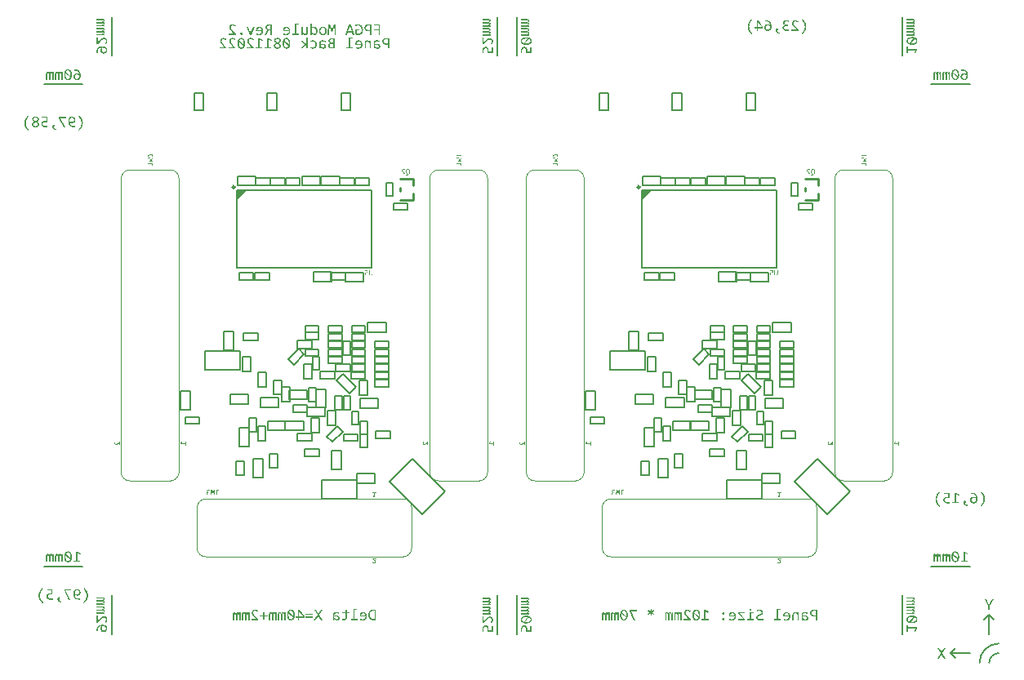
<source format=gbr>
G04*
G04 #@! TF.GenerationSoftware,Altium Limited,Altium Designer,22.4.2 (48)*
G04*
G04 Layer_Color=32896*
%FSAX24Y24*%
%MOIN*%
G70*
G04*
G04 #@! TF.SameCoordinates,4E959B50-07AF-4267-8529-F93DF6EB4111*
G04*
G04*
G04 #@! TF.FilePolarity,Positive*
G04*
G01*
G75*
%ADD11C,0.0039*%
%ADD13C,0.0050*%
%ADD42C,0.0100*%
%ADD57C,0.0079*%
%ADD58C,0.0098*%
G36*
X031509Y026243D02*
X031513Y026243D01*
X031515D01*
X031516Y026242D01*
X031517D01*
X031526Y026241D01*
X031531Y026240D01*
X031535Y026240D01*
X031537Y026239D01*
X031540D01*
X031542Y026239D01*
X031542D01*
X031551Y026237D01*
X031556Y026236D01*
X031560Y026235D01*
X031562Y026234D01*
X031565Y026234D01*
X031567Y026233D01*
X031567D01*
X031576Y026231D01*
X031580Y026230D01*
X031584Y026229D01*
X031586Y026228D01*
X031589Y026227D01*
X031590Y026227D01*
X031591D01*
Y026177D01*
X031581Y026180D01*
X031572Y026182D01*
X031563Y026185D01*
X031556Y026186D01*
X031550Y026188D01*
X031545Y026189D01*
X031543Y026190D01*
X031542D01*
X031533Y026191D01*
X031525Y026192D01*
X031518Y026193D01*
X031511Y026193D01*
X031506Y026194D01*
X031497D01*
X031483Y026193D01*
X031471Y026192D01*
X031460Y026189D01*
X031451Y026186D01*
X031444Y026183D01*
X031440Y026181D01*
X031437Y026179D01*
X031436Y026178D01*
X031429Y026172D01*
X031423Y026163D01*
X031419Y026155D01*
X031417Y026147D01*
X031415Y026139D01*
X031415Y026133D01*
X031414Y026131D01*
Y026129D01*
Y026128D01*
Y026128D01*
Y026121D01*
X031415Y026115D01*
X031417Y026110D01*
X031418Y026105D01*
X031419Y026102D01*
X031420Y026099D01*
X031420Y026097D01*
X031421Y026096D01*
X031426Y026087D01*
X031429Y026083D01*
X031432Y026079D01*
X031435Y026077D01*
X031437Y026074D01*
X031438Y026073D01*
X031438Y026073D01*
X031447Y026067D01*
X031456Y026062D01*
X031460Y026061D01*
X031462Y026060D01*
X031465Y026059D01*
X031465D01*
X031477Y026056D01*
X031483Y026055D01*
X031489Y026054D01*
X031494D01*
X031497Y026054D01*
X031550D01*
Y026007D01*
X031492D01*
X031484Y026006D01*
X031477Y026005D01*
X031471Y026004D01*
X031466Y026003D01*
X031461Y026002D01*
X031459Y026002D01*
X031458D01*
X031451Y026000D01*
X031444Y025998D01*
X031438Y025996D01*
X031434Y025994D01*
X031429Y025992D01*
X031426Y025990D01*
X031424Y025989D01*
X031424Y025989D01*
X031418Y025985D01*
X031414Y025982D01*
X031410Y025978D01*
X031407Y025974D01*
X031405Y025971D01*
X031403Y025969D01*
X031402Y025967D01*
X031401Y025967D01*
X031399Y025962D01*
X031396Y025956D01*
X031395Y025951D01*
X031394Y025947D01*
X031394Y025942D01*
X031393Y025939D01*
Y025936D01*
Y025936D01*
X031394Y025929D01*
X031394Y025922D01*
X031395Y025916D01*
X031396Y025911D01*
X031398Y025907D01*
X031399Y025903D01*
X031400Y025901D01*
X031400Y025901D01*
X031403Y025895D01*
X031406Y025890D01*
X031409Y025886D01*
X031413Y025882D01*
X031416Y025879D01*
X031419Y025877D01*
X031420Y025875D01*
X031421Y025875D01*
X031426Y025871D01*
X031433Y025867D01*
X031439Y025865D01*
X031445Y025862D01*
X031450Y025861D01*
X031454Y025859D01*
X031457Y025859D01*
X031458Y025858D01*
X031467Y025856D01*
X031476Y025855D01*
X031485Y025854D01*
X031494Y025853D01*
X031502D01*
X031508Y025853D01*
X031522D01*
X031530Y025853D01*
X031538D01*
X031545Y025854D01*
X031551D01*
X031556Y025854D01*
X031560D01*
X031568Y025855D01*
X031575Y025856D01*
X031583Y025857D01*
X031589Y025858D01*
X031595Y025859D01*
X031599Y025860D01*
X031601Y025860D01*
X031602D01*
Y025809D01*
X031589Y025807D01*
X031583Y025807D01*
X031577Y025806D01*
X031572Y025806D01*
X031568D01*
X031566Y025805D01*
X031565D01*
X031549Y025804D01*
X031541Y025804D01*
X031534D01*
X031528Y025803D01*
X031519D01*
X031502Y025804D01*
X031486Y025805D01*
X031473Y025806D01*
X031461Y025808D01*
X031456Y025809D01*
X031451Y025810D01*
X031447Y025811D01*
X031444Y025812D01*
X031441Y025812D01*
X031440Y025813D01*
X031438Y025813D01*
X031438D01*
X031425Y025818D01*
X031414Y025823D01*
X031404Y025828D01*
X031396Y025832D01*
X031389Y025836D01*
X031384Y025840D01*
X031381Y025842D01*
X031380Y025843D01*
X031372Y025850D01*
X031365Y025858D01*
X031359Y025865D01*
X031354Y025871D01*
X031351Y025877D01*
X031348Y025882D01*
X031346Y025885D01*
X031346Y025886D01*
X031342Y025895D01*
X031339Y025905D01*
X031336Y025913D01*
X031335Y025921D01*
X031334Y025929D01*
X031334Y025934D01*
Y025936D01*
Y025938D01*
Y025938D01*
Y025939D01*
X031334Y025947D01*
X031335Y025953D01*
X031336Y025960D01*
X031337Y025965D01*
X031339Y025970D01*
X031341Y025973D01*
X031341Y025976D01*
X031342Y025976D01*
X031345Y025982D01*
X031348Y025988D01*
X031352Y025992D01*
X031355Y025997D01*
X031359Y026000D01*
X031361Y026003D01*
X031363Y026004D01*
X031363Y026005D01*
X031373Y026014D01*
X031378Y026017D01*
X031382Y026020D01*
X031386Y026022D01*
X031389Y026024D01*
X031391Y026025D01*
X031392Y026025D01*
X031404Y026030D01*
X031409Y026032D01*
X031415Y026034D01*
X031419Y026035D01*
X031423Y026036D01*
X031425Y026036D01*
X031425D01*
X031414Y026042D01*
X031403Y026049D01*
X031395Y026055D01*
X031387Y026061D01*
X031381Y026067D01*
X031377Y026072D01*
X031375Y026074D01*
X031373Y026075D01*
X031367Y026085D01*
X031363Y026096D01*
X031359Y026106D01*
X031357Y026116D01*
X031355Y026124D01*
X031355Y026128D01*
Y026131D01*
X031354Y026134D01*
Y026135D01*
Y026137D01*
Y026137D01*
X031355Y026146D01*
X031356Y026155D01*
X031357Y026162D01*
X031359Y026168D01*
X031361Y026174D01*
X031362Y026178D01*
X031363Y026180D01*
X031364Y026181D01*
X031367Y026188D01*
X031371Y026195D01*
X031376Y026200D01*
X031380Y026205D01*
X031384Y026209D01*
X031387Y026212D01*
X031389Y026214D01*
X031390Y026215D01*
X031397Y026220D01*
X031404Y026224D01*
X031411Y026228D01*
X031418Y026230D01*
X031424Y026233D01*
X031429Y026235D01*
X031432Y026235D01*
X031432Y026236D01*
X031433D01*
X031443Y026239D01*
X031453Y026240D01*
X031463Y026242D01*
X031473Y026243D01*
X031481Y026243D01*
X031484Y026244D01*
X031502D01*
X031509Y026243D01*
D02*
G37*
G36*
X031862D02*
X031876Y026241D01*
X031888Y026239D01*
X031899Y026236D01*
X031904Y026234D01*
X031908Y026233D01*
X031911Y026232D01*
X031915Y026230D01*
X031917Y026229D01*
X031918Y026228D01*
X031919Y026228D01*
X031920D01*
X031931Y026222D01*
X031942Y026215D01*
X031952Y026208D01*
X031960Y026202D01*
X031966Y026196D01*
X031971Y026191D01*
X031975Y026188D01*
X031975Y026187D01*
X031976Y026187D01*
X031945Y026149D01*
X031937Y026156D01*
X031930Y026162D01*
X031923Y026167D01*
X031917Y026172D01*
X031912Y026175D01*
X031907Y026178D01*
X031905Y026180D01*
X031904Y026180D01*
X031895Y026185D01*
X031886Y026187D01*
X031878Y026190D01*
X031870Y026191D01*
X031864Y026192D01*
X031858Y026193D01*
X031847D01*
X031840Y026192D01*
X031835Y026191D01*
X031830Y026190D01*
X031826Y026188D01*
X031823Y026187D01*
X031821Y026187D01*
X031821Y026186D01*
X031816Y026184D01*
X031811Y026181D01*
X031807Y026178D01*
X031804Y026175D01*
X031801Y026173D01*
X031799Y026171D01*
X031798Y026170D01*
X031798Y026169D01*
X031792Y026161D01*
X031787Y026153D01*
X031786Y026149D01*
X031785Y026146D01*
X031784Y026145D01*
Y026144D01*
X031781Y026133D01*
X031781Y026128D01*
X031780Y026124D01*
X031780Y026120D01*
Y026117D01*
Y026115D01*
Y026114D01*
X031780Y026102D01*
X031781Y026097D01*
X031781Y026092D01*
X031782Y026089D01*
X031782Y026086D01*
X031783Y026084D01*
Y026083D01*
X031785Y026078D01*
X031786Y026072D01*
X031788Y026067D01*
X031791Y026062D01*
X031793Y026059D01*
X031794Y026055D01*
X031796Y026053D01*
X031796Y026052D01*
X031800Y026047D01*
X031804Y026040D01*
X031809Y026034D01*
X031813Y026028D01*
X031817Y026024D01*
X031820Y026020D01*
X031822Y026018D01*
X031823Y026016D01*
X031829Y026009D01*
X031837Y026001D01*
X031844Y025993D01*
X031851Y025986D01*
X031858Y025979D01*
X031863Y025974D01*
X031866Y025971D01*
X031866Y025971D01*
X031867Y025970D01*
X031977Y025860D01*
Y025809D01*
X031695D01*
Y025864D01*
X031903D01*
X031826Y025939D01*
X031816Y025949D01*
X031806Y025958D01*
X031798Y025966D01*
X031792Y025973D01*
X031786Y025979D01*
X031782Y025984D01*
X031779Y025987D01*
X031778Y025988D01*
X031771Y025996D01*
X031764Y026004D01*
X031758Y026012D01*
X031754Y026018D01*
X031750Y026024D01*
X031747Y026027D01*
X031745Y026030D01*
X031745Y026031D01*
X031740Y026039D01*
X031736Y026047D01*
X031732Y026054D01*
X031729Y026060D01*
X031727Y026065D01*
X031726Y026069D01*
X031725Y026072D01*
X031725Y026073D01*
X031722Y026081D01*
X031721Y026089D01*
X031720Y026097D01*
X031719Y026104D01*
Y026110D01*
X031718Y026114D01*
Y026117D01*
Y026119D01*
X031719Y026129D01*
X031720Y026139D01*
X031721Y026148D01*
X031723Y026155D01*
X031725Y026162D01*
X031726Y026167D01*
X031727Y026169D01*
X031728Y026170D01*
X031732Y026179D01*
X031736Y026186D01*
X031740Y026193D01*
X031744Y026199D01*
X031748Y026204D01*
X031751Y026207D01*
X031753Y026209D01*
X031754Y026210D01*
X031761Y026216D01*
X031768Y026221D01*
X031774Y026225D01*
X031781Y026228D01*
X031786Y026231D01*
X031791Y026233D01*
X031793Y026234D01*
X031794Y026235D01*
X031794D01*
X031803Y026238D01*
X031812Y026240D01*
X031821Y026241D01*
X031829Y026243D01*
X031836Y026243D01*
X031841Y026244D01*
X031846D01*
X031862Y026243D01*
D02*
G37*
G36*
X030674Y026237D02*
X030689Y026236D01*
X030702Y026235D01*
X030713Y026233D01*
X030718Y026232D01*
X030722Y026231D01*
X030726Y026230D01*
X030729Y026230D01*
X030732Y026229D01*
X030734Y026229D01*
X030735Y026228D01*
X030735D01*
X030747Y026224D01*
X030758Y026221D01*
X030768Y026216D01*
X030776Y026212D01*
X030783Y026208D01*
X030788Y026205D01*
X030791Y026203D01*
X030792Y026203D01*
X030793D01*
X030801Y026197D01*
X030809Y026190D01*
X030816Y026184D01*
X030822Y026178D01*
X030827Y026172D01*
X030831Y026168D01*
X030833Y026165D01*
X030833Y026164D01*
X030839Y026155D01*
X030844Y026147D01*
X030849Y026138D01*
X030853Y026131D01*
X030856Y026124D01*
X030858Y026119D01*
X030859Y026115D01*
X030860Y026115D01*
Y026114D01*
X030866Y026093D01*
X030868Y026084D01*
X030871Y026075D01*
X030872Y026067D01*
X030873Y026061D01*
X030873Y026059D01*
X030874Y026057D01*
Y026056D01*
Y026056D01*
X030875Y026044D01*
X030876Y026033D01*
X030877Y026022D01*
X030877Y026013D01*
X030878Y026004D01*
Y026001D01*
Y025998D01*
Y025996D01*
Y025994D01*
Y025993D01*
Y025992D01*
X030877Y025975D01*
X030876Y025959D01*
X030875Y025944D01*
X030874Y025938D01*
X030873Y025932D01*
X030872Y025926D01*
X030871Y025922D01*
X030871Y025918D01*
X030870Y025914D01*
X030869Y025912D01*
X030869Y025909D01*
X030868Y025908D01*
Y025908D01*
X030865Y025895D01*
X030860Y025884D01*
X030855Y025873D01*
X030851Y025865D01*
X030847Y025858D01*
X030844Y025853D01*
X030841Y025850D01*
X030841Y025849D01*
Y025849D01*
X030833Y025841D01*
X030826Y025834D01*
X030818Y025828D01*
X030811Y025823D01*
X030805Y025819D01*
X030800Y025816D01*
X030796Y025814D01*
X030796Y025814D01*
X030795D01*
X030785Y025810D01*
X030774Y025807D01*
X030764Y025806D01*
X030754Y025805D01*
X030745Y025804D01*
X030742D01*
X030738Y025803D01*
X030732D01*
X030720Y025804D01*
X030708Y025805D01*
X030698Y025806D01*
X030689Y025808D01*
X030682Y025811D01*
X030676Y025812D01*
X030674Y025813D01*
X030672Y025813D01*
X030672Y025814D01*
X030671D01*
X030661Y025818D01*
X030652Y025823D01*
X030644Y025828D01*
X030637Y025833D01*
X030631Y025837D01*
X030627Y025841D01*
X030625Y025843D01*
X030624Y025844D01*
X030617Y025852D01*
X030611Y025859D01*
X030605Y025866D01*
X030601Y025873D01*
X030598Y025879D01*
X030595Y025884D01*
X030594Y025888D01*
X030593Y025888D01*
Y025889D01*
X030589Y025899D01*
X030587Y025908D01*
X030585Y025918D01*
X030583Y025926D01*
X030583Y025933D01*
X030582Y025939D01*
Y025942D01*
Y025943D01*
Y025944D01*
Y025944D01*
X030583Y025955D01*
X030583Y025965D01*
X030585Y025973D01*
X030587Y025981D01*
X030588Y025988D01*
X030589Y025992D01*
X030590Y025995D01*
X030591Y025996D01*
X030594Y026005D01*
X030598Y026013D01*
X030603Y026020D01*
X030606Y026026D01*
X030610Y026031D01*
X030613Y026034D01*
X030615Y026037D01*
X030616Y026037D01*
X030622Y026043D01*
X030629Y026049D01*
X030635Y026053D01*
X030642Y026057D01*
X030647Y026060D01*
X030652Y026062D01*
X030655Y026063D01*
X030655Y026063D01*
X030656D01*
X030665Y026067D01*
X030675Y026069D01*
X030684Y026071D01*
X030693Y026072D01*
X030701Y026073D01*
X030707Y026073D01*
X030713D01*
X030724Y026073D01*
X030735Y026072D01*
X030746Y026071D01*
X030754Y026069D01*
X030761Y026068D01*
X030767Y026067D01*
X030769Y026066D01*
X030771D01*
X030771Y026066D01*
X030772D01*
X030782Y026063D01*
X030790Y026060D01*
X030799Y026056D01*
X030805Y026054D01*
X030811Y026051D01*
X030815Y026049D01*
X030818Y026047D01*
X030819Y026047D01*
X030818Y026059D01*
X030817Y026070D01*
X030814Y026080D01*
X030812Y026089D01*
X030811Y026097D01*
X030808Y026103D01*
X030807Y026108D01*
X030806Y026111D01*
X030805Y026112D01*
X030801Y026121D01*
X030796Y026128D01*
X030791Y026135D01*
X030786Y026141D01*
X030782Y026146D01*
X030779Y026150D01*
X030777Y026152D01*
X030776Y026152D01*
X030768Y026158D01*
X030760Y026164D01*
X030752Y026168D01*
X030745Y026172D01*
X030738Y026175D01*
X030733Y026177D01*
X030730Y026178D01*
X030729Y026179D01*
X030729D01*
X030718Y026182D01*
X030706Y026184D01*
X030695Y026186D01*
X030684Y026187D01*
X030676Y026187D01*
X030672Y026188D01*
X030616D01*
Y026238D01*
X030658D01*
X030674Y026237D01*
D02*
G37*
G36*
X003583Y026300D02*
X003597Y026298D01*
X003610Y026294D01*
X003621Y026291D01*
X003630Y026286D01*
X003638Y026281D01*
X003644Y026275D01*
X003649Y026269D01*
X003653Y026263D01*
X003656Y026257D01*
X003659Y026252D01*
X003660Y026247D01*
X003661Y026244D01*
X003661Y026240D01*
Y026238D01*
X003661Y026228D01*
X003660Y026224D01*
X003659Y026220D01*
X003658Y026217D01*
X003657Y026215D01*
X003656Y026214D01*
Y026213D01*
X003652Y026206D01*
X003648Y026199D01*
X003645Y026197D01*
X003644Y026196D01*
X003643Y026194D01*
X003642Y026194D01*
X003635Y026188D01*
X003628Y026182D01*
X003625Y026180D01*
X003622Y026179D01*
X003620Y026178D01*
X003620Y026177D01*
X003609Y026172D01*
X003604Y026169D01*
X003600Y026167D01*
X003596Y026165D01*
X003592Y026163D01*
X003590Y026163D01*
X003590Y026162D01*
X003603Y026162D01*
X003614Y026160D01*
X003623Y026158D01*
X003631Y026155D01*
X003636Y026152D01*
X003640Y026150D01*
X003643Y026149D01*
X003644Y026148D01*
X003650Y026143D01*
X003654Y026136D01*
X003657Y026129D01*
X003659Y026123D01*
X003660Y026117D01*
X003661Y026112D01*
Y026108D01*
X003661Y026099D01*
X003660Y026093D01*
X003659Y026090D01*
X003658Y026088D01*
X003657Y026087D01*
Y026086D01*
X003654Y026079D01*
X003650Y026073D01*
X003648Y026071D01*
X003647Y026069D01*
X003646Y026068D01*
X003645Y026068D01*
X003639Y026062D01*
X003632Y026056D01*
X003628Y026055D01*
X003626Y026053D01*
X003625Y026052D01*
X003624Y026051D01*
X003614Y026045D01*
X003608Y026043D01*
X003603Y026040D01*
X003599Y026038D01*
X003596Y026037D01*
X003594Y026036D01*
X003592Y026035D01*
X003655Y026032D01*
Y025985D01*
X003326D01*
Y026042D01*
X003537D01*
X003545Y026046D01*
X003553Y026049D01*
X003559Y026052D01*
X003565Y026054D01*
X003569Y026056D01*
X003572Y026058D01*
X003574Y026058D01*
X003575Y026059D01*
X003580Y026062D01*
X003585Y026064D01*
X003589Y026067D01*
X003592Y026069D01*
X003595Y026070D01*
X003596Y026072D01*
X003597Y026073D01*
X003598D01*
X003603Y026077D01*
X003607Y026080D01*
X003609Y026082D01*
X003610Y026084D01*
X003612Y026087D01*
X003613Y026091D01*
X003614Y026093D01*
Y026094D01*
X003613Y026098D01*
X003613Y026101D01*
X003612Y026102D01*
X003611Y026103D01*
X003609Y026105D01*
X003606Y026107D01*
X003603Y026108D01*
X003603Y026109D01*
X003602D01*
X003597Y026110D01*
X003591Y026111D01*
X003589Y026112D01*
X003586Y026113D01*
X003585D01*
X003585D01*
X003580Y026113D01*
X003576D01*
X003566Y026114D01*
X003562D01*
X003559D01*
X003556D01*
X003556D01*
X003326D01*
Y026171D01*
X003537D01*
X003545Y026175D01*
X003552Y026177D01*
X003558Y026181D01*
X003564Y026183D01*
X003567Y026185D01*
X003571Y026187D01*
X003573Y026187D01*
X003573Y026188D01*
X003579Y026191D01*
X003583Y026193D01*
X003588Y026195D01*
X003591Y026197D01*
X003594Y026199D01*
X003595Y026200D01*
X003596Y026201D01*
X003597D01*
X003602Y026205D01*
X003607Y026209D01*
X003609Y026211D01*
X003609Y026212D01*
X003612Y026216D01*
X003613Y026220D01*
X003614Y026223D01*
Y026224D01*
X003613Y026227D01*
X003613Y026230D01*
X003612Y026232D01*
X003611Y026232D01*
X003609Y026235D01*
X003606Y026236D01*
X003604Y026238D01*
X003603Y026238D01*
X003603D01*
X003598Y026240D01*
X003593Y026241D01*
X003591Y026241D01*
X003589Y026242D01*
X003588D01*
X003588D01*
X003579Y026242D01*
X003571Y026243D01*
X003568D01*
X003565D01*
X003563D01*
X003562D01*
X003326D01*
Y026300D01*
X003566D01*
X003574D01*
X003583Y026300D01*
D02*
G37*
G36*
X008893Y026073D02*
X008907Y026072D01*
X008920Y026069D01*
X008930Y026066D01*
X008935Y026065D01*
X008940Y026063D01*
X008943Y026062D01*
X008946Y026061D01*
X008948Y026060D01*
X008950Y026059D01*
X008951Y026058D01*
X008952D01*
X008963Y026052D01*
X008973Y026046D01*
X008983Y026039D01*
X008991Y026032D01*
X008998Y026026D01*
X009003Y026022D01*
X009006Y026018D01*
X009007Y026018D01*
X009007Y026017D01*
X008976Y025980D01*
X008969Y025987D01*
X008962Y025993D01*
X008955Y025998D01*
X008949Y026003D01*
X008943Y026006D01*
X008939Y026009D01*
X008936Y026010D01*
X008935Y026011D01*
X008927Y026015D01*
X008918Y026018D01*
X008910Y026020D01*
X008902Y026022D01*
X008895Y026023D01*
X008890Y026023D01*
X008878D01*
X008872Y026022D01*
X008866Y026021D01*
X008862Y026020D01*
X008858Y026019D01*
X008854Y026018D01*
X008853Y026017D01*
X008852Y026017D01*
X008847Y026015D01*
X008842Y026012D01*
X008839Y026009D01*
X008835Y026006D01*
X008833Y026004D01*
X008831Y026001D01*
X008830Y026000D01*
X008829Y026000D01*
X008823Y025991D01*
X008819Y025983D01*
X008817Y025980D01*
X008816Y025977D01*
X008816Y025975D01*
Y025975D01*
X008813Y025964D01*
X008812Y025959D01*
X008812Y025954D01*
X008811Y025951D01*
Y025947D01*
Y025945D01*
Y025945D01*
X008812Y025933D01*
X008812Y025928D01*
X008813Y025923D01*
X008813Y025919D01*
X008814Y025916D01*
X008815Y025914D01*
Y025914D01*
X008816Y025908D01*
X008818Y025903D01*
X008820Y025898D01*
X008822Y025893D01*
X008824Y025889D01*
X008826Y025886D01*
X008827Y025883D01*
X008828Y025883D01*
X008831Y025877D01*
X008836Y025870D01*
X008840Y025864D01*
X008845Y025859D01*
X008848Y025854D01*
X008852Y025850D01*
X008854Y025848D01*
X008854Y025847D01*
X008861Y025839D01*
X008869Y025832D01*
X008876Y025823D01*
X008883Y025816D01*
X008889Y025810D01*
X008894Y025805D01*
X008898Y025802D01*
X008898Y025801D01*
X008899Y025800D01*
X009009Y025690D01*
Y025639D01*
X008727D01*
Y025694D01*
X008935D01*
X008857Y025769D01*
X008847Y025779D01*
X008838Y025788D01*
X008830Y025797D01*
X008823Y025804D01*
X008817Y025810D01*
X008813Y025815D01*
X008811Y025817D01*
X008810Y025819D01*
X008803Y025827D01*
X008796Y025835D01*
X008790Y025842D01*
X008786Y025849D01*
X008782Y025854D01*
X008779Y025858D01*
X008777Y025861D01*
X008776Y025862D01*
X008771Y025869D01*
X008768Y025877D01*
X008764Y025884D01*
X008761Y025890D01*
X008759Y025895D01*
X008757Y025900D01*
X008757Y025902D01*
X008756Y025903D01*
X008754Y025911D01*
X008752Y025920D01*
X008751Y025927D01*
X008750Y025934D01*
Y025940D01*
X008750Y025945D01*
Y025948D01*
Y025949D01*
X008750Y025959D01*
X008751Y025969D01*
X008753Y025978D01*
X008755Y025986D01*
X008756Y025992D01*
X008758Y025997D01*
X008759Y026000D01*
X008759Y026001D01*
X008763Y026009D01*
X008768Y026017D01*
X008772Y026024D01*
X008776Y026029D01*
X008780Y026034D01*
X008783Y026037D01*
X008785Y026040D01*
X008786Y026040D01*
X008792Y026046D01*
X008799Y026051D01*
X008806Y026055D01*
X008812Y026059D01*
X008818Y026061D01*
X008822Y026064D01*
X008825Y026065D01*
X008826Y026065D01*
X008826D01*
X008835Y026068D01*
X008844Y026070D01*
X008853Y026072D01*
X008861Y026073D01*
X008868Y026073D01*
X008873Y026074D01*
X008878D01*
X008893Y026073D01*
D02*
G37*
G36*
X036656Y026294D02*
X036671Y026292D01*
X036684Y026289D01*
X036695Y026285D01*
X036704Y026280D01*
X036712Y026275D01*
X036718Y026269D01*
X036723Y026264D01*
X036727Y026258D01*
X036730Y026252D01*
X036732Y026247D01*
X036733Y026242D01*
X036735Y026238D01*
X036735Y026235D01*
Y026232D01*
X036735Y026222D01*
X036733Y026218D01*
X036733Y026215D01*
X036732Y026212D01*
X036731Y026210D01*
X036730Y026208D01*
Y026208D01*
X036726Y026200D01*
X036721Y026194D01*
X036719Y026192D01*
X036718Y026190D01*
X036717Y026189D01*
X036716Y026188D01*
X036709Y026182D01*
X036702Y026177D01*
X036699Y026175D01*
X036696Y026173D01*
X036694Y026173D01*
X036694Y026172D01*
X036683Y026167D01*
X036678Y026164D01*
X036674Y026162D01*
X036670Y026159D01*
X036666Y026158D01*
X036664Y026157D01*
X036664Y026157D01*
X036677Y026156D01*
X036688Y026155D01*
X036697Y026152D01*
X036705Y026150D01*
X036710Y026147D01*
X036714Y026145D01*
X036717Y026143D01*
X036718Y026143D01*
X036724Y026137D01*
X036728Y026131D01*
X036731Y026124D01*
X036733Y026117D01*
X036734Y026111D01*
X036735Y026107D01*
Y026102D01*
X036735Y026094D01*
X036733Y026087D01*
X036732Y026085D01*
X036732Y026082D01*
X036731Y026081D01*
Y026081D01*
X036728Y026074D01*
X036724Y026068D01*
X036722Y026066D01*
X036720Y026064D01*
X036720Y026063D01*
X036719Y026062D01*
X036713Y026056D01*
X036706Y026051D01*
X036702Y026049D01*
X036700Y026048D01*
X036699Y026046D01*
X036698Y026046D01*
X036688Y026040D01*
X036682Y026037D01*
X036677Y026035D01*
X036673Y026033D01*
X036670Y026031D01*
X036667Y026030D01*
X036666Y026030D01*
X036729Y026027D01*
Y025979D01*
X036400D01*
Y026037D01*
X036611D01*
X036619Y026040D01*
X036627Y026043D01*
X036633Y026046D01*
X036638Y026049D01*
X036643Y026051D01*
X036646Y026052D01*
X036648Y026053D01*
X036649Y026054D01*
X036654Y026056D01*
X036659Y026059D01*
X036662Y026061D01*
X036666Y026063D01*
X036669Y026065D01*
X036670Y026066D01*
X036671Y026067D01*
X036672D01*
X036677Y026072D01*
X036681Y026075D01*
X036683Y026077D01*
X036684Y026078D01*
X036686Y026082D01*
X036687Y026085D01*
X036688Y026087D01*
Y026089D01*
X036687Y026092D01*
X036687Y026095D01*
X036685Y026097D01*
X036685Y026097D01*
X036683Y026100D01*
X036680Y026102D01*
X036677Y026103D01*
X036677Y026103D01*
X036676D01*
X036671Y026105D01*
X036665Y026106D01*
X036662Y026107D01*
X036660Y026107D01*
X036659D01*
X036659D01*
X036654Y026108D01*
X036649D01*
X036640Y026108D01*
X036636D01*
X036633D01*
X036630D01*
X036630D01*
X036400D01*
Y026165D01*
X036611D01*
X036619Y026169D01*
X036626Y026172D01*
X036632Y026175D01*
X036637Y026177D01*
X036641Y026180D01*
X036644Y026181D01*
X036647Y026182D01*
X036647Y026182D01*
X036653Y026185D01*
X036657Y026187D01*
X036661Y026190D01*
X036665Y026192D01*
X036667Y026193D01*
X036669Y026194D01*
X036670Y026196D01*
X036671D01*
X036676Y026200D01*
X036681Y026203D01*
X036683Y026205D01*
X036683Y026206D01*
X036686Y026211D01*
X036687Y026215D01*
X036688Y026217D01*
Y026218D01*
X036687Y026222D01*
X036687Y026224D01*
X036685Y026226D01*
X036685Y026227D01*
X036683Y026229D01*
X036680Y026231D01*
X036678Y026232D01*
X036677Y026233D01*
X036677D01*
X036672Y026234D01*
X036667Y026235D01*
X036665Y026236D01*
X036663Y026236D01*
X036662D01*
X036661D01*
X036653Y026237D01*
X036645Y026238D01*
X036642D01*
X036639D01*
X036637D01*
X036636D01*
X036400D01*
Y026295D01*
X036640D01*
X036648D01*
X036656Y026294D01*
D02*
G37*
G36*
X020908Y026287D02*
X020923Y026285D01*
X020936Y026282D01*
X020947Y026278D01*
X020956Y026273D01*
X020964Y026268D01*
X020970Y026262D01*
X020975Y026256D01*
X020979Y026250D01*
X020982Y026244D01*
X020984Y026239D01*
X020985Y026235D01*
X020987Y026231D01*
X020987Y026227D01*
Y026225D01*
X020987Y026215D01*
X020985Y026211D01*
X020985Y026207D01*
X020984Y026205D01*
X020983Y026202D01*
X020982Y026201D01*
Y026200D01*
X020978Y026193D01*
X020973Y026187D01*
X020971Y026184D01*
X020970Y026183D01*
X020969Y026182D01*
X020968Y026181D01*
X020961Y026175D01*
X020954Y026170D01*
X020951Y026167D01*
X020948Y026166D01*
X020946Y026165D01*
X020946Y026165D01*
X020935Y026159D01*
X020930Y026156D01*
X020926Y026154D01*
X020922Y026152D01*
X020918Y026150D01*
X020916Y026150D01*
X020916Y026149D01*
X020929Y026149D01*
X020940Y026147D01*
X020949Y026145D01*
X020957Y026142D01*
X020962Y026140D01*
X020966Y026137D01*
X020969Y026136D01*
X020970Y026135D01*
X020976Y026130D01*
X020980Y026123D01*
X020983Y026117D01*
X020985Y026110D01*
X020986Y026104D01*
X020987Y026099D01*
Y026095D01*
X020987Y026087D01*
X020985Y026080D01*
X020984Y026077D01*
X020984Y026075D01*
X020983Y026074D01*
Y026073D01*
X020980Y026066D01*
X020976Y026060D01*
X020974Y026058D01*
X020972Y026057D01*
X020972Y026055D01*
X020971Y026055D01*
X020965Y026049D01*
X020958Y026043D01*
X020954Y026042D01*
X020952Y026040D01*
X020951Y026039D01*
X020950Y026039D01*
X020940Y026033D01*
X020934Y026030D01*
X020929Y026028D01*
X020925Y026025D01*
X020922Y026024D01*
X020919Y026023D01*
X020918Y026022D01*
X020981Y026019D01*
Y025972D01*
X020652D01*
Y026029D01*
X020863D01*
X020871Y026033D01*
X020879Y026036D01*
X020885Y026039D01*
X020890Y026041D01*
X020895Y026043D01*
X020898Y026045D01*
X020900Y026046D01*
X020901Y026046D01*
X020906Y026049D01*
X020911Y026052D01*
X020914Y026054D01*
X020918Y026056D01*
X020920Y026058D01*
X020922Y026059D01*
X020923Y026060D01*
X020924D01*
X020929Y026064D01*
X020933Y026067D01*
X020935Y026070D01*
X020936Y026071D01*
X020938Y026075D01*
X020939Y026078D01*
X020940Y026080D01*
Y026081D01*
X020939Y026085D01*
X020938Y026088D01*
X020937Y026089D01*
X020937Y026090D01*
X020935Y026093D01*
X020932Y026094D01*
X020929Y026095D01*
X020929Y026096D01*
X020928D01*
X020923Y026098D01*
X020917Y026099D01*
X020914Y026099D01*
X020912Y026100D01*
X020911D01*
X020911D01*
X020906Y026100D01*
X020901D01*
X020892Y026101D01*
X020888D01*
X020885D01*
X020882D01*
X020882D01*
X020652D01*
Y026158D01*
X020863D01*
X020871Y026162D01*
X020878Y026165D01*
X020884Y026168D01*
X020889Y026170D01*
X020893Y026172D01*
X020896Y026174D01*
X020899Y026174D01*
X020899Y026175D01*
X020905Y026178D01*
X020909Y026180D01*
X020913Y026182D01*
X020917Y026184D01*
X020919Y026186D01*
X020921Y026187D01*
X020922Y026188D01*
X020923D01*
X020928Y026193D01*
X020932Y026196D01*
X020935Y026198D01*
X020935Y026199D01*
X020938Y026203D01*
X020939Y026207D01*
X020940Y026210D01*
Y026211D01*
X020939Y026214D01*
X020938Y026217D01*
X020937Y026219D01*
X020937Y026219D01*
X020935Y026222D01*
X020932Y026224D01*
X020930Y026225D01*
X020929Y026225D01*
X020929D01*
X020924Y026227D01*
X020919Y026228D01*
X020917Y026229D01*
X020915Y026229D01*
X020914D01*
X020913D01*
X020905Y026230D01*
X020897Y026230D01*
X020894D01*
X020891D01*
X020889D01*
X020888D01*
X020652D01*
Y026288D01*
X020892D01*
X020900D01*
X020908Y026287D01*
D02*
G37*
G36*
X019334D02*
X019348Y026285D01*
X019361Y026282D01*
X019372Y026278D01*
X019381Y026273D01*
X019389Y026268D01*
X019395Y026262D01*
X019400Y026256D01*
X019404Y026250D01*
X019407Y026244D01*
X019410Y026239D01*
X019411Y026235D01*
X019412Y026231D01*
X019412Y026227D01*
Y026225D01*
X019412Y026215D01*
X019411Y026211D01*
X019410Y026207D01*
X019409Y026205D01*
X019408Y026202D01*
X019407Y026201D01*
Y026200D01*
X019403Y026193D01*
X019399Y026187D01*
X019396Y026184D01*
X019395Y026183D01*
X019394Y026182D01*
X019393Y026181D01*
X019386Y026175D01*
X019379Y026170D01*
X019376Y026167D01*
X019373Y026166D01*
X019371Y026165D01*
X019371Y026165D01*
X019360Y026159D01*
X019355Y026156D01*
X019351Y026154D01*
X019347Y026152D01*
X019343Y026150D01*
X019341Y026150D01*
X019341Y026149D01*
X019354Y026149D01*
X019365Y026147D01*
X019374Y026145D01*
X019382Y026142D01*
X019387Y026140D01*
X019392Y026137D01*
X019394Y026136D01*
X019395Y026135D01*
X019401Y026130D01*
X019405Y026123D01*
X019408Y026117D01*
X019410Y026110D01*
X019411Y026104D01*
X019412Y026099D01*
Y026095D01*
X019412Y026087D01*
X019411Y026080D01*
X019410Y026077D01*
X019409Y026075D01*
X019408Y026074D01*
Y026073D01*
X019405Y026066D01*
X019401Y026060D01*
X019399Y026058D01*
X019398Y026057D01*
X019397Y026055D01*
X019396Y026055D01*
X019390Y026049D01*
X019383Y026043D01*
X019380Y026042D01*
X019377Y026040D01*
X019376Y026039D01*
X019375Y026039D01*
X019365Y026033D01*
X019359Y026030D01*
X019354Y026028D01*
X019350Y026025D01*
X019347Y026024D01*
X019345Y026023D01*
X019343Y026022D01*
X019406Y026019D01*
Y025972D01*
X019077D01*
Y026029D01*
X019288D01*
X019297Y026033D01*
X019304Y026036D01*
X019310Y026039D01*
X019316Y026041D01*
X019320Y026043D01*
X019323Y026045D01*
X019325Y026046D01*
X019326Y026046D01*
X019331Y026049D01*
X019336Y026052D01*
X019340Y026054D01*
X019343Y026056D01*
X019346Y026058D01*
X019347Y026059D01*
X019348Y026060D01*
X019349D01*
X019354Y026064D01*
X019358Y026067D01*
X019360Y026070D01*
X019361Y026071D01*
X019363Y026075D01*
X019364Y026078D01*
X019365Y026080D01*
Y026081D01*
X019364Y026085D01*
X019364Y026088D01*
X019363Y026089D01*
X019362Y026090D01*
X019360Y026093D01*
X019357Y026094D01*
X019354Y026095D01*
X019354Y026096D01*
X019353D01*
X019348Y026098D01*
X019342Y026099D01*
X019340Y026099D01*
X019337Y026100D01*
X019336D01*
X019336D01*
X019331Y026100D01*
X019327D01*
X019317Y026101D01*
X019313D01*
X019310D01*
X019307D01*
X019307D01*
X019077D01*
Y026158D01*
X019288D01*
X019296Y026162D01*
X019303Y026165D01*
X019309Y026168D01*
X019315Y026170D01*
X019318Y026172D01*
X019322Y026174D01*
X019324Y026174D01*
X019324Y026175D01*
X019330Y026178D01*
X019334Y026180D01*
X019339Y026182D01*
X019342Y026184D01*
X019345Y026186D01*
X019346Y026187D01*
X019347Y026188D01*
X019348D01*
X019353Y026193D01*
X019358Y026196D01*
X019360Y026198D01*
X019360Y026199D01*
X019363Y026203D01*
X019364Y026207D01*
X019365Y026210D01*
Y026211D01*
X019364Y026214D01*
X019364Y026217D01*
X019363Y026219D01*
X019362Y026219D01*
X019360Y026222D01*
X019357Y026224D01*
X019355Y026225D01*
X019354Y026225D01*
X019354D01*
X019349Y026227D01*
X019344Y026228D01*
X019342Y026229D01*
X019340Y026229D01*
X019339D01*
X019339D01*
X019330Y026230D01*
X019322Y026230D01*
X019319D01*
X019316D01*
X019314D01*
X019313D01*
X019077D01*
Y026288D01*
X019317D01*
X019325D01*
X019334Y026287D01*
D02*
G37*
G36*
X013101Y025639D02*
X013046D01*
X013038Y025903D01*
X013037Y026009D01*
X013017Y025943D01*
X012957Y025779D01*
X012917D01*
X012853Y025950D01*
X012833Y026009D01*
X012829Y025907D01*
X012821Y025639D01*
X012764D01*
X012785Y026068D01*
X012856D01*
X012917Y025906D01*
X012935Y025852D01*
X012953Y025906D01*
X013011Y026068D01*
X013080D01*
X013101Y025639D01*
D02*
G37*
G36*
X030535Y025954D02*
Y025904D01*
X030328D01*
Y025809D01*
X030270D01*
Y025904D01*
X030197D01*
Y025954D01*
X030270D01*
Y026238D01*
X030352D01*
X030535Y025954D01*
D02*
G37*
G36*
X009645Y025639D02*
X009579D01*
X009450Y025969D01*
X009513D01*
X009593Y025752D01*
X009611Y025697D01*
X009628Y025750D01*
X009708Y025969D01*
X009773D01*
X009645Y025639D01*
D02*
G37*
G36*
X031117Y025914D02*
X031123Y025912D01*
X031126Y025912D01*
X031128Y025911D01*
X031129Y025910D01*
X031129D01*
X031135Y025907D01*
X031139Y025903D01*
X031142Y025901D01*
X031143Y025900D01*
Y025900D01*
X031147Y025895D01*
X031149Y025890D01*
X031151Y025887D01*
X031151Y025887D01*
Y025886D01*
X031152Y025881D01*
X031153Y025876D01*
X031153Y025873D01*
Y025872D01*
Y025872D01*
Y025867D01*
X031153Y025862D01*
X031152Y025859D01*
X031151Y025856D01*
X031150Y025853D01*
X031150Y025852D01*
X031149Y025850D01*
Y025850D01*
X031145Y025844D01*
X031142Y025839D01*
X031139Y025836D01*
X031138Y025835D01*
Y025835D01*
X031134Y025829D01*
X031130Y025824D01*
X031129Y025822D01*
X031128Y025820D01*
X031128Y025819D01*
Y025819D01*
X031125Y025812D01*
X031123Y025805D01*
X031123Y025802D01*
Y025799D01*
Y025798D01*
Y025797D01*
X031123Y025792D01*
X031124Y025788D01*
X031125Y025784D01*
X031126Y025781D01*
X031128Y025777D01*
X031129Y025775D01*
X031129Y025774D01*
X031130Y025773D01*
X031136Y025766D01*
X031142Y025760D01*
X031145Y025758D01*
X031147Y025757D01*
X031149Y025756D01*
X031149Y025755D01*
X031158Y025751D01*
X031163Y025749D01*
X031168Y025748D01*
X031171Y025747D01*
X031174Y025746D01*
X031176Y025745D01*
X031177D01*
X031188Y025743D01*
X031194Y025742D01*
X031199Y025742D01*
X031209D01*
Y025697D01*
X031195Y025698D01*
X031182Y025699D01*
X031170Y025701D01*
X031160Y025703D01*
X031152Y025705D01*
X031149Y025706D01*
X031146Y025707D01*
X031143Y025707D01*
X031141Y025708D01*
X031141Y025709D01*
X031140D01*
X031130Y025713D01*
X031120Y025718D01*
X031112Y025723D01*
X031105Y025728D01*
X031099Y025733D01*
X031094Y025736D01*
X031092Y025739D01*
X031091Y025740D01*
X031084Y025747D01*
X031078Y025754D01*
X031073Y025762D01*
X031069Y025769D01*
X031066Y025775D01*
X031063Y025780D01*
X031062Y025783D01*
X031061Y025784D01*
X031058Y025793D01*
X031055Y025802D01*
X031053Y025811D01*
X031052Y025819D01*
X031051Y025826D01*
X031051Y025831D01*
Y025835D01*
Y025835D01*
Y025836D01*
Y025843D01*
X031051Y025849D01*
X031052Y025855D01*
X031053Y025860D01*
X031054Y025865D01*
X031055Y025867D01*
X031056Y025870D01*
Y025870D01*
X031058Y025876D01*
X031060Y025880D01*
X031062Y025884D01*
X031064Y025888D01*
X031066Y025891D01*
X031067Y025893D01*
X031068Y025894D01*
X031069Y025895D01*
X031075Y025901D01*
X031081Y025906D01*
X031084Y025907D01*
X031086Y025908D01*
X031087Y025909D01*
X031087D01*
X031095Y025912D01*
X031102Y025914D01*
X031105Y025914D01*
X031109D01*
X031117Y025914D01*
D02*
G37*
G36*
X014016Y026073D02*
X014032Y026072D01*
X014046Y026069D01*
X014058Y026066D01*
X014063Y026065D01*
X014068Y026064D01*
X014072Y026063D01*
X014076Y026061D01*
X014079Y026060D01*
X014081Y026059D01*
X014082Y026059D01*
X014082D01*
X014096Y026052D01*
X014109Y026045D01*
X014120Y026038D01*
X014129Y026031D01*
X014136Y026024D01*
X014142Y026019D01*
X014144Y026017D01*
X014146Y026015D01*
X014146Y026015D01*
X014147Y026014D01*
X014156Y026003D01*
X014164Y025991D01*
X014171Y025979D01*
X014177Y025968D01*
X014182Y025958D01*
X014183Y025954D01*
X014185Y025950D01*
X014186Y025947D01*
X014187Y025945D01*
X014188Y025944D01*
Y025943D01*
X014193Y025927D01*
X014196Y025911D01*
X014199Y025895D01*
X014201Y025880D01*
X014201Y025874D01*
X014202Y025868D01*
Y025862D01*
X014203Y025857D01*
Y025853D01*
Y025851D01*
Y025849D01*
Y025849D01*
X014202Y025829D01*
X014200Y025811D01*
X014198Y025796D01*
X014197Y025788D01*
X014196Y025782D01*
X014195Y025776D01*
X014194Y025771D01*
X014193Y025766D01*
X014192Y025762D01*
X014190Y025759D01*
X014190Y025757D01*
X014189Y025756D01*
Y025755D01*
X014184Y025740D01*
X014178Y025727D01*
X014172Y025716D01*
X014165Y025706D01*
X014160Y025698D01*
X014158Y025695D01*
X014156Y025692D01*
X014154Y025690D01*
X014153Y025689D01*
X014152Y025688D01*
Y025687D01*
X014142Y025678D01*
X014132Y025670D01*
X014122Y025663D01*
X014112Y025657D01*
X014104Y025653D01*
X014100Y025651D01*
X014098Y025650D01*
X014095Y025649D01*
X014093Y025648D01*
X014092Y025647D01*
X014092D01*
X014078Y025643D01*
X014064Y025639D01*
X014051Y025637D01*
X014039Y025635D01*
X014033Y025635D01*
X014028Y025634D01*
X014024D01*
X014020Y025633D01*
X014013D01*
X014002Y025634D01*
X013997D01*
X013992Y025635D01*
X013988Y025635D01*
X013985D01*
X013983Y025636D01*
X013982D01*
X013971Y025637D01*
X013966Y025638D01*
X013961Y025638D01*
X013957Y025639D01*
X013955Y025639D01*
X013952Y025640D01*
X013952D01*
X013940Y025643D01*
X013936Y025644D01*
X013931Y025645D01*
X013927Y025647D01*
X013924Y025648D01*
X013922Y025648D01*
X013921D01*
X013910Y025652D01*
X013905Y025654D01*
X013901Y025655D01*
X013897Y025657D01*
X013895Y025658D01*
X013893Y025659D01*
X013892D01*
Y025879D01*
X014038D01*
Y025831D01*
X013950D01*
Y025693D01*
X013955Y025692D01*
X013958Y025691D01*
X013962Y025690D01*
X013962Y025690D01*
X013963D01*
X013968Y025689D01*
X013972Y025687D01*
X013975Y025687D01*
X013976D01*
X013982Y025686D01*
X013986Y025686D01*
X013990Y025685D01*
X013991D01*
X013996Y025685D01*
X014004D01*
X014017Y025685D01*
X014029Y025686D01*
X014040Y025689D01*
X014049Y025691D01*
X014056Y025692D01*
X014062Y025695D01*
X014064Y025695D01*
X014065Y025696D01*
X014066Y025696D01*
X014067D01*
X014076Y025701D01*
X014085Y025706D01*
X014092Y025711D01*
X014098Y025717D01*
X014103Y025722D01*
X014106Y025726D01*
X014109Y025728D01*
X014110Y025729D01*
X014115Y025738D01*
X014120Y025746D01*
X014124Y025755D01*
X014128Y025764D01*
X014130Y025771D01*
X014132Y025777D01*
X014133Y025779D01*
X014133Y025781D01*
X014134Y025781D01*
Y025782D01*
X014136Y025794D01*
X014138Y025806D01*
X014140Y025818D01*
X014140Y025829D01*
X014141Y025838D01*
X014141Y025843D01*
Y025846D01*
Y025849D01*
Y025851D01*
Y025852D01*
Y025852D01*
X014141Y025867D01*
X014140Y025879D01*
X014139Y025891D01*
X014136Y025902D01*
X014135Y025910D01*
X014134Y025914D01*
X014134Y025916D01*
X014133Y025918D01*
X014133Y025920D01*
X014132Y025921D01*
Y025922D01*
X014128Y025933D01*
X014123Y025943D01*
X014119Y025952D01*
X014115Y025960D01*
X014110Y025966D01*
X014107Y025971D01*
X014105Y025974D01*
X014104Y025975D01*
X014097Y025983D01*
X014089Y025989D01*
X014082Y025995D01*
X014075Y026000D01*
X014069Y026004D01*
X014064Y026007D01*
X014061Y026009D01*
X014060Y026009D01*
X014059D01*
X014049Y026013D01*
X014039Y026016D01*
X014028Y026018D01*
X014019Y026020D01*
X014011Y026021D01*
X014008D01*
X014004Y026022D01*
X013999D01*
X013988Y026021D01*
X013978Y026021D01*
X013969Y026019D01*
X013961Y026018D01*
X013954Y026017D01*
X013949Y026016D01*
X013945Y026015D01*
X013944Y026015D01*
X013935Y026012D01*
X013926Y026009D01*
X013917Y026005D01*
X013910Y026002D01*
X013903Y025999D01*
X013899Y025997D01*
X013896Y025995D01*
X013895Y025995D01*
Y026053D01*
X013904Y026057D01*
X013913Y026060D01*
X013921Y026063D01*
X013928Y026065D01*
X013935Y026066D01*
X013940Y026067D01*
X013944Y026069D01*
X013945D01*
X013964Y026072D01*
X013974Y026073D01*
X013982Y026073D01*
X013989Y026074D01*
X013999D01*
X014016Y026073D01*
D02*
G37*
G36*
X011957Y025753D02*
X011957Y025742D01*
X011956Y025732D01*
X011955Y025722D01*
X011954Y025714D01*
X011951Y025705D01*
X011949Y025698D01*
X011947Y025691D01*
X011944Y025685D01*
X011942Y025680D01*
X011940Y025675D01*
X011938Y025672D01*
X011936Y025668D01*
X011934Y025666D01*
X011933Y025665D01*
X011932Y025663D01*
Y025663D01*
X011927Y025658D01*
X011921Y025653D01*
X011915Y025649D01*
X011909Y025646D01*
X011896Y025641D01*
X011884Y025637D01*
X011873Y025635D01*
X011868Y025635D01*
X011863Y025634D01*
X011860Y025633D01*
X011855D01*
X011845Y025634D01*
X011840Y025635D01*
X011836Y025635D01*
X011832Y025636D01*
X011830Y025636D01*
X011828Y025637D01*
X011827D01*
X011818Y025639D01*
X011813Y025641D01*
X011809Y025642D01*
X011806Y025644D01*
X011803Y025645D01*
X011801Y025646D01*
X011801D01*
X011791Y025651D01*
X011786Y025655D01*
X011783Y025657D01*
X011779Y025660D01*
X011777Y025662D01*
X011775Y025663D01*
X011774Y025664D01*
X011764Y025673D01*
X011760Y025678D01*
X011755Y025683D01*
X011752Y025686D01*
X011749Y025690D01*
X011747Y025692D01*
X011746Y025692D01*
X011744Y025639D01*
X011693D01*
Y025969D01*
X011750D01*
Y025750D01*
X011756Y025743D01*
X011761Y025736D01*
X011766Y025730D01*
X011770Y025726D01*
X011773Y025722D01*
X011776Y025719D01*
X011778Y025717D01*
X011778Y025716D01*
X011783Y025712D01*
X011788Y025708D01*
X011791Y025704D01*
X011795Y025701D01*
X011798Y025699D01*
X011800Y025697D01*
X011802Y025696D01*
X011802Y025696D01*
X011810Y025691D01*
X011816Y025687D01*
X011819Y025686D01*
X011821Y025685D01*
X011822Y025685D01*
X011823D01*
X011830Y025683D01*
X011837Y025683D01*
X011839Y025682D01*
X011843D01*
X011853Y025683D01*
X011862Y025685D01*
X011869Y025689D01*
X011876Y025694D01*
X011881Y025699D01*
X011886Y025706D01*
X011890Y025713D01*
X011893Y025720D01*
X011895Y025727D01*
X011897Y025733D01*
X011898Y025740D01*
X011899Y025745D01*
X011899Y025750D01*
X011900Y025754D01*
Y025756D01*
Y025757D01*
Y025969D01*
X011957D01*
Y025753D01*
D02*
G37*
G36*
X011097Y025974D02*
X011109Y025972D01*
X011120Y025970D01*
X011129Y025968D01*
X011137Y025965D01*
X011143Y025963D01*
X011145Y025962D01*
X011147Y025961D01*
X011147Y025960D01*
X011148D01*
X011157Y025955D01*
X011167Y025949D01*
X011175Y025943D01*
X011181Y025937D01*
X011187Y025932D01*
X011191Y025927D01*
X011193Y025924D01*
X011195Y025924D01*
Y025923D01*
X011201Y025914D01*
X011207Y025905D01*
X011212Y025895D01*
X011216Y025887D01*
X011219Y025880D01*
X011222Y025874D01*
X011222Y025872D01*
X011223Y025870D01*
X011224Y025869D01*
Y025869D01*
X011227Y025857D01*
X011229Y025846D01*
X011231Y025834D01*
X011232Y025825D01*
X011233Y025816D01*
Y025812D01*
X011233Y025809D01*
Y025806D01*
Y025805D01*
Y025804D01*
Y025803D01*
X011233Y025788D01*
X011232Y025775D01*
X011231Y025763D01*
X011228Y025752D01*
X011227Y025743D01*
X011226Y025740D01*
X011226Y025737D01*
X011225Y025734D01*
X011225Y025733D01*
X011224Y025732D01*
Y025731D01*
X011220Y025720D01*
X011216Y025710D01*
X011211Y025701D01*
X011207Y025693D01*
X011202Y025687D01*
X011199Y025682D01*
X011197Y025679D01*
X011196Y025678D01*
X011188Y025671D01*
X011179Y025664D01*
X011171Y025658D01*
X011163Y025654D01*
X011156Y025650D01*
X011150Y025647D01*
X011148Y025646D01*
X011147Y025645D01*
X011146Y025645D01*
X011145D01*
X011133Y025641D01*
X011121Y025638D01*
X011109Y025636D01*
X011097Y025635D01*
X011088Y025634D01*
X011083D01*
X011079Y025633D01*
X011061D01*
X011050Y025634D01*
X011040Y025635D01*
X011030Y025636D01*
X011023Y025637D01*
X011017Y025637D01*
X011014D01*
X011013Y025638D01*
X011012D01*
X011001Y025639D01*
X010991Y025641D01*
X010982Y025643D01*
X010974Y025644D01*
X010967Y025646D01*
X010963Y025647D01*
X010960Y025648D01*
X010959D01*
Y025695D01*
X010967Y025693D01*
X010975Y025691D01*
X010978Y025690D01*
X010980Y025690D01*
X010982Y025689D01*
X010982D01*
X010991Y025687D01*
X010996Y025687D01*
X011000Y025686D01*
X011003Y025686D01*
X011006Y025685D01*
X011007Y025685D01*
X011008D01*
X011018Y025684D01*
X011023Y025683D01*
X011026Y025683D01*
X011030D01*
X011033Y025682D01*
X011036D01*
X011046Y025681D01*
X011051D01*
X011055Y025681D01*
X011065D01*
X011074Y025681D01*
X011083Y025682D01*
X011092Y025684D01*
X011100Y025685D01*
X011107Y025687D01*
X011114Y025690D01*
X011120Y025692D01*
X011125Y025695D01*
X011130Y025697D01*
X011134Y025699D01*
X011138Y025702D01*
X011141Y025703D01*
X011143Y025705D01*
X011145Y025707D01*
X011145Y025707D01*
X011146Y025708D01*
X011151Y025713D01*
X011155Y025719D01*
X011159Y025725D01*
X011162Y025731D01*
X011167Y025744D01*
X011171Y025757D01*
X011172Y025768D01*
X011173Y025773D01*
X011173Y025778D01*
X011174Y025781D01*
Y025784D01*
Y025785D01*
Y025786D01*
X010943D01*
X010942Y025791D01*
Y025796D01*
X010942Y025798D01*
Y025799D01*
Y025800D01*
Y025801D01*
X010941Y025808D01*
Y025814D01*
Y025817D01*
Y025819D01*
Y025821D01*
Y025821D01*
X010942Y025834D01*
X010943Y025846D01*
X010945Y025857D01*
X010946Y025866D01*
X010948Y025874D01*
X010949Y025880D01*
X010950Y025882D01*
X010951Y025883D01*
X010951Y025884D01*
Y025885D01*
X010955Y025895D01*
X010959Y025904D01*
X010964Y025912D01*
X010968Y025920D01*
X010972Y025925D01*
X010976Y025929D01*
X010978Y025932D01*
X010978Y025933D01*
X010985Y025940D01*
X010993Y025946D01*
X011000Y025951D01*
X011007Y025956D01*
X011014Y025959D01*
X011019Y025962D01*
X011022Y025963D01*
X011023Y025964D01*
X011023D01*
X011034Y025968D01*
X011044Y025970D01*
X011054Y025972D01*
X011064Y025974D01*
X011072Y025974D01*
X011076D01*
X011078Y025975D01*
X011084D01*
X011097Y025974D01*
D02*
G37*
G36*
X009990D02*
X010002Y025972D01*
X010013Y025970D01*
X010022Y025968D01*
X010029Y025965D01*
X010035Y025963D01*
X010038Y025962D01*
X010039Y025961D01*
X010040Y025960D01*
X010040D01*
X010050Y025955D01*
X010059Y025949D01*
X010068Y025943D01*
X010074Y025937D01*
X010080Y025932D01*
X010084Y025927D01*
X010086Y025924D01*
X010087Y025924D01*
Y025923D01*
X010094Y025914D01*
X010100Y025905D01*
X010105Y025895D01*
X010109Y025887D01*
X010112Y025880D01*
X010115Y025874D01*
X010115Y025872D01*
X010116Y025870D01*
X010116Y025869D01*
Y025869D01*
X010120Y025857D01*
X010122Y025846D01*
X010124Y025834D01*
X010125Y025825D01*
X010126Y025816D01*
Y025812D01*
X010126Y025809D01*
Y025806D01*
Y025805D01*
Y025804D01*
Y025803D01*
X010126Y025788D01*
X010124Y025775D01*
X010123Y025763D01*
X010121Y025752D01*
X010120Y025743D01*
X010119Y025740D01*
X010118Y025737D01*
X010118Y025734D01*
X010117Y025733D01*
X010117Y025732D01*
Y025731D01*
X010113Y025720D01*
X010109Y025710D01*
X010104Y025701D01*
X010099Y025693D01*
X010095Y025687D01*
X010092Y025682D01*
X010089Y025679D01*
X010088Y025678D01*
X010081Y025671D01*
X010072Y025664D01*
X010064Y025658D01*
X010056Y025654D01*
X010049Y025650D01*
X010043Y025647D01*
X010041Y025646D01*
X010039Y025645D01*
X010039Y025645D01*
X010038D01*
X010026Y025641D01*
X010014Y025638D01*
X010002Y025636D01*
X009990Y025635D01*
X009980Y025634D01*
X009976D01*
X009972Y025633D01*
X009954D01*
X009943Y025634D01*
X009932Y025635D01*
X009923Y025636D01*
X009915Y025637D01*
X009909Y025637D01*
X009907D01*
X009905Y025638D01*
X009904D01*
X009893Y025639D01*
X009884Y025641D01*
X009875Y025643D01*
X009867Y025644D01*
X009860Y025646D01*
X009856Y025647D01*
X009853Y025648D01*
X009851D01*
Y025695D01*
X009860Y025693D01*
X009867Y025691D01*
X009871Y025690D01*
X009873Y025690D01*
X009874Y025689D01*
X009875D01*
X009884Y025687D01*
X009889Y025687D01*
X009892Y025686D01*
X009896Y025686D01*
X009898Y025685D01*
X009900Y025685D01*
X009901D01*
X009910Y025684D01*
X009915Y025683D01*
X009919Y025683D01*
X009923D01*
X009926Y025682D01*
X009928D01*
X009939Y025681D01*
X009944D01*
X009948Y025681D01*
X009957D01*
X009967Y025681D01*
X009976Y025682D01*
X009985Y025684D01*
X009992Y025685D01*
X010000Y025687D01*
X010006Y025690D01*
X010013Y025692D01*
X010018Y025695D01*
X010023Y025697D01*
X010027Y025699D01*
X010031Y025702D01*
X010033Y025703D01*
X010036Y025705D01*
X010038Y025707D01*
X010038Y025707D01*
X010039Y025708D01*
X010044Y025713D01*
X010048Y025719D01*
X010052Y025725D01*
X010055Y025731D01*
X010060Y025744D01*
X010063Y025757D01*
X010065Y025768D01*
X010065Y025773D01*
X010066Y025778D01*
X010067Y025781D01*
Y025784D01*
Y025785D01*
Y025786D01*
X009836D01*
X009835Y025791D01*
Y025796D01*
X009834Y025798D01*
Y025799D01*
Y025800D01*
Y025801D01*
X009834Y025808D01*
Y025814D01*
Y025817D01*
Y025819D01*
Y025821D01*
Y025821D01*
X009834Y025834D01*
X009836Y025846D01*
X009837Y025857D01*
X009839Y025866D01*
X009841Y025874D01*
X009842Y025880D01*
X009843Y025882D01*
X009843Y025883D01*
X009844Y025884D01*
Y025885D01*
X009848Y025895D01*
X009852Y025904D01*
X009856Y025912D01*
X009861Y025920D01*
X009865Y025925D01*
X009868Y025929D01*
X009871Y025932D01*
X009871Y025933D01*
X009878Y025940D01*
X009886Y025946D01*
X009893Y025951D01*
X009900Y025956D01*
X009907Y025959D01*
X009911Y025962D01*
X009915Y025963D01*
X009915Y025964D01*
X009916D01*
X009926Y025968D01*
X009937Y025970D01*
X009947Y025972D01*
X009956Y025974D01*
X009964Y025974D01*
X009968D01*
X009971Y025975D01*
X009977D01*
X009990Y025974D01*
D02*
G37*
G36*
X032159Y026282D02*
X032173Y026268D01*
X032185Y026255D01*
X032195Y026243D01*
X032200Y026238D01*
X032204Y026233D01*
X032207Y026228D01*
X032210Y026225D01*
X032212Y026222D01*
X032214Y026220D01*
X032215Y026218D01*
X032215Y026218D01*
X032226Y026203D01*
X032235Y026189D01*
X032243Y026176D01*
X032250Y026164D01*
X032253Y026158D01*
X032256Y026154D01*
X032258Y026149D01*
X032260Y026146D01*
X032261Y026143D01*
X032262Y026140D01*
X032263Y026139D01*
Y026139D01*
X032269Y026124D01*
X032274Y026110D01*
X032279Y026097D01*
X032282Y026085D01*
X032284Y026079D01*
X032285Y026074D01*
X032286Y026070D01*
X032287Y026067D01*
X032287Y026063D01*
X032288Y026061D01*
X032289Y026060D01*
Y026060D01*
X032291Y026045D01*
X032293Y026031D01*
X032295Y026018D01*
X032295Y026006D01*
X032296Y026000D01*
Y025995D01*
X032296Y025991D01*
Y025988D01*
Y025984D01*
Y025982D01*
Y025981D01*
Y025980D01*
X032296Y025965D01*
X032295Y025949D01*
X032292Y025933D01*
X032290Y025919D01*
X032286Y025903D01*
X032282Y025889D01*
X032278Y025875D01*
X032273Y025861D01*
X032261Y025834D01*
X032249Y025808D01*
X032235Y025784D01*
X032221Y025763D01*
X032207Y025742D01*
X032200Y025733D01*
X032193Y025724D01*
X032186Y025717D01*
X032180Y025709D01*
X032174Y025702D01*
X032169Y025696D01*
X032164Y025691D01*
X032159Y025686D01*
X032155Y025681D01*
X032152Y025678D01*
X032149Y025675D01*
X032147Y025673D01*
X032146Y025672D01*
X032146Y025671D01*
X032111Y025707D01*
X032122Y025719D01*
X032133Y025730D01*
X032143Y025742D01*
X032152Y025754D01*
X032161Y025765D01*
X032168Y025776D01*
X032176Y025787D01*
X032182Y025796D01*
X032188Y025805D01*
X032192Y025814D01*
X032197Y025821D01*
X032200Y025827D01*
X032203Y025832D01*
X032204Y025836D01*
X032206Y025838D01*
X032206Y025839D01*
X032212Y025852D01*
X032216Y025865D01*
X032221Y025878D01*
X032224Y025891D01*
X032227Y025904D01*
X032230Y025916D01*
X032232Y025927D01*
X032234Y025938D01*
X032235Y025948D01*
X032236Y025957D01*
X032237Y025965D01*
X032237Y025972D01*
X032238Y025977D01*
Y025982D01*
Y025984D01*
Y025985D01*
X032237Y025999D01*
X032236Y026013D01*
X032234Y026027D01*
X032232Y026040D01*
X032230Y026054D01*
X032226Y026067D01*
X032218Y026093D01*
X032208Y026117D01*
X032197Y026140D01*
X032186Y026162D01*
X032174Y026181D01*
X032162Y026199D01*
X032151Y026215D01*
X032146Y026223D01*
X032140Y026229D01*
X032135Y026235D01*
X032130Y026241D01*
X032126Y026246D01*
X032122Y026251D01*
X032119Y026255D01*
X032116Y026258D01*
X032114Y026260D01*
X032112Y026262D01*
X032111Y026263D01*
X032111Y026263D01*
X032144Y026297D01*
X032159Y026282D01*
D02*
G37*
G36*
X030094Y026262D02*
X030083Y026250D01*
X030072Y026238D01*
X030062Y026226D01*
X030052Y026214D01*
X030043Y026202D01*
X030035Y026190D01*
X030028Y026178D01*
X030021Y026166D01*
X030014Y026154D01*
X030008Y026142D01*
X029999Y026118D01*
X029990Y026096D01*
X029983Y026075D01*
X029978Y026055D01*
X029974Y026037D01*
X029972Y026028D01*
X029971Y026021D01*
X029970Y026014D01*
X029970Y026007D01*
X029969Y026001D01*
X029968Y025996D01*
Y025992D01*
X029968Y025988D01*
Y025985D01*
Y025983D01*
Y025982D01*
Y025981D01*
X029968Y025967D01*
X029969Y025953D01*
X029970Y025939D01*
X029972Y025927D01*
X029975Y025914D01*
X029977Y025902D01*
X029981Y025891D01*
X029983Y025881D01*
X029986Y025871D01*
X029989Y025862D01*
X029992Y025855D01*
X029994Y025849D01*
X029996Y025844D01*
X029998Y025840D01*
X029999Y025837D01*
X029999Y025837D01*
X030005Y025824D01*
X030012Y025812D01*
X030028Y025788D01*
X030035Y025776D01*
X030043Y025765D01*
X030051Y025755D01*
X030059Y025746D01*
X030066Y025737D01*
X030072Y025729D01*
X030078Y025722D01*
X030084Y025716D01*
X030088Y025712D01*
X030091Y025708D01*
X030094Y025706D01*
X030094Y025705D01*
X030061Y025671D01*
X030046Y025687D01*
X030031Y025702D01*
X030018Y025716D01*
X030008Y025728D01*
X030003Y025734D01*
X029999Y025739D01*
X029996Y025743D01*
X029993Y025747D01*
X029990Y025750D01*
X029989Y025752D01*
X029988Y025753D01*
X029988Y025754D01*
X029977Y025769D01*
X029968Y025784D01*
X029960Y025798D01*
X029953Y025810D01*
X029951Y025814D01*
X029948Y025819D01*
X029946Y025824D01*
X029944Y025828D01*
X029942Y025830D01*
X029941Y025832D01*
X029941Y025834D01*
Y025834D01*
X029935Y025849D01*
X029929Y025863D01*
X029925Y025876D01*
X029922Y025888D01*
X029921Y025893D01*
X029919Y025897D01*
X029918Y025902D01*
X029917Y025905D01*
X029917Y025908D01*
Y025910D01*
X029916Y025911D01*
Y025912D01*
X029913Y025926D01*
X029912Y025939D01*
X029910Y025952D01*
X029910Y025963D01*
X029909Y025972D01*
X029909Y025976D01*
Y025979D01*
Y025982D01*
Y025984D01*
Y025985D01*
Y025985D01*
X029909Y026001D01*
X029910Y026017D01*
X029912Y026033D01*
X029915Y026048D01*
X029918Y026063D01*
X029923Y026078D01*
X029927Y026092D01*
X029932Y026107D01*
X029943Y026134D01*
X029957Y026160D01*
X029970Y026184D01*
X029984Y026205D01*
X029998Y026226D01*
X030005Y026235D01*
X030012Y026244D01*
X030018Y026252D01*
X030025Y026259D01*
X030031Y026266D01*
X030036Y026273D01*
X030041Y026278D01*
X030046Y026283D01*
X030050Y026287D01*
X030053Y026291D01*
X030056Y026293D01*
X030058Y026295D01*
X030059Y026297D01*
X030060Y026297D01*
X030094Y026262D01*
D02*
G37*
G36*
X014895Y025639D02*
X014836D01*
Y025831D01*
X014663D01*
Y025879D01*
X014836D01*
Y026018D01*
X014654D01*
Y026068D01*
X014895D01*
Y025639D01*
D02*
G37*
G36*
X014542D02*
X014483D01*
Y025793D01*
X014430D01*
X014414Y025794D01*
X014400Y025796D01*
X014387Y025797D01*
X014376Y025800D01*
X014371Y025801D01*
X014366Y025802D01*
X014362Y025803D01*
X014359Y025804D01*
X014357Y025805D01*
X014355Y025805D01*
X014354Y025806D01*
X014354D01*
X014342Y025811D01*
X014332Y025816D01*
X014323Y025822D01*
X014315Y025827D01*
X014309Y025832D01*
X014305Y025835D01*
X014302Y025838D01*
X014301Y025839D01*
X014294Y025846D01*
X014287Y025855D01*
X014282Y025862D01*
X014278Y025869D01*
X014275Y025875D01*
X014272Y025880D01*
X014271Y025883D01*
X014270Y025884D01*
Y025885D01*
X014267Y025894D01*
X014265Y025904D01*
X014263Y025912D01*
X014261Y025920D01*
X014261Y025927D01*
X014260Y025932D01*
Y025935D01*
Y025936D01*
Y025936D01*
X014261Y025950D01*
X014263Y025961D01*
X014265Y025971D01*
X014267Y025980D01*
X014270Y025987D01*
X014272Y025993D01*
X014273Y025996D01*
X014274Y025997D01*
X014279Y026006D01*
X014285Y026014D01*
X014291Y026021D01*
X014296Y026027D01*
X014302Y026031D01*
X014306Y026035D01*
X014308Y026037D01*
X014310Y026038D01*
X014318Y026043D01*
X014326Y026048D01*
X014335Y026052D01*
X014343Y026055D01*
X014350Y026058D01*
X014355Y026060D01*
X014358Y026060D01*
X014359D01*
X014360Y026061D01*
X014360D01*
X014371Y026063D01*
X014382Y026065D01*
X014393Y026066D01*
X014402Y026067D01*
X014410Y026067D01*
X014413Y026068D01*
X014542D01*
Y025639D01*
D02*
G37*
G36*
X013853D02*
X013792D01*
X013762Y025733D01*
X013583D01*
X013553Y025639D01*
X013489D01*
X013630Y026068D01*
X013710D01*
X013853Y025639D01*
D02*
G37*
G36*
X011574Y026056D02*
X011476D01*
Y025687D01*
X011584D01*
Y025639D01*
X011321D01*
Y025687D01*
X011418D01*
Y026103D01*
X011574D01*
Y026056D01*
D02*
G37*
G36*
X010478Y025639D02*
X010419D01*
Y025830D01*
X010392D01*
X010383Y025829D01*
X010379Y025829D01*
X010376D01*
X010373Y025828D01*
X010371Y025828D01*
X010370Y025827D01*
X010369D01*
X010361Y025825D01*
X010355Y025822D01*
X010353Y025821D01*
X010352Y025820D01*
X010350Y025819D01*
X010350Y025819D01*
X010344Y025814D01*
X010338Y025808D01*
X010336Y025806D01*
X010335Y025804D01*
X010334Y025803D01*
X010334Y025802D01*
X010328Y025794D01*
X010323Y025785D01*
X010322Y025781D01*
X010320Y025779D01*
X010319Y025776D01*
X010319Y025776D01*
X010255Y025639D01*
X010189D01*
X010257Y025780D01*
X010261Y025790D01*
X010266Y025798D01*
X010271Y025804D01*
X010275Y025810D01*
X010278Y025815D01*
X010281Y025819D01*
X010282Y025821D01*
X010283Y025821D01*
X010288Y025827D01*
X010293Y025832D01*
X010298Y025835D01*
X010303Y025838D01*
X010307Y025840D01*
X010310Y025842D01*
X010313Y025843D01*
X010313D01*
X010305Y025845D01*
X010298Y025848D01*
X010291Y025851D01*
X010286Y025853D01*
X010281Y025855D01*
X010277Y025857D01*
X010275Y025858D01*
X010274Y025859D01*
X010268Y025863D01*
X010262Y025868D01*
X010257Y025871D01*
X010253Y025876D01*
X010249Y025879D01*
X010247Y025882D01*
X010246Y025883D01*
X010245Y025884D01*
X010241Y025889D01*
X010237Y025895D01*
X010234Y025901D01*
X010231Y025906D01*
X010230Y025910D01*
X010228Y025914D01*
X010227Y025916D01*
Y025917D01*
X010225Y025924D01*
X010224Y025930D01*
X010223Y025937D01*
X010222Y025942D01*
Y025948D01*
X010221Y025952D01*
Y025954D01*
Y025955D01*
X010222Y025964D01*
X010222Y025973D01*
X010224Y025981D01*
X010225Y025987D01*
X010227Y025993D01*
X010228Y025997D01*
X010229Y026000D01*
X010229Y026001D01*
X010233Y026009D01*
X010237Y026015D01*
X010241Y026021D01*
X010245Y026027D01*
X010249Y026030D01*
X010252Y026034D01*
X010254Y026036D01*
X010255Y026036D01*
X010261Y026042D01*
X010269Y026046D01*
X010276Y026050D01*
X010283Y026053D01*
X010290Y026056D01*
X010295Y026058D01*
X010298Y026059D01*
X010299Y026059D01*
X010299D01*
X010310Y026062D01*
X010320Y026064D01*
X010331Y026066D01*
X010341Y026067D01*
X010350Y026067D01*
X010354Y026068D01*
X010478D01*
Y025639D01*
D02*
G37*
G36*
X012574Y025974D02*
X012586Y025972D01*
X012597Y025970D01*
X012607Y025968D01*
X012615Y025966D01*
X012619Y025965D01*
X012621Y025964D01*
X012624Y025963D01*
X012626Y025962D01*
X012626Y025962D01*
X012627D01*
X012637Y025957D01*
X012647Y025951D01*
X012655Y025945D01*
X012662Y025939D01*
X012668Y025934D01*
X012673Y025930D01*
X012675Y025927D01*
X012676Y025926D01*
X012684Y025917D01*
X012690Y025908D01*
X012695Y025899D01*
X012699Y025891D01*
X012703Y025883D01*
X012705Y025877D01*
X012706Y025875D01*
X012707Y025874D01*
X012708Y025873D01*
Y025872D01*
X012711Y025860D01*
X012714Y025847D01*
X012715Y025836D01*
X012717Y025825D01*
X012717Y025816D01*
Y025811D01*
X012718Y025808D01*
Y025805D01*
Y025803D01*
Y025802D01*
Y025802D01*
X012717Y025787D01*
X012716Y025773D01*
X012715Y025761D01*
X012713Y025750D01*
X012711Y025741D01*
X012710Y025738D01*
X012710Y025734D01*
X012709Y025732D01*
X012709Y025731D01*
X012708Y025730D01*
Y025729D01*
X012704Y025718D01*
X012699Y025708D01*
X012694Y025699D01*
X012689Y025691D01*
X012685Y025685D01*
X012681Y025680D01*
X012679Y025678D01*
X012678Y025677D01*
X012670Y025669D01*
X012662Y025662D01*
X012655Y025657D01*
X012647Y025653D01*
X012640Y025649D01*
X012635Y025647D01*
X012633Y025645D01*
X012632Y025645D01*
X012631Y025644D01*
X012631D01*
X012620Y025641D01*
X012609Y025638D01*
X012598Y025636D01*
X012588Y025635D01*
X012580Y025634D01*
X012576D01*
X012573Y025633D01*
X012567D01*
X012554Y025634D01*
X012541Y025636D01*
X012530Y025637D01*
X012520Y025640D01*
X012512Y025642D01*
X012509Y025643D01*
X012506Y025644D01*
X012504Y025645D01*
X012502Y025645D01*
X012502Y025646D01*
X012501D01*
X012491Y025651D01*
X012481Y025657D01*
X012472Y025662D01*
X012465Y025668D01*
X012460Y025673D01*
X012455Y025677D01*
X012453Y025680D01*
X012451Y025681D01*
X012444Y025690D01*
X012438Y025699D01*
X012432Y025708D01*
X012428Y025717D01*
X012424Y025725D01*
X012422Y025731D01*
X012421Y025733D01*
X012420Y025734D01*
X012420Y025736D01*
Y025736D01*
X012416Y025749D01*
X012413Y025761D01*
X012412Y025773D01*
X012410Y025784D01*
X012409Y025793D01*
Y025797D01*
X012409Y025800D01*
Y025803D01*
Y025805D01*
Y025806D01*
Y025806D01*
X012409Y025821D01*
X012411Y025835D01*
X012412Y025847D01*
X012414Y025858D01*
X012416Y025867D01*
X012417Y025870D01*
X012418Y025873D01*
X012418Y025875D01*
X012419Y025877D01*
X012419Y025878D01*
Y025879D01*
X012424Y025890D01*
X012429Y025900D01*
X012433Y025909D01*
X012438Y025917D01*
X012443Y025923D01*
X012446Y025927D01*
X012448Y025930D01*
X012449Y025931D01*
X012457Y025939D01*
X012465Y025945D01*
X012473Y025951D01*
X012480Y025955D01*
X012488Y025959D01*
X012492Y025961D01*
X012495Y025962D01*
X012496Y025963D01*
X012497Y025963D01*
X012497D01*
X012508Y025967D01*
X012519Y025970D01*
X012530Y025972D01*
X012539Y025973D01*
X012548Y025974D01*
X012551D01*
X012554Y025975D01*
X012560D01*
X012574Y025974D01*
D02*
G37*
G36*
X012121Y025964D02*
X012133Y025966D01*
X012138Y025968D01*
X012142Y025969D01*
X012146Y025969D01*
X012149Y025970D01*
X012151Y025970D01*
X012152D01*
X012163Y025971D01*
X012168Y025972D01*
X012172Y025972D01*
X012182D01*
X012195Y025972D01*
X012208Y025971D01*
X012219Y025969D01*
X012229Y025966D01*
X012237Y025964D01*
X012241Y025963D01*
X012243Y025962D01*
X012246Y025962D01*
X012247Y025961D01*
X012248Y025960D01*
X012249D01*
X012259Y025956D01*
X012269Y025950D01*
X012278Y025945D01*
X012285Y025939D01*
X012292Y025934D01*
X012296Y025930D01*
X012299Y025928D01*
X012300Y025927D01*
X012307Y025918D01*
X012313Y025909D01*
X012319Y025899D01*
X012324Y025891D01*
X012327Y025883D01*
X012330Y025877D01*
X012331Y025875D01*
X012331Y025873D01*
X012332Y025872D01*
Y025871D01*
X012336Y025859D01*
X012338Y025846D01*
X012341Y025833D01*
X012342Y025822D01*
X012343Y025812D01*
Y025808D01*
X012343Y025804D01*
Y025801D01*
Y025798D01*
Y025797D01*
Y025797D01*
X012343Y025784D01*
X012342Y025771D01*
X012341Y025760D01*
X012340Y025749D01*
X012338Y025741D01*
X012338Y025738D01*
X012337Y025735D01*
X012337Y025733D01*
Y025731D01*
X012336Y025730D01*
Y025730D01*
X012334Y025719D01*
X012330Y025709D01*
X012326Y025700D01*
X012323Y025692D01*
X012320Y025686D01*
X012317Y025682D01*
X012316Y025679D01*
X012315Y025678D01*
X012310Y025671D01*
X012304Y025664D01*
X012298Y025659D01*
X012292Y025654D01*
X012287Y025650D01*
X012283Y025647D01*
X012281Y025645D01*
X012279Y025645D01*
X012271Y025641D01*
X012263Y025638D01*
X012254Y025636D01*
X012246Y025635D01*
X012240Y025634D01*
X012234Y025633D01*
X012229D01*
X012217Y025634D01*
X012206Y025636D01*
X012196Y025639D01*
X012187Y025642D01*
X012180Y025645D01*
X012174Y025647D01*
X012172Y025648D01*
X012170Y025649D01*
X012170Y025650D01*
X012169D01*
X012159Y025657D01*
X012150Y025665D01*
X012140Y025673D01*
X012133Y025682D01*
X012127Y025689D01*
X012122Y025696D01*
X012120Y025698D01*
X012118Y025699D01*
X012117Y025701D01*
Y025701D01*
X012115Y025639D01*
X012064D01*
Y026103D01*
X012121D01*
Y025964D01*
D02*
G37*
G36*
X009252Y025742D02*
X009259Y025740D01*
X009262Y025740D01*
X009264Y025739D01*
X009265Y025738D01*
X009266D01*
X009273Y025734D01*
X009278Y025731D01*
X009280Y025729D01*
X009281Y025727D01*
X009283Y025727D01*
X009283Y025726D01*
X009288Y025720D01*
X009291Y025715D01*
X009293Y025712D01*
X009294Y025710D01*
X009295Y025709D01*
Y025709D01*
X009297Y025701D01*
X009298Y025695D01*
X009298Y025692D01*
Y025690D01*
Y025688D01*
Y025687D01*
X009298Y025679D01*
X009296Y025673D01*
X009296Y025670D01*
X009295Y025668D01*
X009295Y025667D01*
Y025666D01*
X009291Y025659D01*
X009287Y025654D01*
X009286Y025651D01*
X009284Y025650D01*
X009284Y025649D01*
X009283Y025649D01*
X009277Y025644D01*
X009272Y025641D01*
X009269Y025639D01*
X009267Y025638D01*
X009266Y025638D01*
X009266D01*
X009258Y025635D01*
X009251Y025634D01*
X009249Y025633D01*
X009244D01*
X009237Y025634D01*
X009230Y025636D01*
X009227Y025637D01*
X009225Y025637D01*
X009224Y025638D01*
X009224D01*
X009216Y025641D01*
X009211Y025645D01*
X009209Y025647D01*
X009207Y025648D01*
X009207Y025648D01*
X009206Y025649D01*
X009201Y025655D01*
X009197Y025660D01*
X009196Y025663D01*
X009195Y025665D01*
X009194Y025666D01*
Y025666D01*
X009191Y025674D01*
X009190Y025680D01*
X009190Y025683D01*
Y025685D01*
Y025687D01*
Y025687D01*
X009190Y025696D01*
X009192Y025702D01*
X009192Y025705D01*
X009194Y025707D01*
X009194Y025708D01*
Y025709D01*
X009198Y025716D01*
X009202Y025721D01*
X009203Y025724D01*
X009205Y025725D01*
X009206Y025726D01*
X009206Y025726D01*
X009212Y025731D01*
X009218Y025735D01*
X009220Y025737D01*
X009222Y025738D01*
X009223Y025738D01*
X009224D01*
X009231Y025741D01*
X009238Y025742D01*
X009240Y025743D01*
X009244D01*
X009252Y025742D01*
D02*
G37*
G36*
X003583Y025931D02*
X003597Y025929D01*
X003610Y025925D01*
X003621Y025921D01*
X003630Y025917D01*
X003638Y025912D01*
X003644Y025906D01*
X003649Y025900D01*
X003653Y025894D01*
X003656Y025888D01*
X003659Y025883D01*
X003660Y025878D01*
X003661Y025874D01*
X003661Y025871D01*
Y025868D01*
X003661Y025859D01*
X003660Y025855D01*
X003659Y025851D01*
X003658Y025848D01*
X003657Y025846D01*
X003656Y025844D01*
Y025844D01*
X003652Y025837D01*
X003648Y025830D01*
X003645Y025828D01*
X003644Y025826D01*
X003643Y025825D01*
X003642Y025825D01*
X003635Y025819D01*
X003628Y025813D01*
X003625Y025811D01*
X003622Y025810D01*
X003620Y025809D01*
X003620Y025808D01*
X003609Y025803D01*
X003604Y025800D01*
X003600Y025798D01*
X003596Y025796D01*
X003592Y025794D01*
X003590Y025794D01*
X003590Y025793D01*
X003603Y025793D01*
X003614Y025791D01*
X003623Y025789D01*
X003631Y025786D01*
X003636Y025783D01*
X003640Y025781D01*
X003643Y025779D01*
X003644Y025779D01*
X003650Y025773D01*
X003654Y025767D01*
X003657Y025760D01*
X003659Y025754D01*
X003660Y025748D01*
X003661Y025743D01*
Y025739D01*
X003661Y025730D01*
X003660Y025724D01*
X003659Y025721D01*
X003658Y025719D01*
X003657Y025718D01*
Y025717D01*
X003654Y025710D01*
X003650Y025704D01*
X003648Y025702D01*
X003647Y025700D01*
X003646Y025699D01*
X003645Y025699D01*
X003639Y025693D01*
X003632Y025687D01*
X003628Y025686D01*
X003626Y025684D01*
X003625Y025683D01*
X003624Y025682D01*
X003614Y025676D01*
X003608Y025674D01*
X003603Y025671D01*
X003599Y025669D01*
X003596Y025668D01*
X003594Y025666D01*
X003592Y025666D01*
X003655Y025663D01*
Y025616D01*
X003326D01*
Y025673D01*
X003537D01*
X003545Y025677D01*
X003553Y025680D01*
X003559Y025683D01*
X003565Y025685D01*
X003569Y025687D01*
X003572Y025689D01*
X003574Y025689D01*
X003575Y025690D01*
X003580Y025693D01*
X003585Y025695D01*
X003589Y025698D01*
X003592Y025700D01*
X003595Y025701D01*
X003596Y025702D01*
X003597Y025704D01*
X003598D01*
X003603Y025708D01*
X003607Y025711D01*
X003609Y025713D01*
X003610Y025714D01*
X003612Y025718D01*
X003613Y025722D01*
X003614Y025724D01*
Y025725D01*
X003613Y025729D01*
X003613Y025731D01*
X003612Y025733D01*
X003611Y025734D01*
X003609Y025736D01*
X003606Y025738D01*
X003603Y025739D01*
X003603Y025740D01*
X003602D01*
X003597Y025741D01*
X003591Y025742D01*
X003589Y025743D01*
X003586Y025743D01*
X003585D01*
X003585D01*
X003580Y025744D01*
X003576D01*
X003566Y025745D01*
X003562D01*
X003559D01*
X003556D01*
X003556D01*
X003326D01*
Y025802D01*
X003537D01*
X003545Y025806D01*
X003552Y025808D01*
X003558Y025812D01*
X003564Y025814D01*
X003567Y025816D01*
X003571Y025818D01*
X003573Y025818D01*
X003573Y025819D01*
X003579Y025822D01*
X003583Y025824D01*
X003588Y025826D01*
X003591Y025828D01*
X003594Y025830D01*
X003595Y025831D01*
X003596Y025832D01*
X003597D01*
X003602Y025836D01*
X003607Y025840D01*
X003609Y025842D01*
X003609Y025843D01*
X003612Y025847D01*
X003613Y025851D01*
X003614Y025854D01*
Y025855D01*
X003613Y025858D01*
X003613Y025861D01*
X003612Y025862D01*
X003611Y025863D01*
X003609Y025866D01*
X003606Y025867D01*
X003604Y025868D01*
X003603Y025869D01*
X003603D01*
X003598Y025871D01*
X003593Y025872D01*
X003591Y025872D01*
X003589Y025873D01*
X003588D01*
X003588D01*
X003579Y025873D01*
X003571Y025874D01*
X003568D01*
X003565D01*
X003563D01*
X003562D01*
X003326D01*
Y025931D01*
X003566D01*
X003574D01*
X003583Y025931D01*
D02*
G37*
G36*
X036656Y025925D02*
X036671Y025923D01*
X036684Y025920D01*
X036695Y025916D01*
X036704Y025911D01*
X036712Y025906D01*
X036718Y025900D01*
X036723Y025895D01*
X036727Y025889D01*
X036730Y025883D01*
X036732Y025878D01*
X036733Y025873D01*
X036735Y025869D01*
X036735Y025866D01*
Y025863D01*
X036735Y025853D01*
X036733Y025849D01*
X036733Y025846D01*
X036732Y025843D01*
X036731Y025841D01*
X036730Y025839D01*
Y025838D01*
X036726Y025831D01*
X036721Y025825D01*
X036719Y025823D01*
X036718Y025821D01*
X036717Y025820D01*
X036716Y025819D01*
X036709Y025813D01*
X036702Y025808D01*
X036699Y025806D01*
X036696Y025804D01*
X036694Y025803D01*
X036694Y025803D01*
X036683Y025797D01*
X036678Y025795D01*
X036674Y025793D01*
X036670Y025790D01*
X036666Y025789D01*
X036664Y025788D01*
X036664Y025788D01*
X036677Y025787D01*
X036688Y025785D01*
X036697Y025783D01*
X036705Y025781D01*
X036710Y025778D01*
X036714Y025776D01*
X036717Y025774D01*
X036718Y025773D01*
X036724Y025768D01*
X036728Y025761D01*
X036731Y025755D01*
X036733Y025748D01*
X036734Y025742D01*
X036735Y025737D01*
Y025733D01*
X036735Y025725D01*
X036733Y025718D01*
X036732Y025716D01*
X036732Y025713D01*
X036731Y025712D01*
Y025712D01*
X036728Y025705D01*
X036724Y025699D01*
X036722Y025696D01*
X036720Y025695D01*
X036720Y025694D01*
X036719Y025693D01*
X036713Y025687D01*
X036706Y025682D01*
X036702Y025680D01*
X036700Y025678D01*
X036699Y025677D01*
X036698Y025677D01*
X036688Y025671D01*
X036682Y025668D01*
X036677Y025666D01*
X036673Y025664D01*
X036670Y025662D01*
X036667Y025661D01*
X036666Y025660D01*
X036729Y025658D01*
Y025610D01*
X036400D01*
Y025668D01*
X036611D01*
X036619Y025671D01*
X036627Y025674D01*
X036633Y025677D01*
X036638Y025680D01*
X036643Y025682D01*
X036646Y025683D01*
X036648Y025684D01*
X036649Y025684D01*
X036654Y025687D01*
X036659Y025690D01*
X036662Y025692D01*
X036666Y025694D01*
X036669Y025696D01*
X036670Y025697D01*
X036671Y025698D01*
X036672D01*
X036677Y025702D01*
X036681Y025706D01*
X036683Y025708D01*
X036684Y025709D01*
X036686Y025713D01*
X036687Y025716D01*
X036688Y025718D01*
Y025719D01*
X036687Y025723D01*
X036687Y025726D01*
X036685Y025728D01*
X036685Y025728D01*
X036683Y025731D01*
X036680Y025733D01*
X036677Y025734D01*
X036677Y025734D01*
X036676D01*
X036671Y025736D01*
X036665Y025737D01*
X036662Y025737D01*
X036660Y025738D01*
X036659D01*
X036659D01*
X036654Y025739D01*
X036649D01*
X036640Y025739D01*
X036636D01*
X036633D01*
X036630D01*
X036630D01*
X036400D01*
Y025796D01*
X036611D01*
X036619Y025800D01*
X036626Y025803D01*
X036632Y025806D01*
X036637Y025808D01*
X036641Y025811D01*
X036644Y025812D01*
X036647Y025813D01*
X036647Y025813D01*
X036653Y025816D01*
X036657Y025818D01*
X036661Y025820D01*
X036665Y025823D01*
X036667Y025824D01*
X036669Y025825D01*
X036670Y025826D01*
X036671D01*
X036676Y025831D01*
X036681Y025834D01*
X036683Y025836D01*
X036683Y025837D01*
X036686Y025842D01*
X036687Y025846D01*
X036688Y025848D01*
Y025849D01*
X036687Y025853D01*
X036687Y025855D01*
X036685Y025857D01*
X036685Y025858D01*
X036683Y025860D01*
X036680Y025862D01*
X036678Y025863D01*
X036677Y025864D01*
X036677D01*
X036672Y025865D01*
X036667Y025866D01*
X036665Y025867D01*
X036663Y025867D01*
X036662D01*
X036661D01*
X036653Y025868D01*
X036645Y025868D01*
X036642D01*
X036639D01*
X036637D01*
X036636D01*
X036400D01*
Y025926D01*
X036640D01*
X036648D01*
X036656Y025925D01*
D02*
G37*
G36*
X020908Y025918D02*
X020923Y025916D01*
X020936Y025912D01*
X020947Y025909D01*
X020956Y025904D01*
X020964Y025899D01*
X020970Y025893D01*
X020975Y025887D01*
X020979Y025881D01*
X020982Y025875D01*
X020984Y025870D01*
X020985Y025865D01*
X020987Y025862D01*
X020987Y025858D01*
Y025856D01*
X020987Y025846D01*
X020985Y025842D01*
X020985Y025838D01*
X020984Y025835D01*
X020983Y025833D01*
X020982Y025832D01*
Y025831D01*
X020978Y025824D01*
X020973Y025817D01*
X020971Y025815D01*
X020970Y025814D01*
X020969Y025812D01*
X020968Y025812D01*
X020961Y025806D01*
X020954Y025800D01*
X020951Y025798D01*
X020948Y025797D01*
X020946Y025796D01*
X020946Y025796D01*
X020935Y025790D01*
X020930Y025787D01*
X020926Y025785D01*
X020922Y025783D01*
X020918Y025781D01*
X020916Y025781D01*
X020916Y025780D01*
X020929Y025780D01*
X020940Y025778D01*
X020949Y025776D01*
X020957Y025773D01*
X020962Y025770D01*
X020966Y025768D01*
X020969Y025767D01*
X020970Y025766D01*
X020976Y025761D01*
X020980Y025754D01*
X020983Y025748D01*
X020985Y025741D01*
X020986Y025735D01*
X020987Y025730D01*
Y025726D01*
X020987Y025717D01*
X020985Y025711D01*
X020984Y025708D01*
X020984Y025706D01*
X020983Y025705D01*
Y025704D01*
X020980Y025697D01*
X020976Y025691D01*
X020974Y025689D01*
X020972Y025687D01*
X020972Y025686D01*
X020971Y025686D01*
X020965Y025680D01*
X020958Y025674D01*
X020954Y025673D01*
X020952Y025671D01*
X020951Y025670D01*
X020950Y025669D01*
X020940Y025663D01*
X020934Y025661D01*
X020929Y025659D01*
X020925Y025656D01*
X020922Y025655D01*
X020919Y025654D01*
X020918Y025653D01*
X020981Y025650D01*
Y025603D01*
X020652D01*
Y025660D01*
X020863D01*
X020871Y025664D01*
X020879Y025667D01*
X020885Y025670D01*
X020890Y025672D01*
X020895Y025674D01*
X020898Y025676D01*
X020900Y025677D01*
X020901Y025677D01*
X020906Y025680D01*
X020911Y025683D01*
X020914Y025685D01*
X020918Y025687D01*
X020920Y025689D01*
X020922Y025690D01*
X020923Y025691D01*
X020924D01*
X020929Y025695D01*
X020933Y025698D01*
X020935Y025701D01*
X020936Y025702D01*
X020938Y025705D01*
X020939Y025709D01*
X020940Y025711D01*
Y025712D01*
X020939Y025716D01*
X020938Y025719D01*
X020937Y025720D01*
X020937Y025721D01*
X020935Y025724D01*
X020932Y025725D01*
X020929Y025726D01*
X020929Y025727D01*
X020928D01*
X020923Y025728D01*
X020917Y025730D01*
X020914Y025730D01*
X020912Y025731D01*
X020911D01*
X020911D01*
X020906Y025731D01*
X020901D01*
X020892Y025732D01*
X020888D01*
X020885D01*
X020882D01*
X020882D01*
X020652D01*
Y025789D01*
X020863D01*
X020871Y025793D01*
X020878Y025796D01*
X020884Y025799D01*
X020889Y025801D01*
X020893Y025803D01*
X020896Y025805D01*
X020899Y025805D01*
X020899Y025806D01*
X020905Y025809D01*
X020909Y025811D01*
X020913Y025813D01*
X020917Y025815D01*
X020919Y025817D01*
X020921Y025818D01*
X020922Y025819D01*
X020923D01*
X020928Y025823D01*
X020932Y025827D01*
X020935Y025829D01*
X020935Y025830D01*
X020938Y025834D01*
X020939Y025838D01*
X020940Y025841D01*
Y025842D01*
X020939Y025845D01*
X020938Y025848D01*
X020937Y025850D01*
X020937Y025850D01*
X020935Y025853D01*
X020932Y025855D01*
X020930Y025856D01*
X020929Y025856D01*
X020929D01*
X020924Y025858D01*
X020919Y025859D01*
X020917Y025859D01*
X020915Y025860D01*
X020914D01*
X020913D01*
X020905Y025861D01*
X020897Y025861D01*
X020894D01*
X020891D01*
X020889D01*
X020888D01*
X020652D01*
Y025918D01*
X020892D01*
X020900D01*
X020908Y025918D01*
D02*
G37*
G36*
X019334D02*
X019348Y025916D01*
X019361Y025912D01*
X019372Y025909D01*
X019381Y025904D01*
X019389Y025899D01*
X019395Y025893D01*
X019400Y025887D01*
X019404Y025881D01*
X019407Y025875D01*
X019410Y025870D01*
X019411Y025865D01*
X019412Y025862D01*
X019412Y025858D01*
Y025856D01*
X019412Y025846D01*
X019411Y025842D01*
X019410Y025838D01*
X019409Y025835D01*
X019408Y025833D01*
X019407Y025832D01*
Y025831D01*
X019403Y025824D01*
X019399Y025817D01*
X019396Y025815D01*
X019395Y025814D01*
X019394Y025812D01*
X019393Y025812D01*
X019386Y025806D01*
X019379Y025800D01*
X019376Y025798D01*
X019373Y025797D01*
X019371Y025796D01*
X019371Y025796D01*
X019360Y025790D01*
X019355Y025787D01*
X019351Y025785D01*
X019347Y025783D01*
X019343Y025781D01*
X019341Y025781D01*
X019341Y025780D01*
X019354Y025780D01*
X019365Y025778D01*
X019374Y025776D01*
X019382Y025773D01*
X019387Y025770D01*
X019392Y025768D01*
X019394Y025767D01*
X019395Y025766D01*
X019401Y025761D01*
X019405Y025754D01*
X019408Y025748D01*
X019410Y025741D01*
X019411Y025735D01*
X019412Y025730D01*
Y025726D01*
X019412Y025717D01*
X019411Y025711D01*
X019410Y025708D01*
X019409Y025706D01*
X019408Y025705D01*
Y025704D01*
X019405Y025697D01*
X019401Y025691D01*
X019399Y025689D01*
X019398Y025687D01*
X019397Y025686D01*
X019396Y025686D01*
X019390Y025680D01*
X019383Y025674D01*
X019380Y025673D01*
X019377Y025671D01*
X019376Y025670D01*
X019375Y025669D01*
X019365Y025663D01*
X019359Y025661D01*
X019354Y025659D01*
X019350Y025656D01*
X019347Y025655D01*
X019345Y025654D01*
X019343Y025653D01*
X019406Y025650D01*
Y025603D01*
X019077D01*
Y025660D01*
X019288D01*
X019297Y025664D01*
X019304Y025667D01*
X019310Y025670D01*
X019316Y025672D01*
X019320Y025674D01*
X019323Y025676D01*
X019325Y025677D01*
X019326Y025677D01*
X019331Y025680D01*
X019336Y025683D01*
X019340Y025685D01*
X019343Y025687D01*
X019346Y025689D01*
X019347Y025690D01*
X019348Y025691D01*
X019349D01*
X019354Y025695D01*
X019358Y025698D01*
X019360Y025701D01*
X019361Y025702D01*
X019363Y025705D01*
X019364Y025709D01*
X019365Y025711D01*
Y025712D01*
X019364Y025716D01*
X019364Y025719D01*
X019363Y025720D01*
X019362Y025721D01*
X019360Y025724D01*
X019357Y025725D01*
X019354Y025726D01*
X019354Y025727D01*
X019353D01*
X019348Y025728D01*
X019342Y025730D01*
X019340Y025730D01*
X019337Y025731D01*
X019336D01*
X019336D01*
X019331Y025731D01*
X019327D01*
X019317Y025732D01*
X019313D01*
X019310D01*
X019307D01*
X019307D01*
X019077D01*
Y025789D01*
X019288D01*
X019296Y025793D01*
X019303Y025796D01*
X019309Y025799D01*
X019315Y025801D01*
X019318Y025803D01*
X019322Y025805D01*
X019324Y025805D01*
X019324Y025806D01*
X019330Y025809D01*
X019334Y025811D01*
X019339Y025813D01*
X019342Y025815D01*
X019345Y025817D01*
X019346Y025818D01*
X019347Y025819D01*
X019348D01*
X019353Y025823D01*
X019358Y025827D01*
X019360Y025829D01*
X019360Y025830D01*
X019363Y025834D01*
X019364Y025838D01*
X019365Y025841D01*
Y025842D01*
X019364Y025845D01*
X019364Y025848D01*
X019363Y025850D01*
X019362Y025850D01*
X019360Y025853D01*
X019357Y025855D01*
X019355Y025856D01*
X019354Y025856D01*
X019354D01*
X019349Y025858D01*
X019344Y025859D01*
X019342Y025859D01*
X019340Y025860D01*
X019339D01*
X019339D01*
X019330Y025861D01*
X019322Y025861D01*
X019319D01*
X019316D01*
X019314D01*
X019313D01*
X019077D01*
Y025918D01*
X019317D01*
X019325D01*
X019334Y025918D01*
D02*
G37*
G36*
X009624Y025518D02*
X009638Y025517D01*
X009650Y025514D01*
X009661Y025511D01*
X009666Y025509D01*
X009670Y025508D01*
X009673Y025507D01*
X009677Y025506D01*
X009679Y025505D01*
X009681Y025503D01*
X009682Y025503D01*
X009682D01*
X009694Y025497D01*
X009704Y025490D01*
X009714Y025483D01*
X009722Y025477D01*
X009729Y025471D01*
X009733Y025466D01*
X009737Y025463D01*
X009737Y025463D01*
X009738Y025462D01*
X009707Y025424D01*
X009700Y025431D01*
X009693Y025437D01*
X009685Y025442D01*
X009679Y025447D01*
X009674Y025450D01*
X009670Y025453D01*
X009667Y025455D01*
X009666Y025455D01*
X009657Y025460D01*
X009648Y025463D01*
X009640Y025465D01*
X009632Y025466D01*
X009626Y025467D01*
X009620Y025468D01*
X009609D01*
X009602Y025467D01*
X009597Y025466D01*
X009592Y025465D01*
X009588Y025464D01*
X009585Y025463D01*
X009583Y025462D01*
X009583Y025461D01*
X009578Y025459D01*
X009573Y025457D01*
X009569Y025453D01*
X009566Y025450D01*
X009563Y025448D01*
X009561Y025446D01*
X009560Y025445D01*
X009560Y025445D01*
X009554Y025436D01*
X009549Y025428D01*
X009548Y025424D01*
X009547Y025422D01*
X009546Y025420D01*
Y025419D01*
X009543Y025408D01*
X009543Y025404D01*
X009542Y025399D01*
X009542Y025395D01*
Y025392D01*
Y025390D01*
Y025389D01*
X009542Y025377D01*
X009543Y025372D01*
X009543Y025368D01*
X009544Y025364D01*
X009545Y025361D01*
X009545Y025359D01*
Y025358D01*
X009547Y025353D01*
X009548Y025347D01*
X009551Y025342D01*
X009553Y025337D01*
X009555Y025334D01*
X009557Y025330D01*
X009558Y025328D01*
X009558Y025328D01*
X009562Y025322D01*
X009566Y025315D01*
X009571Y025309D01*
X009575Y025304D01*
X009579Y025299D01*
X009582Y025295D01*
X009584Y025293D01*
X009585Y025292D01*
X009592Y025284D01*
X009599Y025276D01*
X009606Y025268D01*
X009613Y025261D01*
X009620Y025254D01*
X009625Y025250D01*
X009628Y025246D01*
X009629Y025246D01*
X009629Y025245D01*
X009740Y025135D01*
Y025084D01*
X009457D01*
Y025139D01*
X009665D01*
X009588Y025214D01*
X009578Y025224D01*
X009569Y025233D01*
X009560Y025241D01*
X009554Y025248D01*
X009548Y025254D01*
X009544Y025259D01*
X009541Y025262D01*
X009540Y025263D01*
X009533Y025271D01*
X009527Y025280D01*
X009521Y025287D01*
X009516Y025293D01*
X009512Y025299D01*
X009509Y025303D01*
X009507Y025305D01*
X009507Y025306D01*
X009502Y025314D01*
X009498Y025322D01*
X009494Y025329D01*
X009492Y025335D01*
X009489Y025340D01*
X009488Y025345D01*
X009487Y025347D01*
X009487Y025348D01*
X009485Y025356D01*
X009483Y025364D01*
X009482Y025372D01*
X009481Y025379D01*
Y025385D01*
X009480Y025389D01*
Y025393D01*
Y025394D01*
X009481Y025404D01*
X009482Y025414D01*
X009483Y025423D01*
X009485Y025430D01*
X009487Y025437D01*
X009488Y025442D01*
X009489Y025445D01*
X009490Y025446D01*
X009494Y025454D01*
X009498Y025461D01*
X009503Y025469D01*
X009506Y025474D01*
X009510Y025479D01*
X009513Y025482D01*
X009516Y025484D01*
X009516Y025485D01*
X009523Y025491D01*
X009530Y025496D01*
X009536Y025500D01*
X009543Y025503D01*
X009548Y025506D01*
X009553Y025508D01*
X009556Y025509D01*
X009556Y025510D01*
X009557D01*
X009565Y025513D01*
X009575Y025515D01*
X009583Y025517D01*
X009592Y025518D01*
X009598Y025518D01*
X009604Y025519D01*
X009608D01*
X009624Y025518D01*
D02*
G37*
G36*
X008886D02*
X008900Y025517D01*
X008912Y025514D01*
X008923Y025511D01*
X008928Y025509D01*
X008932Y025508D01*
X008935Y025507D01*
X008939Y025506D01*
X008941Y025505D01*
X008942Y025503D01*
X008943Y025503D01*
X008944D01*
X008955Y025497D01*
X008966Y025490D01*
X008976Y025483D01*
X008984Y025477D01*
X008990Y025471D01*
X008995Y025466D01*
X008999Y025463D01*
X008999Y025463D01*
X009000Y025462D01*
X008969Y025424D01*
X008961Y025431D01*
X008954Y025437D01*
X008947Y025442D01*
X008941Y025447D01*
X008936Y025450D01*
X008931Y025453D01*
X008929Y025455D01*
X008928Y025455D01*
X008919Y025460D01*
X008910Y025463D01*
X008902Y025465D01*
X008894Y025466D01*
X008888Y025467D01*
X008882Y025468D01*
X008871D01*
X008864Y025467D01*
X008859Y025466D01*
X008854Y025465D01*
X008850Y025464D01*
X008847Y025463D01*
X008845Y025462D01*
X008845Y025461D01*
X008840Y025459D01*
X008835Y025457D01*
X008831Y025453D01*
X008828Y025450D01*
X008825Y025448D01*
X008823Y025446D01*
X008822Y025445D01*
X008822Y025445D01*
X008816Y025436D01*
X008811Y025428D01*
X008810Y025424D01*
X008809Y025422D01*
X008808Y025420D01*
Y025419D01*
X008805Y025408D01*
X008805Y025404D01*
X008804Y025399D01*
X008804Y025395D01*
Y025392D01*
Y025390D01*
Y025389D01*
X008804Y025377D01*
X008805Y025372D01*
X008805Y025368D01*
X008806Y025364D01*
X008806Y025361D01*
X008807Y025359D01*
Y025358D01*
X008809Y025353D01*
X008810Y025347D01*
X008812Y025342D01*
X008815Y025337D01*
X008817Y025334D01*
X008818Y025330D01*
X008819Y025328D01*
X008820Y025328D01*
X008824Y025322D01*
X008828Y025315D01*
X008833Y025309D01*
X008837Y025304D01*
X008841Y025299D01*
X008844Y025295D01*
X008846Y025293D01*
X008847Y025292D01*
X008853Y025284D01*
X008861Y025276D01*
X008868Y025268D01*
X008875Y025261D01*
X008882Y025254D01*
X008887Y025250D01*
X008890Y025246D01*
X008890Y025246D01*
X008891Y025245D01*
X009001Y025135D01*
Y025084D01*
X008719D01*
Y025139D01*
X008927D01*
X008850Y025214D01*
X008840Y025224D01*
X008830Y025233D01*
X008822Y025241D01*
X008816Y025248D01*
X008810Y025254D01*
X008806Y025259D01*
X008803Y025262D01*
X008802Y025263D01*
X008795Y025271D01*
X008788Y025280D01*
X008782Y025287D01*
X008778Y025293D01*
X008774Y025299D01*
X008771Y025303D01*
X008769Y025305D01*
X008769Y025306D01*
X008764Y025314D01*
X008760Y025322D01*
X008756Y025329D01*
X008753Y025335D01*
X008751Y025340D01*
X008750Y025345D01*
X008749Y025347D01*
X008749Y025348D01*
X008746Y025356D01*
X008745Y025364D01*
X008744Y025372D01*
X008742Y025379D01*
Y025385D01*
X008742Y025389D01*
Y025393D01*
Y025394D01*
X008742Y025404D01*
X008744Y025414D01*
X008745Y025423D01*
X008747Y025430D01*
X008749Y025437D01*
X008750Y025442D01*
X008751Y025445D01*
X008752Y025446D01*
X008756Y025454D01*
X008760Y025461D01*
X008764Y025469D01*
X008768Y025474D01*
X008772Y025479D01*
X008775Y025482D01*
X008777Y025484D01*
X008778Y025485D01*
X008785Y025491D01*
X008792Y025496D01*
X008798Y025500D01*
X008805Y025503D01*
X008810Y025506D01*
X008815Y025508D01*
X008817Y025509D01*
X008818Y025510D01*
X008818D01*
X008827Y025513D01*
X008836Y025515D01*
X008845Y025517D01*
X008853Y025518D01*
X008860Y025518D01*
X008865Y025519D01*
X008870D01*
X008886Y025518D01*
D02*
G37*
G36*
X008516D02*
X008531Y025517D01*
X008543Y025514D01*
X008554Y025511D01*
X008558Y025509D01*
X008563Y025508D01*
X008566Y025507D01*
X008569Y025506D01*
X008572Y025505D01*
X008573Y025503D01*
X008574Y025503D01*
X008575D01*
X008586Y025497D01*
X008597Y025490D01*
X008607Y025483D01*
X008615Y025477D01*
X008621Y025471D01*
X008626Y025466D01*
X008629Y025463D01*
X008630Y025463D01*
X008631Y025462D01*
X008599Y025424D01*
X008592Y025431D01*
X008585Y025437D01*
X008578Y025442D01*
X008572Y025447D01*
X008567Y025450D01*
X008562Y025453D01*
X008560Y025455D01*
X008558Y025455D01*
X008550Y025460D01*
X008541Y025463D01*
X008533Y025465D01*
X008525Y025466D01*
X008519Y025467D01*
X008513Y025468D01*
X008502D01*
X008495Y025467D01*
X008490Y025466D01*
X008485Y025465D01*
X008481Y025464D01*
X008478Y025463D01*
X008476Y025462D01*
X008476Y025461D01*
X008471Y025459D01*
X008466Y025457D01*
X008462Y025453D01*
X008459Y025450D01*
X008456Y025448D01*
X008454Y025446D01*
X008453Y025445D01*
X008453Y025445D01*
X008447Y025436D01*
X008442Y025428D01*
X008441Y025424D01*
X008439Y025422D01*
X008439Y025420D01*
Y025419D01*
X008436Y025408D01*
X008436Y025404D01*
X008435Y025399D01*
X008435Y025395D01*
Y025392D01*
Y025390D01*
Y025389D01*
X008435Y025377D01*
X008436Y025372D01*
X008436Y025368D01*
X008437Y025364D01*
X008437Y025361D01*
X008438Y025359D01*
Y025358D01*
X008439Y025353D01*
X008441Y025347D01*
X008443Y025342D01*
X008445Y025337D01*
X008448Y025334D01*
X008449Y025330D01*
X008450Y025328D01*
X008451Y025328D01*
X008455Y025322D01*
X008459Y025315D01*
X008464Y025309D01*
X008468Y025304D01*
X008472Y025299D01*
X008475Y025295D01*
X008477Y025293D01*
X008478Y025292D01*
X008484Y025284D01*
X008492Y025276D01*
X008499Y025268D01*
X008506Y025261D01*
X008513Y025254D01*
X008518Y025250D01*
X008521Y025246D01*
X008521Y025246D01*
X008522Y025245D01*
X008632Y025135D01*
Y025084D01*
X008350D01*
Y025139D01*
X008558D01*
X008480Y025214D01*
X008471Y025224D01*
X008461Y025233D01*
X008453Y025241D01*
X008447Y025248D01*
X008441Y025254D01*
X008437Y025259D01*
X008434Y025262D01*
X008433Y025263D01*
X008426Y025271D01*
X008419Y025280D01*
X008413Y025287D01*
X008409Y025293D01*
X008405Y025299D01*
X008402Y025303D01*
X008400Y025305D01*
X008400Y025306D01*
X008395Y025314D01*
X008391Y025322D01*
X008387Y025329D01*
X008384Y025335D01*
X008382Y025340D01*
X008381Y025345D01*
X008380Y025347D01*
X008379Y025348D01*
X008377Y025356D01*
X008376Y025364D01*
X008375Y025372D01*
X008373Y025379D01*
Y025385D01*
X008373Y025389D01*
Y025393D01*
Y025394D01*
X008373Y025404D01*
X008375Y025414D01*
X008376Y025423D01*
X008378Y025430D01*
X008379Y025437D01*
X008381Y025442D01*
X008382Y025445D01*
X008383Y025446D01*
X008387Y025454D01*
X008391Y025461D01*
X008395Y025469D01*
X008399Y025474D01*
X008403Y025479D01*
X008406Y025482D01*
X008408Y025484D01*
X008409Y025485D01*
X008415Y025491D01*
X008423Y025496D01*
X008429Y025500D01*
X008436Y025503D01*
X008441Y025506D01*
X008445Y025508D01*
X008448Y025509D01*
X008449Y025510D01*
X008449D01*
X008458Y025513D01*
X008467Y025515D01*
X008476Y025517D01*
X008484Y025518D01*
X008491Y025518D01*
X008496Y025519D01*
X008501D01*
X008516Y025518D01*
D02*
G37*
G36*
X010482Y025443D02*
X010461Y025394D01*
X010358Y025450D01*
Y025137D01*
X010468D01*
Y025084D01*
X010199D01*
Y025137D01*
X010295D01*
Y025515D01*
X010346D01*
X010482Y025443D01*
D02*
G37*
G36*
X010113D02*
X010092Y025394D01*
X009989Y025450D01*
Y025137D01*
X010099D01*
Y025084D01*
X009830D01*
Y025137D01*
X009926D01*
Y025515D01*
X009976D01*
X010113Y025443D01*
D02*
G37*
G36*
X014781Y025419D02*
X014786D01*
X014791Y025418D01*
X014795Y025418D01*
X014799D01*
X014801Y025417D01*
X014801D01*
X014813Y025416D01*
X014818Y025415D01*
X014823Y025414D01*
X014827Y025413D01*
X014829Y025413D01*
X014832Y025412D01*
X014832D01*
X014842Y025410D01*
X014847Y025409D01*
X014852Y025408D01*
X014856Y025407D01*
X014858Y025406D01*
X014860Y025406D01*
X014860D01*
X014870Y025403D01*
X014874Y025402D01*
X014877Y025400D01*
X014880Y025400D01*
X014882Y025399D01*
X014883Y025398D01*
X014884D01*
Y025347D01*
X014874Y025351D01*
X014863Y025354D01*
X014854Y025357D01*
X014845Y025360D01*
X014839Y025361D01*
X014833Y025363D01*
X014831Y025364D01*
X014829Y025364D01*
X014828D01*
X014818Y025366D01*
X014808Y025368D01*
X014799Y025369D01*
X014791Y025370D01*
X014783D01*
X014778Y025371D01*
X014773D01*
X014759Y025370D01*
X014748Y025368D01*
X014738Y025365D01*
X014730Y025362D01*
X014724Y025358D01*
X014720Y025356D01*
X014717Y025353D01*
X014716Y025353D01*
X014710Y025346D01*
X014705Y025338D01*
X014702Y025330D01*
X014699Y025323D01*
X014698Y025316D01*
X014698Y025311D01*
X014697Y025309D01*
Y025307D01*
Y025307D01*
Y025306D01*
Y025278D01*
X014765D01*
X014779Y025277D01*
X014791Y025277D01*
X014802Y025275D01*
X014813Y025274D01*
X014823Y025271D01*
X014832Y025269D01*
X014840Y025266D01*
X014847Y025264D01*
X014853Y025261D01*
X014859Y025258D01*
X014864Y025256D01*
X014868Y025254D01*
X014871Y025252D01*
X014873Y025251D01*
X014874Y025250D01*
X014875Y025250D01*
X014881Y025244D01*
X014887Y025238D01*
X014892Y025232D01*
X014896Y025226D01*
X014899Y025219D01*
X014902Y025213D01*
X014907Y025200D01*
X014909Y025190D01*
X014910Y025185D01*
X014911Y025180D01*
X014911Y025177D01*
Y025174D01*
Y025173D01*
Y025172D01*
X014911Y025164D01*
X014910Y025158D01*
X014909Y025151D01*
X014908Y025146D01*
X014907Y025141D01*
X014906Y025138D01*
X014905Y025135D01*
Y025134D01*
X014902Y025128D01*
X014900Y025123D01*
X014896Y025117D01*
X014894Y025113D01*
X014891Y025110D01*
X014889Y025107D01*
X014887Y025105D01*
X014887Y025105D01*
X014881Y025101D01*
X014876Y025097D01*
X014870Y025093D01*
X014865Y025090D01*
X014861Y025088D01*
X014857Y025086D01*
X014855Y025086D01*
X014854Y025085D01*
X014846Y025083D01*
X014837Y025081D01*
X014830Y025080D01*
X014822Y025079D01*
X014815Y025079D01*
X014810Y025078D01*
X014805D01*
X014794Y025079D01*
X014783Y025080D01*
X014774Y025082D01*
X014765Y025084D01*
X014758Y025086D01*
X014752Y025088D01*
X014750Y025089D01*
X014749Y025089D01*
X014748Y025090D01*
X014747D01*
X014737Y025095D01*
X014727Y025101D01*
X014718Y025107D01*
X014709Y025114D01*
X014702Y025119D01*
X014697Y025124D01*
X014695Y025126D01*
X014693Y025127D01*
X014693Y025128D01*
X014692Y025128D01*
X014691Y025084D01*
X014640D01*
Y025311D01*
X014640Y025321D01*
X014641Y025330D01*
X014643Y025338D01*
X014644Y025345D01*
X014646Y025351D01*
X014647Y025355D01*
X014649Y025358D01*
X014649Y025359D01*
X014653Y025366D01*
X014657Y025372D01*
X014661Y025378D01*
X014665Y025383D01*
X014669Y025387D01*
X014672Y025390D01*
X014674Y025392D01*
X014675Y025392D01*
X014681Y025397D01*
X014688Y025401D01*
X014695Y025405D01*
X014701Y025407D01*
X014706Y025410D01*
X014711Y025411D01*
X014714Y025412D01*
X014715Y025412D01*
X014715D01*
X014724Y025414D01*
X014733Y025417D01*
X014742Y025418D01*
X014751Y025418D01*
X014758Y025419D01*
X014764Y025419D01*
X014769D01*
X014781Y025419D01*
D02*
G37*
G36*
X012566Y025419D02*
X012572D01*
X012577Y025418D01*
X012581Y025418D01*
X012584D01*
X012586Y025417D01*
X012587D01*
X012598Y025416D01*
X012603Y025415D01*
X012608Y025414D01*
X012612Y025413D01*
X012615Y025413D01*
X012617Y025412D01*
X012617D01*
X012628Y025410D01*
X012633Y025409D01*
X012637Y025408D01*
X012641Y025407D01*
X012644Y025406D01*
X012645Y025406D01*
X012646D01*
X012655Y025403D01*
X012659Y025402D01*
X012662Y025400D01*
X012666Y025400D01*
X012668Y025399D01*
X012669Y025398D01*
X012669D01*
Y025347D01*
X012659Y025351D01*
X012649Y025354D01*
X012639Y025357D01*
X012631Y025360D01*
X012624Y025361D01*
X012619Y025363D01*
X012616Y025364D01*
X012615Y025364D01*
X012614D01*
X012603Y025366D01*
X012593Y025368D01*
X012584Y025369D01*
X012576Y025370D01*
X012569D01*
X012563Y025371D01*
X012558D01*
X012545Y025370D01*
X012533Y025368D01*
X012524Y025365D01*
X012516Y025362D01*
X012509Y025358D01*
X012505Y025356D01*
X012503Y025353D01*
X012502Y025353D01*
X012495Y025346D01*
X012491Y025338D01*
X012488Y025330D01*
X012485Y025323D01*
X012484Y025316D01*
X012483Y025311D01*
X012483Y025309D01*
Y025307D01*
Y025307D01*
Y025306D01*
Y025278D01*
X012551D01*
X012564Y025277D01*
X012576Y025277D01*
X012587Y025275D01*
X012598Y025274D01*
X012608Y025271D01*
X012617Y025269D01*
X012625Y025266D01*
X012632Y025264D01*
X012639Y025261D01*
X012644Y025258D01*
X012649Y025256D01*
X012653Y025254D01*
X012656Y025252D01*
X012658Y025251D01*
X012660Y025250D01*
X012660Y025250D01*
X012667Y025244D01*
X012672Y025238D01*
X012677Y025232D01*
X012681Y025226D01*
X012685Y025219D01*
X012688Y025213D01*
X012692Y025200D01*
X012694Y025190D01*
X012696Y025185D01*
X012696Y025180D01*
X012697Y025177D01*
Y025174D01*
Y025173D01*
Y025172D01*
X012696Y025164D01*
X012696Y025158D01*
X012694Y025151D01*
X012693Y025146D01*
X012692Y025141D01*
X012692Y025138D01*
X012691Y025135D01*
Y025134D01*
X012688Y025128D01*
X012685Y025123D01*
X012682Y025117D01*
X012679Y025113D01*
X012676Y025110D01*
X012674Y025107D01*
X012673Y025105D01*
X012672Y025105D01*
X012667Y025101D01*
X012661Y025097D01*
X012656Y025093D01*
X012651Y025090D01*
X012646Y025088D01*
X012643Y025086D01*
X012640Y025086D01*
X012639Y025085D01*
X012632Y025083D01*
X012623Y025081D01*
X012615Y025080D01*
X012608Y025079D01*
X012601Y025079D01*
X012596Y025078D01*
X012591D01*
X012579Y025079D01*
X012569Y025080D01*
X012559Y025082D01*
X012550Y025084D01*
X012543Y025086D01*
X012538Y025088D01*
X012536Y025089D01*
X012534Y025089D01*
X012533Y025090D01*
X012533D01*
X012522Y025095D01*
X012513Y025101D01*
X012503Y025107D01*
X012495Y025114D01*
X012488Y025119D01*
X012483Y025124D01*
X012480Y025126D01*
X012479Y025127D01*
X012478Y025128D01*
X012478Y025128D01*
X012477Y025084D01*
X012425D01*
Y025311D01*
X012426Y025321D01*
X012427Y025330D01*
X012428Y025338D01*
X012430Y025345D01*
X012432Y025351D01*
X012433Y025355D01*
X012434Y025358D01*
X012435Y025359D01*
X012438Y025366D01*
X012442Y025372D01*
X012447Y025378D01*
X012450Y025383D01*
X012454Y025387D01*
X012457Y025390D01*
X012460Y025392D01*
X012460Y025392D01*
X012467Y025397D01*
X012473Y025401D01*
X012480Y025405D01*
X012486Y025407D01*
X012492Y025410D01*
X012497Y025411D01*
X012500Y025412D01*
X012500Y025412D01*
X012501D01*
X012510Y025414D01*
X012519Y025417D01*
X012528Y025418D01*
X012536Y025418D01*
X012543Y025419D01*
X012549Y025419D01*
X012554D01*
X012566Y025419D01*
D02*
G37*
G36*
X003381Y025339D02*
X003456Y025417D01*
X003466Y025427D01*
X003475Y025436D01*
X003483Y025444D01*
X003490Y025451D01*
X003496Y025457D01*
X003501Y025461D01*
X003504Y025463D01*
X003505Y025464D01*
X003513Y025472D01*
X003521Y025478D01*
X003529Y025484D01*
X003535Y025488D01*
X003541Y025492D01*
X003544Y025496D01*
X003547Y025497D01*
X003548Y025498D01*
X003556Y025503D01*
X003564Y025506D01*
X003571Y025510D01*
X003577Y025513D01*
X003582Y025515D01*
X003586Y025517D01*
X003589Y025517D01*
X003590Y025518D01*
X003598Y025520D01*
X003606Y025522D01*
X003614Y025523D01*
X003621Y025524D01*
X003627D01*
X003631Y025524D01*
X003634D01*
X003636D01*
X003646Y025524D01*
X003656Y025523D01*
X003665Y025521D01*
X003672Y025520D01*
X003679Y025518D01*
X003684Y025516D01*
X003686Y025515D01*
X003687Y025515D01*
X003696Y025511D01*
X003703Y025506D01*
X003710Y025502D01*
X003716Y025498D01*
X003721Y025494D01*
X003724Y025491D01*
X003726Y025489D01*
X003727Y025488D01*
X003733Y025482D01*
X003738Y025475D01*
X003742Y025468D01*
X003745Y025462D01*
X003748Y025456D01*
X003750Y025452D01*
X003751Y025449D01*
X003752Y025449D01*
Y025448D01*
X003755Y025439D01*
X003757Y025430D01*
X003758Y025421D01*
X003760Y025413D01*
X003760Y025407D01*
X003761Y025401D01*
Y025396D01*
X003760Y025381D01*
X003758Y025367D01*
X003756Y025354D01*
X003753Y025344D01*
X003751Y025339D01*
X003750Y025334D01*
X003749Y025331D01*
X003748Y025328D01*
X003746Y025326D01*
X003745Y025324D01*
X003745Y025323D01*
Y025322D01*
X003739Y025311D01*
X003732Y025301D01*
X003725Y025291D01*
X003719Y025283D01*
X003713Y025276D01*
X003708Y025271D01*
X003705Y025268D01*
X003704Y025267D01*
X003704Y025267D01*
X003666Y025298D01*
X003673Y025305D01*
X003679Y025312D01*
X003684Y025319D01*
X003689Y025325D01*
X003692Y025331D01*
X003695Y025335D01*
X003697Y025338D01*
X003697Y025339D01*
X003702Y025348D01*
X003704Y025356D01*
X003707Y025365D01*
X003708Y025372D01*
X003709Y025379D01*
X003710Y025384D01*
Y025396D01*
X003709Y025402D01*
X003708Y025408D01*
X003707Y025413D01*
X003705Y025416D01*
X003704Y025420D01*
X003704Y025421D01*
X003703Y025422D01*
X003701Y025427D01*
X003698Y025432D01*
X003695Y025435D01*
X003692Y025439D01*
X003690Y025441D01*
X003688Y025443D01*
X003687Y025444D01*
X003686Y025445D01*
X003678Y025451D01*
X003670Y025455D01*
X003666Y025457D01*
X003663Y025458D01*
X003662Y025458D01*
X003661D01*
X003650Y025461D01*
X003645Y025462D01*
X003641Y025462D01*
X003637Y025463D01*
X003634D01*
X003632D01*
X003631D01*
X003619Y025462D01*
X003614Y025462D01*
X003609Y025461D01*
X003606Y025461D01*
X003603Y025460D01*
X003601Y025460D01*
X003600D01*
X003595Y025458D01*
X003589Y025456D01*
X003584Y025454D01*
X003579Y025452D01*
X003576Y025450D01*
X003572Y025448D01*
X003570Y025447D01*
X003570Y025446D01*
X003564Y025443D01*
X003557Y025438D01*
X003551Y025434D01*
X003545Y025429D01*
X003541Y025426D01*
X003537Y025422D01*
X003535Y025420D01*
X003533Y025420D01*
X003526Y025413D01*
X003518Y025405D01*
X003510Y025398D01*
X003503Y025391D01*
X003496Y025385D01*
X003491Y025380D01*
X003488Y025377D01*
X003488Y025376D01*
X003487Y025375D01*
X003377Y025265D01*
X003326D01*
Y025547D01*
X003381D01*
Y025339D01*
D02*
G37*
G36*
X011943Y025084D02*
X011885D01*
Y025260D01*
X011732Y025084D01*
X011653D01*
X011816Y025262D01*
X011662Y025413D01*
X011737D01*
X011885Y025263D01*
Y025548D01*
X011943D01*
Y025084D01*
D02*
G37*
G36*
X019132Y025327D02*
X019207Y025404D01*
X019217Y025414D01*
X019226Y025423D01*
X019234Y025431D01*
X019241Y025438D01*
X019247Y025444D01*
X019252Y025448D01*
X019255Y025450D01*
X019256Y025452D01*
X019264Y025459D01*
X019273Y025465D01*
X019280Y025471D01*
X019286Y025476D01*
X019292Y025479D01*
X019295Y025483D01*
X019298Y025484D01*
X019299Y025485D01*
X019307Y025490D01*
X019315Y025494D01*
X019322Y025497D01*
X019328Y025500D01*
X019333Y025502D01*
X019337Y025504D01*
X019340Y025505D01*
X019341Y025505D01*
X019349Y025507D01*
X019357Y025509D01*
X019365Y025510D01*
X019372Y025511D01*
X019378D01*
X019382Y025512D01*
X019386D01*
X019387D01*
X019397Y025511D01*
X019407Y025510D01*
X019416Y025508D01*
X019423Y025507D01*
X019430Y025505D01*
X019435Y025503D01*
X019437Y025502D01*
X019438Y025502D01*
X019447Y025498D01*
X019454Y025494D01*
X019461Y025489D01*
X019467Y025485D01*
X019472Y025482D01*
X019475Y025478D01*
X019477Y025476D01*
X019478Y025476D01*
X019484Y025469D01*
X019489Y025462D01*
X019493Y025455D01*
X019496Y025449D01*
X019499Y025443D01*
X019501Y025439D01*
X019502Y025436D01*
X019503Y025436D01*
Y025435D01*
X019506Y025426D01*
X019508Y025417D01*
X019509Y025408D01*
X019511Y025400D01*
X019511Y025394D01*
X019512Y025388D01*
Y025383D01*
X019511Y025368D01*
X019509Y025354D01*
X019507Y025341D01*
X019504Y025331D01*
X019502Y025326D01*
X019501Y025322D01*
X019500Y025318D01*
X019499Y025315D01*
X019497Y025313D01*
X019496Y025311D01*
X019496Y025310D01*
Y025310D01*
X019490Y025298D01*
X019483Y025288D01*
X019476Y025278D01*
X019470Y025270D01*
X019464Y025263D01*
X019459Y025258D01*
X019456Y025255D01*
X019455Y025254D01*
X019455Y025254D01*
X019417Y025285D01*
X019424Y025292D01*
X019430Y025299D01*
X019435Y025306D01*
X019440Y025312D01*
X019443Y025318D01*
X019446Y025322D01*
X019448Y025325D01*
X019448Y025326D01*
X019453Y025335D01*
X019455Y025343D01*
X019458Y025352D01*
X019459Y025359D01*
X019460Y025366D01*
X019461Y025371D01*
Y025383D01*
X019460Y025389D01*
X019459Y025395D01*
X019458Y025400D01*
X019456Y025404D01*
X019455Y025407D01*
X019455Y025408D01*
X019454Y025409D01*
X019452Y025414D01*
X019449Y025419D01*
X019446Y025423D01*
X019443Y025426D01*
X019441Y025429D01*
X019439Y025430D01*
X019438Y025431D01*
X019437Y025432D01*
X019429Y025438D01*
X019421Y025442D01*
X019417Y025444D01*
X019414Y025445D01*
X019413Y025446D01*
X019412D01*
X019401Y025448D01*
X019396Y025449D01*
X019392Y025449D01*
X019388Y025450D01*
X019385D01*
X019383D01*
X019382D01*
X019370Y025449D01*
X019365Y025449D01*
X019360Y025448D01*
X019357Y025448D01*
X019354Y025447D01*
X019352Y025447D01*
X019351D01*
X019346Y025445D01*
X019340Y025443D01*
X019335Y025441D01*
X019330Y025439D01*
X019327Y025437D01*
X019323Y025435D01*
X019321Y025434D01*
X019321Y025434D01*
X019315Y025430D01*
X019308Y025425D01*
X019302Y025421D01*
X019297Y025417D01*
X019292Y025413D01*
X019288Y025410D01*
X019286Y025407D01*
X019285Y025407D01*
X019277Y025400D01*
X019269Y025393D01*
X019261Y025386D01*
X019254Y025378D01*
X019247Y025372D01*
X019242Y025367D01*
X019239Y025364D01*
X019239Y025363D01*
X019238Y025363D01*
X019128Y025252D01*
X019077D01*
Y025535D01*
X019132D01*
Y025327D01*
D02*
G37*
G36*
X036635Y025552D02*
X036653Y025551D01*
X036662Y025550D01*
X036670Y025549D01*
X036677Y025548D01*
X036684Y025547D01*
X036690Y025546D01*
X036696Y025545D01*
X036701Y025544D01*
X036705Y025543D01*
X036708Y025543D01*
X036711Y025542D01*
X036712Y025541D01*
X036712D01*
X036727Y025537D01*
X036741Y025532D01*
X036753Y025527D01*
X036762Y025522D01*
X036770Y025517D01*
X036773Y025515D01*
X036776Y025514D01*
X036778Y025512D01*
X036780Y025511D01*
X036780Y025510D01*
X036781D01*
X036791Y025503D01*
X036799Y025494D01*
X036806Y025486D01*
X036812Y025479D01*
X036816Y025472D01*
X036819Y025467D01*
X036820Y025465D01*
X036821Y025463D01*
X036821Y025463D01*
Y025462D01*
X036826Y025451D01*
X036829Y025440D01*
X036831Y025430D01*
X036833Y025420D01*
X036834Y025412D01*
Y025408D01*
X036834Y025405D01*
Y025399D01*
X036834Y025385D01*
X036832Y025372D01*
X036830Y025360D01*
X036826Y025350D01*
X036824Y025341D01*
X036822Y025338D01*
X036821Y025335D01*
X036820Y025333D01*
X036819Y025331D01*
X036818Y025330D01*
Y025330D01*
X036812Y025319D01*
X036804Y025309D01*
X036797Y025301D01*
X036790Y025294D01*
X036783Y025288D01*
X036778Y025284D01*
X036776Y025282D01*
X036774Y025281D01*
X036774Y025280D01*
X036773D01*
X036762Y025273D01*
X036750Y025267D01*
X036738Y025262D01*
X036727Y025258D01*
X036718Y025255D01*
X036714Y025253D01*
X036711Y025252D01*
X036707Y025251D01*
X036705Y025251D01*
X036704Y025250D01*
X036703D01*
X036688Y025247D01*
X036672Y025245D01*
X036658Y025243D01*
X036643Y025242D01*
X036637D01*
X036631Y025241D01*
X036626D01*
X036622Y025241D01*
X036619D01*
X036616D01*
X036614D01*
X036614D01*
X036593Y025241D01*
X036574Y025242D01*
X036566Y025243D01*
X036558Y025244D01*
X036550Y025245D01*
X036543Y025246D01*
X036537Y025247D01*
X036531Y025248D01*
X036527Y025249D01*
X036523Y025249D01*
X036519Y025250D01*
X036517Y025250D01*
X036516Y025251D01*
X036515D01*
X036500Y025255D01*
X036487Y025260D01*
X036475Y025266D01*
X036465Y025271D01*
X036457Y025275D01*
X036454Y025277D01*
X036451Y025279D01*
X036449Y025280D01*
X036447Y025281D01*
X036447Y025282D01*
X036446D01*
X036437Y025290D01*
X036429Y025298D01*
X036422Y025306D01*
X036416Y025314D01*
X036412Y025320D01*
X036409Y025325D01*
X036408Y025327D01*
X036407Y025329D01*
X036406Y025330D01*
Y025330D01*
X036402Y025341D01*
X036399Y025352D01*
X036397Y025362D01*
X036395Y025372D01*
X036394Y025380D01*
Y025384D01*
X036394Y025387D01*
Y025393D01*
X036394Y025407D01*
X036397Y025421D01*
X036399Y025432D01*
X036402Y025443D01*
X036405Y025451D01*
X036406Y025454D01*
X036408Y025457D01*
X036408Y025460D01*
X036409Y025461D01*
X036410Y025462D01*
Y025462D01*
X036416Y025473D01*
X036423Y025482D01*
X036431Y025491D01*
X036438Y025498D01*
X036445Y025504D01*
X036450Y025509D01*
X036452Y025510D01*
X036453Y025511D01*
X036454Y025512D01*
X036454D01*
X036466Y025519D01*
X036477Y025525D01*
X036489Y025530D01*
X036500Y025534D01*
X036510Y025538D01*
X036513Y025539D01*
X036517Y025540D01*
X036520Y025541D01*
X036522Y025541D01*
X036523Y025542D01*
X036524D01*
X036540Y025545D01*
X036555Y025548D01*
X036570Y025550D01*
X036584Y025551D01*
X036590D01*
X036596Y025552D01*
X036601D01*
X036606Y025552D01*
X036609D01*
X036612D01*
X036613D01*
X036614D01*
X036635Y025552D01*
D02*
G37*
G36*
X020887Y025544D02*
X020905Y025543D01*
X020914Y025542D01*
X020922Y025542D01*
X020929Y025541D01*
X020936Y025540D01*
X020942Y025538D01*
X020948Y025537D01*
X020953Y025537D01*
X020957Y025536D01*
X020960Y025535D01*
X020963Y025535D01*
X020964Y025534D01*
X020964D01*
X020979Y025530D01*
X020993Y025525D01*
X021005Y025519D01*
X021014Y025514D01*
X021022Y025510D01*
X021025Y025508D01*
X021028Y025506D01*
X021030Y025505D01*
X021032Y025504D01*
X021032Y025503D01*
X021033D01*
X021043Y025495D01*
X021051Y025487D01*
X021058Y025479D01*
X021064Y025472D01*
X021068Y025465D01*
X021071Y025460D01*
X021072Y025458D01*
X021073Y025456D01*
X021073Y025455D01*
Y025455D01*
X021078Y025444D01*
X021081Y025433D01*
X021083Y025423D01*
X021085Y025413D01*
X021086Y025405D01*
Y025401D01*
X021086Y025398D01*
Y025392D01*
X021086Y025378D01*
X021084Y025364D01*
X021082Y025352D01*
X021078Y025342D01*
X021076Y025334D01*
X021074Y025330D01*
X021073Y025328D01*
X021072Y025325D01*
X021071Y025324D01*
X021070Y025323D01*
Y025322D01*
X021064Y025312D01*
X021056Y025302D01*
X021049Y025294D01*
X021042Y025286D01*
X021035Y025281D01*
X021030Y025276D01*
X021028Y025275D01*
X021026Y025274D01*
X021026Y025273D01*
X021025D01*
X021014Y025265D01*
X021002Y025259D01*
X020990Y025254D01*
X020979Y025251D01*
X020970Y025247D01*
X020966Y025246D01*
X020963Y025245D01*
X020959Y025244D01*
X020957Y025244D01*
X020956Y025243D01*
X020955D01*
X020940Y025240D01*
X020924Y025238D01*
X020910Y025235D01*
X020895Y025234D01*
X020889D01*
X020883Y025234D01*
X020878D01*
X020874Y025233D01*
X020871D01*
X020868D01*
X020866D01*
X020866D01*
X020845Y025234D01*
X020826Y025235D01*
X020818Y025235D01*
X020810Y025236D01*
X020802Y025238D01*
X020795Y025239D01*
X020789Y025239D01*
X020783Y025240D01*
X020779Y025241D01*
X020775Y025242D01*
X020771Y025242D01*
X020769Y025243D01*
X020768Y025244D01*
X020767D01*
X020752Y025248D01*
X020739Y025253D01*
X020727Y025258D01*
X020717Y025263D01*
X020709Y025268D01*
X020706Y025270D01*
X020703Y025271D01*
X020701Y025273D01*
X020699Y025274D01*
X020699Y025275D01*
X020698D01*
X020689Y025282D01*
X020681Y025291D01*
X020674Y025299D01*
X020668Y025306D01*
X020664Y025313D01*
X020661Y025318D01*
X020660Y025320D01*
X020659Y025322D01*
X020658Y025322D01*
Y025323D01*
X020654Y025334D01*
X020651Y025345D01*
X020649Y025355D01*
X020647Y025365D01*
X020646Y025373D01*
Y025377D01*
X020646Y025380D01*
Y025386D01*
X020646Y025400D01*
X020649Y025413D01*
X020651Y025425D01*
X020654Y025435D01*
X020657Y025443D01*
X020658Y025447D01*
X020659Y025449D01*
X020660Y025452D01*
X020661Y025454D01*
X020662Y025454D01*
Y025455D01*
X020668Y025466D01*
X020675Y025475D01*
X020683Y025484D01*
X020690Y025491D01*
X020697Y025497D01*
X020702Y025501D01*
X020704Y025502D01*
X020705Y025503D01*
X020706Y025505D01*
X020706D01*
X020718Y025512D01*
X020729Y025518D01*
X020741Y025523D01*
X020752Y025527D01*
X020762Y025530D01*
X020765Y025532D01*
X020769Y025533D01*
X020772Y025533D01*
X020774Y025534D01*
X020775Y025535D01*
X020776D01*
X020792Y025538D01*
X020807Y025541D01*
X020822Y025542D01*
X020836Y025544D01*
X020842D01*
X020848Y025544D01*
X020853D01*
X020858Y025545D01*
X020861D01*
X020864D01*
X020865D01*
X020866D01*
X020887Y025544D01*
D02*
G37*
G36*
X012167Y025417D02*
X012180Y025416D01*
X012191Y025414D01*
X012201Y025412D01*
X012210Y025409D01*
X012213Y025408D01*
X012216Y025407D01*
X012218Y025406D01*
X012219Y025406D01*
X012221Y025405D01*
X012221D01*
X012232Y025400D01*
X012242Y025395D01*
X012251Y025389D01*
X012259Y025383D01*
X012265Y025378D01*
X012270Y025374D01*
X012272Y025371D01*
X012273Y025370D01*
X012281Y025361D01*
X012288Y025352D01*
X012294Y025343D01*
X012299Y025335D01*
X012302Y025327D01*
X012305Y025321D01*
X012306Y025319D01*
X012307Y025317D01*
X012307Y025316D01*
Y025316D01*
X012311Y025304D01*
X012314Y025291D01*
X012317Y025280D01*
X012318Y025269D01*
X012319Y025259D01*
Y025255D01*
X012319Y025252D01*
Y025249D01*
Y025247D01*
Y025246D01*
Y025245D01*
X012319Y025230D01*
X012318Y025217D01*
X012316Y025204D01*
X012313Y025192D01*
X012310Y025181D01*
X012306Y025170D01*
X012302Y025161D01*
X012298Y025153D01*
X012294Y025146D01*
X012290Y025139D01*
X012287Y025134D01*
X012284Y025129D01*
X012281Y025126D01*
X012279Y025124D01*
X012278Y025122D01*
X012277Y025122D01*
X012269Y025114D01*
X012260Y025108D01*
X012251Y025102D01*
X012241Y025098D01*
X012231Y025093D01*
X012221Y025090D01*
X012211Y025087D01*
X012201Y025085D01*
X012193Y025083D01*
X012184Y025082D01*
X012176Y025081D01*
X012170Y025080D01*
X012165D01*
X012160Y025080D01*
X012148D01*
X012139Y025080D01*
X012131Y025081D01*
X012123Y025082D01*
X012117Y025082D01*
X012112Y025083D01*
X012110Y025084D01*
X012109D01*
X012100Y025085D01*
X012092Y025087D01*
X012083Y025089D01*
X012077Y025091D01*
X012071Y025093D01*
X012067Y025095D01*
X012064Y025096D01*
X012063Y025096D01*
Y025149D01*
X012078Y025142D01*
X012085Y025140D01*
X012092Y025137D01*
X012097Y025135D01*
X012102Y025134D01*
X012104Y025133D01*
X012105D01*
X012122Y025131D01*
X012129Y025129D01*
X012136Y025129D01*
X012142D01*
X012147Y025128D01*
X012151D01*
X012160Y025129D01*
X012169Y025129D01*
X012177Y025131D01*
X012185Y025133D01*
X012192Y025135D01*
X012199Y025138D01*
X012205Y025140D01*
X012210Y025143D01*
X012215Y025146D01*
X012219Y025149D01*
X012223Y025151D01*
X012225Y025153D01*
X012228Y025155D01*
X012230Y025157D01*
X012230Y025157D01*
X012231Y025158D01*
X012236Y025164D01*
X012240Y025170D01*
X012245Y025177D01*
X012248Y025184D01*
X012253Y025199D01*
X012256Y025214D01*
X012258Y025220D01*
X012258Y025227D01*
X012259Y025232D01*
X012259Y025237D01*
X012260Y025241D01*
Y025244D01*
Y025246D01*
Y025247D01*
X012259Y025257D01*
X012259Y025267D01*
X012257Y025276D01*
X012255Y025283D01*
X012254Y025289D01*
X012253Y025294D01*
X012252Y025297D01*
X012252Y025298D01*
X012248Y025306D01*
X012244Y025313D01*
X012240Y025320D01*
X012236Y025325D01*
X012233Y025330D01*
X012230Y025334D01*
X012229Y025336D01*
X012228Y025336D01*
X012223Y025342D01*
X012217Y025347D01*
X012211Y025351D01*
X012205Y025354D01*
X012201Y025357D01*
X012197Y025359D01*
X012195Y025360D01*
X012194Y025360D01*
X012186Y025363D01*
X012179Y025365D01*
X012172Y025367D01*
X012165Y025368D01*
X012160Y025369D01*
X012156Y025369D01*
X012144D01*
X012135Y025368D01*
X012128Y025368D01*
X012121Y025366D01*
X012115Y025365D01*
X012111Y025365D01*
X012108Y025364D01*
X012107D01*
X012099Y025361D01*
X012091Y025359D01*
X012083Y025357D01*
X012076Y025354D01*
X012071Y025352D01*
X012067Y025349D01*
X012064Y025348D01*
X012063Y025348D01*
Y025402D01*
X012078Y025407D01*
X012086Y025410D01*
X012092Y025411D01*
X012098Y025412D01*
X012102Y025413D01*
X012105Y025414D01*
X012106D01*
X012122Y025416D01*
X012130Y025417D01*
X012138Y025417D01*
X012144Y025418D01*
X012153D01*
X012167Y025417D01*
D02*
G37*
G36*
X014043Y025419D02*
X014055Y025417D01*
X014065Y025415D01*
X014074Y025412D01*
X014082Y025410D01*
X014088Y025407D01*
X014090Y025406D01*
X014092Y025406D01*
X014092Y025405D01*
X014093D01*
X014103Y025400D01*
X014112Y025394D01*
X014120Y025388D01*
X014127Y025382D01*
X014132Y025376D01*
X014136Y025372D01*
X014139Y025369D01*
X014140Y025369D01*
Y025368D01*
X014146Y025359D01*
X014152Y025349D01*
X014157Y025340D01*
X014162Y025332D01*
X014164Y025324D01*
X014167Y025319D01*
X014168Y025317D01*
X014168Y025315D01*
X014169Y025314D01*
Y025313D01*
X014172Y025302D01*
X014174Y025291D01*
X014176Y025279D01*
X014177Y025269D01*
X014178Y025260D01*
Y025257D01*
X014178Y025254D01*
Y025251D01*
Y025250D01*
Y025248D01*
Y025248D01*
X014178Y025233D01*
X014177Y025220D01*
X014176Y025208D01*
X014174Y025197D01*
X014172Y025188D01*
X014171Y025185D01*
X014171Y025181D01*
X014170Y025179D01*
X014170Y025178D01*
X014169Y025176D01*
Y025176D01*
X014165Y025164D01*
X014161Y025155D01*
X014156Y025145D01*
X014152Y025138D01*
X014147Y025132D01*
X014144Y025127D01*
X014142Y025124D01*
X014141Y025123D01*
X014133Y025115D01*
X014124Y025109D01*
X014116Y025103D01*
X014108Y025098D01*
X014101Y025095D01*
X014095Y025092D01*
X014093Y025091D01*
X014092Y025090D01*
X014091Y025090D01*
X014091D01*
X014079Y025086D01*
X014066Y025083D01*
X014054Y025081D01*
X014043Y025080D01*
X014033Y025079D01*
X014028D01*
X014025Y025078D01*
X014006D01*
X013995Y025079D01*
X013985Y025080D01*
X013975Y025080D01*
X013968Y025081D01*
X013962Y025082D01*
X013960D01*
X013958Y025082D01*
X013957D01*
X013946Y025084D01*
X013936Y025086D01*
X013927Y025087D01*
X013919Y025089D01*
X013913Y025091D01*
X013908Y025092D01*
X013905Y025093D01*
X013904D01*
Y025140D01*
X013912Y025138D01*
X013920Y025135D01*
X013923Y025135D01*
X013925Y025134D01*
X013927Y025134D01*
X013927D01*
X013937Y025132D01*
X013941Y025132D01*
X013945Y025131D01*
X013948Y025131D01*
X013951Y025130D01*
X013952Y025129D01*
X013953D01*
X013963Y025128D01*
X013968Y025128D01*
X013972Y025127D01*
X013975D01*
X013978Y025127D01*
X013981D01*
X013991Y025126D01*
X013996D01*
X014000Y025126D01*
X014010D01*
X014020Y025126D01*
X014028Y025127D01*
X014037Y025128D01*
X014045Y025130D01*
X014052Y025132D01*
X014059Y025134D01*
X014065Y025137D01*
X014070Y025139D01*
X014075Y025141D01*
X014079Y025144D01*
X014083Y025146D01*
X014086Y025148D01*
X014088Y025150D01*
X014090Y025151D01*
X014091Y025152D01*
X014091Y025152D01*
X014096Y025158D01*
X014100Y025164D01*
X014104Y025170D01*
X014107Y025176D01*
X014112Y025189D01*
X014116Y025202D01*
X014117Y025213D01*
X014118Y025218D01*
X014118Y025222D01*
X014119Y025226D01*
Y025228D01*
Y025230D01*
Y025230D01*
X013888D01*
X013887Y025236D01*
Y025241D01*
X013887Y025243D01*
Y025244D01*
Y025245D01*
Y025246D01*
X013886Y025252D01*
Y025259D01*
Y025262D01*
Y025264D01*
Y025265D01*
Y025266D01*
X013887Y025279D01*
X013888Y025291D01*
X013890Y025301D01*
X013891Y025311D01*
X013893Y025318D01*
X013895Y025324D01*
X013895Y025327D01*
X013896Y025328D01*
X013896Y025329D01*
Y025329D01*
X013900Y025340D01*
X013904Y025349D01*
X013909Y025357D01*
X013913Y025364D01*
X013917Y025370D01*
X013921Y025374D01*
X013923Y025376D01*
X013923Y025377D01*
X013931Y025384D01*
X013938Y025391D01*
X013945Y025396D01*
X013952Y025400D01*
X013959Y025404D01*
X013964Y025406D01*
X013967Y025408D01*
X013968Y025408D01*
X013968D01*
X013979Y025412D01*
X013989Y025415D01*
X013999Y025417D01*
X014009Y025418D01*
X014017Y025419D01*
X014021D01*
X014023Y025419D01*
X014029D01*
X014043Y025419D01*
D02*
G37*
G36*
X015272Y025084D02*
X015214D01*
Y025238D01*
X015161D01*
X015145Y025239D01*
X015130Y025240D01*
X015117Y025242D01*
X015106Y025245D01*
X015101Y025246D01*
X015097Y025247D01*
X015093Y025248D01*
X015090Y025248D01*
X015088Y025250D01*
X015086Y025250D01*
X015085Y025251D01*
X015084D01*
X015073Y025256D01*
X015062Y025261D01*
X015053Y025266D01*
X015046Y025272D01*
X015040Y025276D01*
X015035Y025280D01*
X015032Y025282D01*
X015031Y025283D01*
X015024Y025291D01*
X015018Y025299D01*
X015013Y025307D01*
X015008Y025314D01*
X015005Y025320D01*
X015002Y025325D01*
X015001Y025328D01*
X015001Y025329D01*
Y025329D01*
X014997Y025339D01*
X014995Y025348D01*
X014993Y025357D01*
X014992Y025365D01*
X014991Y025371D01*
X014991Y025377D01*
Y025380D01*
Y025381D01*
Y025381D01*
X014991Y025394D01*
X014993Y025406D01*
X014995Y025416D01*
X014997Y025425D01*
X015000Y025432D01*
X015002Y025437D01*
X015004Y025441D01*
X015005Y025442D01*
X015010Y025450D01*
X015015Y025459D01*
X015022Y025466D01*
X015027Y025472D01*
X015032Y025476D01*
X015036Y025480D01*
X015039Y025482D01*
X015040Y025483D01*
X015048Y025488D01*
X015057Y025493D01*
X015066Y025497D01*
X015073Y025500D01*
X015080Y025502D01*
X015086Y025505D01*
X015088Y025505D01*
X015090D01*
X015090Y025506D01*
X015091D01*
X015102Y025508D01*
X015113Y025510D01*
X015123Y025511D01*
X015132Y025512D01*
X015141Y025512D01*
X015144Y025513D01*
X015272D01*
Y025084D01*
D02*
G37*
G36*
X014382Y025419D02*
X014387Y025418D01*
X014391Y025418D01*
X014395Y025417D01*
X014397Y025417D01*
X014399Y025416D01*
X014400D01*
X014409Y025413D01*
X014414Y025412D01*
X014418Y025410D01*
X014421Y025408D01*
X014424Y025407D01*
X014426Y025407D01*
X014426Y025406D01*
X014436Y025401D01*
X014440Y025398D01*
X014444Y025395D01*
X014448Y025392D01*
X014450Y025390D01*
X014452Y025389D01*
X014453Y025388D01*
X014462Y025379D01*
X014467Y025374D01*
X014471Y025370D01*
X014475Y025366D01*
X014478Y025363D01*
X014480Y025360D01*
X014480Y025360D01*
X014483Y025413D01*
X014533D01*
Y025084D01*
X014476D01*
Y025303D01*
X014471Y025310D01*
X014465Y025316D01*
X014461Y025322D01*
X014456Y025327D01*
X014453Y025330D01*
X014450Y025333D01*
X014449Y025335D01*
X014448Y025335D01*
X014444Y025340D01*
X014439Y025344D01*
X014435Y025348D01*
X014432Y025351D01*
X014429Y025353D01*
X014426Y025354D01*
X014425Y025356D01*
X014425Y025356D01*
X014417Y025361D01*
X014410Y025364D01*
X014408Y025365D01*
X014406Y025366D01*
X014405Y025367D01*
X014404D01*
X014396Y025369D01*
X014390Y025370D01*
X014387Y025370D01*
X014383D01*
X014373Y025370D01*
X014365Y025368D01*
X014357Y025364D01*
X014351Y025361D01*
X014347Y025358D01*
X014343Y025354D01*
X014341Y025352D01*
X014341Y025352D01*
X014336Y025344D01*
X014332Y025335D01*
X014330Y025325D01*
X014328Y025316D01*
X014326Y025307D01*
Y025304D01*
X014326Y025301D01*
Y025298D01*
Y025296D01*
Y025295D01*
Y025294D01*
Y025084D01*
X014269D01*
Y025299D01*
X014269Y025310D01*
X014270Y025320D01*
X014271Y025330D01*
X014272Y025339D01*
X014275Y025347D01*
X014277Y025354D01*
X014279Y025361D01*
X014282Y025367D01*
X014284Y025372D01*
X014287Y025377D01*
X014289Y025381D01*
X014290Y025384D01*
X014293Y025386D01*
X014294Y025388D01*
X014294Y025389D01*
X014295Y025389D01*
X014300Y025395D01*
X014306Y025399D01*
X014312Y025404D01*
X014318Y025407D01*
X014331Y025412D01*
X014343Y025416D01*
X014354Y025418D01*
X014359Y025418D01*
X014364Y025419D01*
X014367Y025419D01*
X014372D01*
X014382Y025419D01*
D02*
G37*
G36*
X013780Y025501D02*
X013683D01*
Y025132D01*
X013791D01*
Y025084D01*
X013528D01*
Y025132D01*
X013625D01*
Y025548D01*
X013780D01*
Y025501D01*
D02*
G37*
G36*
X013058Y025084D02*
X012947D01*
X012933Y025085D01*
X012921Y025085D01*
X012908Y025087D01*
X012899Y025089D01*
X012890Y025090D01*
X012887Y025091D01*
X012884Y025091D01*
X012882Y025092D01*
X012880D01*
X012879Y025092D01*
X012878D01*
X012867Y025096D01*
X012857Y025100D01*
X012848Y025104D01*
X012840Y025108D01*
X012834Y025112D01*
X012829Y025115D01*
X012827Y025117D01*
X012825Y025117D01*
X012818Y025124D01*
X012811Y025131D01*
X012805Y025137D01*
X012800Y025144D01*
X012797Y025149D01*
X012794Y025153D01*
X012792Y025156D01*
X012792Y025157D01*
X012788Y025167D01*
X012785Y025176D01*
X012782Y025185D01*
X012781Y025194D01*
X012780Y025201D01*
X012780Y025207D01*
Y025209D01*
Y025211D01*
Y025211D01*
Y025212D01*
X012780Y025220D01*
X012781Y025227D01*
X012782Y025233D01*
X012783Y025239D01*
X012785Y025244D01*
X012786Y025247D01*
X012786Y025250D01*
X012787Y025250D01*
X012789Y025257D01*
X012792Y025262D01*
X012795Y025267D01*
X012798Y025271D01*
X012801Y025275D01*
X012803Y025277D01*
X012805Y025279D01*
X012805Y025280D01*
X012815Y025288D01*
X012819Y025292D01*
X012823Y025294D01*
X012827Y025297D01*
X012830Y025298D01*
X012832Y025299D01*
X012833Y025300D01*
X012844Y025305D01*
X012850Y025307D01*
X012854Y025309D01*
X012859Y025310D01*
X012862Y025311D01*
X012864Y025311D01*
X012865D01*
X012852Y025316D01*
X012841Y025322D01*
X012831Y025328D01*
X012824Y025334D01*
X012818Y025340D01*
X012815Y025345D01*
X012812Y025347D01*
X012811Y025348D01*
X012806Y025358D01*
X012802Y025368D01*
X012799Y025378D01*
X012797Y025388D01*
X012796Y025396D01*
X012795Y025399D01*
X012795Y025402D01*
Y025405D01*
Y025406D01*
Y025407D01*
Y025408D01*
X012795Y025417D01*
X012797Y025426D01*
X012798Y025435D01*
X012801Y025442D01*
X012804Y025450D01*
X012808Y025457D01*
X012817Y025469D01*
X012828Y025479D01*
X012840Y025487D01*
X012853Y025494D01*
X012866Y025500D01*
X012879Y025504D01*
X012892Y025507D01*
X012904Y025509D01*
X012914Y025511D01*
X012924Y025512D01*
X012928D01*
X012931Y025513D01*
X013058D01*
Y025084D01*
D02*
G37*
G36*
X011090Y025518D02*
X011104Y025516D01*
X011116Y025514D01*
X011126Y025511D01*
X011135Y025508D01*
X011138Y025506D01*
X011141Y025505D01*
X011143Y025504D01*
X011144Y025503D01*
X011145Y025502D01*
X011146D01*
X011156Y025496D01*
X011166Y025489D01*
X011174Y025481D01*
X011182Y025474D01*
X011187Y025467D01*
X011192Y025463D01*
X011193Y025460D01*
X011195Y025459D01*
X011196Y025458D01*
Y025458D01*
X011203Y025446D01*
X011209Y025435D01*
X011214Y025423D01*
X011218Y025412D01*
X011221Y025402D01*
X011222Y025398D01*
X011224Y025395D01*
X011224Y025392D01*
X011225Y025389D01*
X011225Y025388D01*
Y025388D01*
X011228Y025372D01*
X011231Y025357D01*
X011233Y025342D01*
X011234Y025328D01*
Y025322D01*
X011234Y025316D01*
Y025311D01*
X011235Y025306D01*
Y025303D01*
Y025300D01*
Y025299D01*
Y025298D01*
X011234Y025277D01*
X011233Y025258D01*
X011233Y025250D01*
X011232Y025242D01*
X011231Y025234D01*
X011230Y025227D01*
X011229Y025221D01*
X011228Y025216D01*
X011227Y025211D01*
X011226Y025207D01*
X011226Y025204D01*
X011225Y025202D01*
X011225Y025200D01*
Y025199D01*
X011220Y025185D01*
X011215Y025171D01*
X011210Y025159D01*
X011205Y025150D01*
X011201Y025141D01*
X011198Y025138D01*
X011197Y025135D01*
X011196Y025133D01*
X011195Y025132D01*
X011193Y025131D01*
Y025131D01*
X011186Y025121D01*
X011178Y025113D01*
X011169Y025106D01*
X011162Y025101D01*
X011155Y025096D01*
X011150Y025093D01*
X011148Y025092D01*
X011147Y025091D01*
X011146Y025091D01*
X011145D01*
X011135Y025086D01*
X011124Y025084D01*
X011113Y025081D01*
X011103Y025080D01*
X011095Y025079D01*
X011091D01*
X011089Y025078D01*
X011083D01*
X011068Y025079D01*
X011055Y025081D01*
X011043Y025083D01*
X011033Y025086D01*
X011025Y025089D01*
X011022Y025090D01*
X011019Y025092D01*
X011016Y025092D01*
X011014Y025093D01*
X011014Y025094D01*
X011013D01*
X011002Y025101D01*
X010993Y025108D01*
X010984Y025115D01*
X010977Y025122D01*
X010971Y025129D01*
X010967Y025134D01*
X010966Y025136D01*
X010965Y025138D01*
X010964Y025138D01*
Y025139D01*
X010957Y025150D01*
X010951Y025162D01*
X010945Y025174D01*
X010941Y025184D01*
X010938Y025194D01*
X010936Y025198D01*
X010935Y025202D01*
X010935Y025204D01*
X010934Y025206D01*
X010934Y025208D01*
Y025208D01*
X010930Y025224D01*
X010928Y025239D01*
X010926Y025254D01*
X010924Y025269D01*
Y025275D01*
X010924Y025281D01*
Y025286D01*
X010923Y025290D01*
Y025293D01*
Y025296D01*
Y025298D01*
Y025298D01*
X010924Y025319D01*
X010925Y025337D01*
X010926Y025346D01*
X010927Y025354D01*
X010928Y025361D01*
X010929Y025369D01*
X010930Y025375D01*
X010931Y025381D01*
X010931Y025385D01*
X010933Y025389D01*
X010933Y025392D01*
X010934Y025395D01*
X010934Y025396D01*
Y025396D01*
X010939Y025412D01*
X010943Y025425D01*
X010949Y025437D01*
X010954Y025447D01*
X010958Y025454D01*
X010960Y025458D01*
X010962Y025460D01*
X010963Y025463D01*
X010964Y025464D01*
X010965Y025465D01*
Y025465D01*
X010973Y025475D01*
X010981Y025483D01*
X010989Y025490D01*
X010996Y025496D01*
X011003Y025500D01*
X011008Y025503D01*
X011011Y025504D01*
X011012Y025505D01*
X011013Y025506D01*
X011013D01*
X011024Y025510D01*
X011035Y025513D01*
X011046Y025515D01*
X011055Y025517D01*
X011064Y025518D01*
X011067D01*
X011070Y025519D01*
X011076D01*
X011090Y025518D01*
D02*
G37*
G36*
X010721D02*
X010733Y025517D01*
X010744Y025516D01*
X010752Y025514D01*
X010759Y025512D01*
X010765Y025511D01*
X010767Y025511D01*
X010769Y025510D01*
X010769Y025509D01*
X010770D01*
X010779Y025506D01*
X010787Y025502D01*
X010795Y025497D01*
X010801Y025494D01*
X010806Y025490D01*
X010810Y025488D01*
X010812Y025485D01*
X010813Y025485D01*
X010819Y025479D01*
X010824Y025473D01*
X010828Y025467D01*
X010832Y025462D01*
X010835Y025458D01*
X010837Y025454D01*
X010838Y025452D01*
X010839Y025450D01*
X010841Y025443D01*
X010844Y025436D01*
X010845Y025430D01*
X010846Y025424D01*
X010846Y025419D01*
X010847Y025414D01*
Y025412D01*
Y025411D01*
X010846Y025399D01*
X010844Y025388D01*
X010841Y025377D01*
X010837Y025369D01*
X010834Y025361D01*
X010830Y025356D01*
X010829Y025354D01*
X010828Y025352D01*
X010828Y025352D01*
Y025351D01*
X010819Y025342D01*
X010810Y025333D01*
X010800Y025324D01*
X010790Y025318D01*
X010781Y025312D01*
X010777Y025310D01*
X010774Y025307D01*
X010770Y025306D01*
X010768Y025305D01*
X010767Y025304D01*
X010767D01*
X010775Y025299D01*
X010782Y025295D01*
X010790Y025291D01*
X010797Y025286D01*
X010803Y025281D01*
X010808Y025277D01*
X010817Y025269D01*
X010825Y025262D01*
X010830Y025257D01*
X010832Y025254D01*
X010833Y025253D01*
X010834Y025252D01*
X010834Y025252D01*
X010841Y025241D01*
X010847Y025229D01*
X010851Y025218D01*
X010853Y025208D01*
X010855Y025198D01*
X010856Y025194D01*
Y025191D01*
X010856Y025188D01*
Y025186D01*
Y025185D01*
Y025184D01*
X010856Y025175D01*
X010854Y025168D01*
X010853Y025160D01*
X010852Y025153D01*
X010850Y025149D01*
X010848Y025144D01*
X010848Y025142D01*
X010847Y025141D01*
X010844Y025134D01*
X010839Y025128D01*
X010835Y025122D01*
X010830Y025117D01*
X010826Y025113D01*
X010823Y025110D01*
X010821Y025108D01*
X010820Y025108D01*
X010813Y025103D01*
X010805Y025098D01*
X010798Y025095D01*
X010791Y025091D01*
X010785Y025089D01*
X010780Y025087D01*
X010776Y025086D01*
X010776Y025086D01*
X010775D01*
X010765Y025083D01*
X010755Y025081D01*
X010744Y025080D01*
X010734Y025079D01*
X010726Y025079D01*
X010722Y025078D01*
X010714D01*
X010702Y025079D01*
X010691Y025079D01*
X010681Y025080D01*
X010672Y025082D01*
X010665Y025083D01*
X010660Y025084D01*
X010657Y025085D01*
X010656D01*
X010655Y025085D01*
X010655D01*
X010645Y025089D01*
X010635Y025092D01*
X010627Y025096D01*
X010621Y025099D01*
X010615Y025102D01*
X010611Y025105D01*
X010608Y025107D01*
X010607Y025107D01*
X010600Y025113D01*
X010593Y025119D01*
X010589Y025125D01*
X010584Y025131D01*
X010580Y025135D01*
X010578Y025140D01*
X010577Y025142D01*
X010576Y025143D01*
X010572Y025151D01*
X010569Y025159D01*
X010567Y025168D01*
X010566Y025175D01*
X010565Y025182D01*
X010565Y025187D01*
Y025191D01*
Y025191D01*
Y025192D01*
X010565Y025199D01*
X010566Y025206D01*
X010567Y025213D01*
X010568Y025219D01*
X010569Y025223D01*
X010571Y025227D01*
X010571Y025229D01*
X010572Y025230D01*
X010574Y025236D01*
X010577Y025242D01*
X010580Y025247D01*
X010583Y025252D01*
X010586Y025256D01*
X010588Y025259D01*
X010590Y025261D01*
X010590Y025262D01*
X010599Y025271D01*
X010604Y025276D01*
X010609Y025280D01*
X010613Y025283D01*
X010616Y025285D01*
X010618Y025287D01*
X010619Y025287D01*
X010631Y025295D01*
X010637Y025299D01*
X010643Y025302D01*
X010647Y025305D01*
X010651Y025307D01*
X010653Y025308D01*
X010654Y025309D01*
X010640Y025316D01*
X010629Y025324D01*
X010619Y025331D01*
X010610Y025339D01*
X010604Y025345D01*
X010599Y025350D01*
X010596Y025353D01*
X010595Y025354D01*
Y025354D01*
X010588Y025365D01*
X010583Y025375D01*
X010579Y025386D01*
X010577Y025396D01*
X010575Y025405D01*
X010574Y025408D01*
Y025412D01*
X010574Y025414D01*
Y025416D01*
Y025417D01*
Y025418D01*
X010574Y025426D01*
X010575Y025434D01*
X010577Y025441D01*
X010578Y025447D01*
X010580Y025452D01*
X010581Y025456D01*
X010582Y025458D01*
X010583Y025459D01*
X010586Y025466D01*
X010590Y025472D01*
X010595Y025478D01*
X010598Y025483D01*
X010602Y025487D01*
X010605Y025489D01*
X010608Y025491D01*
X010608Y025491D01*
X010615Y025496D01*
X010622Y025500D01*
X010629Y025503D01*
X010635Y025507D01*
X010641Y025509D01*
X010646Y025511D01*
X010649Y025511D01*
X010650Y025512D01*
X010650D01*
X010660Y025514D01*
X010670Y025516D01*
X010680Y025517D01*
X010689Y025518D01*
X010697Y025518D01*
X010703Y025519D01*
X010709D01*
X010721Y025518D01*
D02*
G37*
G36*
X009245D02*
X009258Y025516D01*
X009270Y025514D01*
X009280Y025511D01*
X009289Y025508D01*
X009292Y025506D01*
X009295Y025505D01*
X009297Y025504D01*
X009299Y025503D01*
X009300Y025502D01*
X009301D01*
X009311Y025496D01*
X009321Y025489D01*
X009329Y025481D01*
X009337Y025474D01*
X009342Y025467D01*
X009346Y025463D01*
X009348Y025460D01*
X009349Y025459D01*
X009350Y025458D01*
Y025458D01*
X009357Y025446D01*
X009363Y025435D01*
X009368Y025423D01*
X009372Y025412D01*
X009375Y025402D01*
X009377Y025398D01*
X009378Y025395D01*
X009379Y025392D01*
X009379Y025389D01*
X009380Y025388D01*
Y025388D01*
X009383Y025372D01*
X009385Y025357D01*
X009387Y025342D01*
X009388Y025328D01*
Y025322D01*
X009389Y025316D01*
Y025311D01*
X009390Y025306D01*
Y025303D01*
Y025300D01*
Y025299D01*
Y025298D01*
X009389Y025277D01*
X009388Y025258D01*
X009387Y025250D01*
X009386Y025242D01*
X009385Y025234D01*
X009384Y025227D01*
X009384Y025221D01*
X009382Y025216D01*
X009381Y025211D01*
X009381Y025207D01*
X009380Y025204D01*
X009380Y025202D01*
X009379Y025200D01*
Y025199D01*
X009375Y025185D01*
X009370Y025171D01*
X009364Y025159D01*
X009359Y025150D01*
X009355Y025141D01*
X009353Y025138D01*
X009351Y025135D01*
X009350Y025133D01*
X009349Y025132D01*
X009348Y025131D01*
Y025131D01*
X009340Y025121D01*
X009332Y025113D01*
X009324Y025106D01*
X009316Y025101D01*
X009310Y025096D01*
X009305Y025093D01*
X009303Y025092D01*
X009301Y025091D01*
X009301Y025091D01*
X009300D01*
X009289Y025086D01*
X009278Y025084D01*
X009268Y025081D01*
X009258Y025080D01*
X009250Y025079D01*
X009246D01*
X009243Y025078D01*
X009237D01*
X009223Y025079D01*
X009209Y025081D01*
X009198Y025083D01*
X009187Y025086D01*
X009179Y025089D01*
X009176Y025090D01*
X009173Y025092D01*
X009171Y025092D01*
X009169Y025093D01*
X009168Y025094D01*
X009168D01*
X009157Y025101D01*
X009148Y025108D01*
X009139Y025115D01*
X009132Y025122D01*
X009126Y025129D01*
X009121Y025134D01*
X009120Y025136D01*
X009119Y025138D01*
X009118Y025138D01*
Y025139D01*
X009111Y025150D01*
X009105Y025162D01*
X009100Y025174D01*
X009096Y025184D01*
X009092Y025194D01*
X009091Y025198D01*
X009090Y025202D01*
X009089Y025204D01*
X009089Y025206D01*
X009088Y025208D01*
Y025208D01*
X009085Y025224D01*
X009082Y025239D01*
X009080Y025254D01*
X009079Y025269D01*
Y025275D01*
X009078Y025281D01*
Y025286D01*
X009078Y025290D01*
Y025293D01*
Y025296D01*
Y025298D01*
Y025298D01*
X009078Y025319D01*
X009079Y025337D01*
X009080Y025346D01*
X009081Y025354D01*
X009082Y025361D01*
X009083Y025369D01*
X009084Y025375D01*
X009085Y025381D01*
X009086Y025385D01*
X009087Y025389D01*
X009088Y025392D01*
X009088Y025395D01*
X009089Y025396D01*
Y025396D01*
X009093Y025412D01*
X009098Y025425D01*
X009103Y025437D01*
X009108Y025447D01*
X009113Y025454D01*
X009115Y025458D01*
X009117Y025460D01*
X009118Y025463D01*
X009119Y025464D01*
X009120Y025465D01*
Y025465D01*
X009127Y025475D01*
X009136Y025483D01*
X009144Y025490D01*
X009151Y025496D01*
X009158Y025500D01*
X009163Y025503D01*
X009165Y025504D01*
X009167Y025505D01*
X009167Y025506D01*
X009168D01*
X009179Y025510D01*
X009190Y025513D01*
X009200Y025515D01*
X009210Y025517D01*
X009218Y025518D01*
X009222D01*
X009225Y025519D01*
X009231D01*
X009245Y025518D01*
D02*
G37*
G36*
X020801Y025154D02*
X020812Y025152D01*
X020823Y025150D01*
X020831Y025147D01*
X020838Y025145D01*
X020843Y025143D01*
X020846Y025141D01*
X020847Y025140D01*
X020856Y025135D01*
X020863Y025129D01*
X020869Y025123D01*
X020875Y025117D01*
X020879Y025112D01*
X020882Y025108D01*
X020884Y025105D01*
X020884Y025104D01*
X020889Y025095D01*
X020894Y025086D01*
X020897Y025078D01*
X020900Y025069D01*
X020901Y025062D01*
X020903Y025057D01*
X020904Y025055D01*
X020904Y025053D01*
Y025052D01*
X020906Y025041D01*
X020907Y025031D01*
X020908Y025020D01*
X020910Y025012D01*
Y025004D01*
X020910Y024998D01*
Y024955D01*
X021031D01*
Y025132D01*
X021080D01*
Y024901D01*
X020861D01*
Y024992D01*
X020861Y025001D01*
X020860Y025010D01*
X020859Y025018D01*
X020857Y025025D01*
X020856Y025032D01*
X020854Y025038D01*
X020852Y025044D01*
X020851Y025049D01*
X020849Y025052D01*
X020847Y025056D01*
X020846Y025059D01*
X020845Y025062D01*
X020843Y025063D01*
X020843Y025064D01*
Y025064D01*
X020839Y025069D01*
X020835Y025074D01*
X020831Y025078D01*
X020827Y025081D01*
X020817Y025086D01*
X020807Y025090D01*
X020799Y025092D01*
X020795Y025092D01*
X020792Y025093D01*
X020789Y025093D01*
X020787D01*
X020786D01*
X020785D01*
X020777Y025093D01*
X020770Y025092D01*
X020764Y025091D01*
X020758Y025090D01*
X020754Y025088D01*
X020750Y025086D01*
X020748Y025086D01*
X020747Y025085D01*
X020741Y025082D01*
X020736Y025079D01*
X020731Y025075D01*
X020727Y025071D01*
X020724Y025068D01*
X020721Y025065D01*
X020720Y025063D01*
X020719Y025063D01*
X020715Y025057D01*
X020711Y025051D01*
X020709Y025045D01*
X020706Y025039D01*
X020704Y025034D01*
X020703Y025031D01*
X020702Y025028D01*
X020702Y025027D01*
X020699Y025019D01*
X020698Y025011D01*
X020697Y025003D01*
X020696Y024996D01*
Y024989D01*
X020696Y024984D01*
Y024971D01*
X020696Y024963D01*
Y024955D01*
X020697Y024948D01*
Y024942D01*
X020697Y024937D01*
Y024933D01*
X020698Y024925D01*
X020699Y024918D01*
X020700Y024911D01*
X020702Y024905D01*
X020702Y024900D01*
X020703Y024897D01*
X020704Y024894D01*
Y024894D01*
X020652D01*
X020651Y024900D01*
X020650Y024906D01*
Y024908D01*
X020650Y024910D01*
Y024912D01*
X020649Y024919D01*
X020649Y024926D01*
X020648Y024929D01*
Y024933D01*
X020647Y024941D01*
X020647Y024948D01*
X020646Y024951D01*
Y024955D01*
X020646Y024962D01*
Y024975D01*
X020646Y024989D01*
X020647Y025002D01*
X020649Y025014D01*
X020651Y025025D01*
X020653Y025033D01*
X020654Y025037D01*
X020655Y025040D01*
X020655Y025043D01*
X020656Y025044D01*
X020656Y025045D01*
Y025046D01*
X020661Y025058D01*
X020665Y025069D01*
X020670Y025078D01*
X020675Y025087D01*
X020679Y025093D01*
X020682Y025098D01*
X020685Y025102D01*
X020685Y025103D01*
X020693Y025111D01*
X020700Y025119D01*
X020708Y025125D01*
X020715Y025131D01*
X020721Y025135D01*
X020726Y025138D01*
X020729Y025140D01*
X020730Y025140D01*
X020730D01*
X020740Y025145D01*
X020751Y025149D01*
X020760Y025151D01*
X020769Y025153D01*
X020777Y025154D01*
X020783Y025155D01*
X020785D01*
X020787D01*
X020788D01*
X020788D01*
X020801Y025154D01*
D02*
G37*
G36*
X019226D02*
X019238Y025152D01*
X019248Y025150D01*
X019256Y025147D01*
X019263Y025145D01*
X019268Y025143D01*
X019271Y025141D01*
X019273Y025140D01*
X019281Y025135D01*
X019288Y025129D01*
X019294Y025123D01*
X019300Y025117D01*
X019304Y025112D01*
X019307Y025108D01*
X019309Y025105D01*
X019310Y025104D01*
X019315Y025095D01*
X019319Y025086D01*
X019322Y025078D01*
X019325Y025069D01*
X019327Y025062D01*
X019328Y025057D01*
X019329Y025055D01*
X019329Y025053D01*
Y025052D01*
X019331Y025041D01*
X019333Y025031D01*
X019334Y025020D01*
X019335Y025012D01*
Y025004D01*
X019335Y024998D01*
Y024955D01*
X019456D01*
Y025132D01*
X019506D01*
Y024901D01*
X019287D01*
Y024992D01*
X019286Y025001D01*
X019285Y025010D01*
X019284Y025018D01*
X019282Y025025D01*
X019281Y025032D01*
X019279Y025038D01*
X019277Y025044D01*
X019276Y025049D01*
X019274Y025052D01*
X019273Y025056D01*
X019271Y025059D01*
X019270Y025062D01*
X019269Y025063D01*
X019268Y025064D01*
Y025064D01*
X019264Y025069D01*
X019260Y025074D01*
X019256Y025078D01*
X019252Y025081D01*
X019242Y025086D01*
X019233Y025090D01*
X019224Y025092D01*
X019220Y025092D01*
X019217Y025093D01*
X019214Y025093D01*
X019212D01*
X019211D01*
X019210D01*
X019203Y025093D01*
X019196Y025092D01*
X019190Y025091D01*
X019183Y025090D01*
X019179Y025088D01*
X019175Y025086D01*
X019173Y025086D01*
X019173Y025085D01*
X019167Y025082D01*
X019161Y025079D01*
X019156Y025075D01*
X019152Y025071D01*
X019149Y025068D01*
X019146Y025065D01*
X019145Y025063D01*
X019144Y025063D01*
X019140Y025057D01*
X019137Y025051D01*
X019134Y025045D01*
X019131Y025039D01*
X019129Y025034D01*
X019128Y025031D01*
X019127Y025028D01*
X019127Y025027D01*
X019125Y025019D01*
X019123Y025011D01*
X019122Y025003D01*
X019121Y024996D01*
Y024989D01*
X019121Y024984D01*
Y024971D01*
X019121Y024963D01*
Y024955D01*
X019122Y024948D01*
Y024942D01*
X019122Y024937D01*
Y024933D01*
X019123Y024925D01*
X019125Y024918D01*
X019126Y024911D01*
X019127Y024905D01*
X019127Y024900D01*
X019128Y024897D01*
X019129Y024894D01*
Y024894D01*
X019077D01*
X019076Y024900D01*
X019075Y024906D01*
Y024908D01*
X019075Y024910D01*
Y024912D01*
X019074Y024919D01*
X019074Y024926D01*
X019073Y024929D01*
Y024933D01*
X019073Y024941D01*
X019072Y024948D01*
X019072Y024951D01*
Y024955D01*
X019071Y024962D01*
Y024975D01*
X019072Y024989D01*
X019073Y025002D01*
X019074Y025014D01*
X019076Y025025D01*
X019078Y025033D01*
X019079Y025037D01*
X019080Y025040D01*
X019080Y025043D01*
X019081Y025044D01*
X019081Y025045D01*
Y025046D01*
X019086Y025058D01*
X019090Y025069D01*
X019095Y025078D01*
X019100Y025087D01*
X019104Y025093D01*
X019107Y025098D01*
X019110Y025102D01*
X019110Y025103D01*
X019118Y025111D01*
X019126Y025119D01*
X019133Y025125D01*
X019140Y025131D01*
X019146Y025135D01*
X019151Y025138D01*
X019155Y025140D01*
X019155Y025140D01*
X019156D01*
X019165Y025145D01*
X019176Y025149D01*
X019186Y025151D01*
X019194Y025153D01*
X019202Y025154D01*
X019208Y025155D01*
X019210D01*
X019212D01*
X019213D01*
X019214D01*
X019226Y025154D01*
D02*
G37*
G36*
X036453Y025073D02*
X036831D01*
Y025023D01*
X036759Y024886D01*
X036710Y024907D01*
X036766Y025010D01*
X036453D01*
Y024900D01*
X036400D01*
Y025169D01*
X036453D01*
Y025073D01*
D02*
G37*
G36*
X003583Y025176D02*
X003601Y025175D01*
X003609Y025173D01*
X003616Y025172D01*
X003623Y025171D01*
X003630Y025171D01*
X003635Y025170D01*
X003640Y025168D01*
X003644Y025167D01*
X003648Y025166D01*
X003651Y025166D01*
X003653Y025165D01*
X003654Y025165D01*
X003655D01*
X003668Y025160D01*
X003680Y025155D01*
X003691Y025150D01*
X003699Y025146D01*
X003707Y025141D01*
X003711Y025137D01*
X003715Y025135D01*
X003716Y025134D01*
X003724Y025126D01*
X003731Y025118D01*
X003737Y025111D01*
X003742Y025104D01*
X003745Y025097D01*
X003748Y025092D01*
X003749Y025088D01*
X003750Y025088D01*
Y025087D01*
X003754Y025077D01*
X003756Y025066D01*
X003758Y025057D01*
X003760Y025048D01*
X003760Y025040D01*
X003761Y025034D01*
Y025028D01*
X003760Y025016D01*
X003759Y025005D01*
X003757Y024995D01*
X003755Y024986D01*
X003753Y024978D01*
X003751Y024973D01*
X003750Y024971D01*
X003750Y024969D01*
X003749Y024969D01*
Y024968D01*
X003745Y024958D01*
X003740Y024950D01*
X003735Y024942D01*
X003730Y024935D01*
X003725Y024929D01*
X003722Y024925D01*
X003720Y024923D01*
X003719Y024922D01*
X003711Y024915D01*
X003703Y024909D01*
X003696Y024903D01*
X003689Y024899D01*
X003683Y024895D01*
X003678Y024893D01*
X003675Y024892D01*
X003674Y024891D01*
X003674D01*
X003664Y024888D01*
X003654Y024885D01*
X003645Y024883D01*
X003636Y024882D01*
X003629Y024881D01*
X003623Y024881D01*
X003621D01*
X003619D01*
X003619D01*
X003618D01*
X003608Y024881D01*
X003598Y024882D01*
X003590Y024883D01*
X003583Y024885D01*
X003576Y024886D01*
X003572Y024888D01*
X003568Y024888D01*
X003568Y024889D01*
X003567D01*
X003559Y024892D01*
X003551Y024896D01*
X003544Y024900D01*
X003538Y024904D01*
X003533Y024908D01*
X003530Y024910D01*
X003527Y024912D01*
X003526Y024913D01*
X003520Y024920D01*
X003515Y024926D01*
X003511Y024933D01*
X003507Y024940D01*
X003504Y024945D01*
X003502Y024950D01*
X003501Y024953D01*
X003500Y024954D01*
X003497Y024963D01*
X003495Y024973D01*
X003493Y024983D01*
X003492Y024992D01*
X003491Y025000D01*
X003491Y025006D01*
Y025011D01*
X003491Y025023D01*
X003492Y025034D01*
X003493Y025043D01*
X003495Y025052D01*
X003496Y025059D01*
X003497Y025064D01*
X003497Y025066D01*
Y025068D01*
X003498Y025069D01*
Y025069D01*
X003501Y025079D01*
X003504Y025088D01*
X003507Y025096D01*
X003511Y025104D01*
X003513Y025109D01*
X003515Y025113D01*
X003517Y025116D01*
X003518Y025117D01*
X003504Y025116D01*
X003493Y025114D01*
X003483Y025112D01*
X003473Y025110D01*
X003465Y025108D01*
X003459Y025106D01*
X003454Y025104D01*
X003450Y025102D01*
X003450Y025102D01*
X003449D01*
X003441Y025098D01*
X003433Y025093D01*
X003426Y025088D01*
X003420Y025082D01*
X003416Y025078D01*
X003412Y025074D01*
X003410Y025072D01*
X003409Y025071D01*
X003403Y025063D01*
X003398Y025054D01*
X003394Y025046D01*
X003390Y025037D01*
X003388Y025030D01*
X003386Y025025D01*
X003385Y025023D01*
X003384Y025021D01*
X003384Y025020D01*
Y025019D01*
X003381Y025007D01*
X003379Y024995D01*
X003378Y024983D01*
X003377Y024971D01*
X003376Y024962D01*
X003376Y024957D01*
Y024907D01*
X003326D01*
Y024942D01*
X003327Y024963D01*
X003328Y024982D01*
X003329Y024991D01*
X003330Y024999D01*
X003331Y025007D01*
X003333Y025014D01*
X003334Y025021D01*
X003335Y025026D01*
X003336Y025031D01*
X003337Y025035D01*
X003339Y025039D01*
X003339Y025041D01*
X003340Y025042D01*
Y025043D01*
X003346Y025059D01*
X003352Y025073D01*
X003359Y025085D01*
X003366Y025096D01*
X003369Y025100D01*
X003372Y025105D01*
X003375Y025108D01*
X003377Y025111D01*
X003379Y025113D01*
X003381Y025115D01*
X003382Y025116D01*
X003382Y025116D01*
X003394Y025126D01*
X003406Y025136D01*
X003418Y025143D01*
X003430Y025149D01*
X003441Y025154D01*
X003445Y025156D01*
X003449Y025158D01*
X003452Y025159D01*
X003454Y025160D01*
X003456Y025161D01*
X003456D01*
X003474Y025166D01*
X003493Y025170D01*
X003511Y025172D01*
X003527Y025175D01*
X003535Y025175D01*
X003542Y025176D01*
X003548D01*
X003554Y025176D01*
X003558D01*
X003561D01*
X003564D01*
X003564D01*
X003583Y025176D01*
D02*
G37*
G36*
X001833Y024136D02*
X001839Y024135D01*
X001842Y024134D01*
X001844Y024133D01*
X001845Y024133D01*
X001846D01*
X001853Y024130D01*
X001859Y024125D01*
X001861Y024124D01*
X001863Y024122D01*
X001864Y024121D01*
X001864Y024121D01*
X001870Y024114D01*
X001876Y024107D01*
X001877Y024104D01*
X001879Y024102D01*
X001880Y024100D01*
X001881Y024100D01*
X001887Y024089D01*
X001889Y024084D01*
X001892Y024079D01*
X001894Y024074D01*
X001895Y024071D01*
X001896Y024069D01*
X001897Y024068D01*
X001900Y024131D01*
X001947D01*
Y023801D01*
X001890D01*
Y024013D01*
X001886Y024021D01*
X001883Y024029D01*
X001880Y024035D01*
X001878Y024040D01*
X001876Y024044D01*
X001874Y024048D01*
X001874Y024050D01*
X001873Y024050D01*
X001870Y024056D01*
X001867Y024060D01*
X001865Y024064D01*
X001863Y024067D01*
X001861Y024070D01*
X001860Y024072D01*
X001859Y024073D01*
Y024073D01*
X001855Y024079D01*
X001852Y024083D01*
X001849Y024085D01*
X001848Y024085D01*
X001845Y024088D01*
X001841Y024089D01*
X001839Y024089D01*
X001838D01*
X001834Y024089D01*
X001831Y024088D01*
X001830Y024087D01*
X001829Y024086D01*
X001827Y024084D01*
X001825Y024082D01*
X001824Y024079D01*
X001823Y024078D01*
Y024078D01*
X001822Y024072D01*
X001821Y024067D01*
X001820Y024064D01*
X001819Y024062D01*
Y024061D01*
Y024060D01*
X001819Y024056D01*
Y024051D01*
X001818Y024042D01*
Y024038D01*
Y024035D01*
Y024032D01*
Y024031D01*
Y023801D01*
X001761D01*
Y024013D01*
X001757Y024020D01*
X001754Y024027D01*
X001751Y024033D01*
X001749Y024039D01*
X001747Y024043D01*
X001745Y024046D01*
X001745Y024048D01*
X001744Y024049D01*
X001741Y024054D01*
X001739Y024059D01*
X001737Y024063D01*
X001735Y024066D01*
X001733Y024069D01*
X001732Y024071D01*
X001731Y024072D01*
Y024072D01*
X001727Y024078D01*
X001723Y024082D01*
X001721Y024084D01*
X001720Y024085D01*
X001716Y024088D01*
X001712Y024089D01*
X001709Y024089D01*
X001708D01*
X001705Y024089D01*
X001702Y024088D01*
X001700Y024087D01*
X001700Y024086D01*
X001697Y024084D01*
X001696Y024082D01*
X001694Y024079D01*
X001694Y024079D01*
Y024078D01*
X001692Y024073D01*
X001691Y024068D01*
X001691Y024066D01*
X001690Y024065D01*
Y024064D01*
Y024063D01*
X001690Y024055D01*
X001689Y024047D01*
Y024043D01*
Y024041D01*
Y024038D01*
Y024038D01*
Y023801D01*
X001632D01*
Y024041D01*
Y024050D01*
X001632Y024058D01*
X001634Y024073D01*
X001638Y024085D01*
X001641Y024096D01*
X001646Y024106D01*
X001651Y024113D01*
X001657Y024120D01*
X001663Y024125D01*
X001669Y024128D01*
X001675Y024132D01*
X001680Y024134D01*
X001685Y024135D01*
X001688Y024136D01*
X001692Y024137D01*
X001694D01*
X001704Y024136D01*
X001708Y024135D01*
X001712Y024135D01*
X001715Y024133D01*
X001717Y024132D01*
X001718Y024132D01*
X001719D01*
X001726Y024127D01*
X001733Y024123D01*
X001735Y024121D01*
X001736Y024119D01*
X001738Y024118D01*
X001738Y024118D01*
X001744Y024110D01*
X001750Y024103D01*
X001752Y024100D01*
X001753Y024097D01*
X001754Y024096D01*
X001754Y024095D01*
X001760Y024085D01*
X001763Y024080D01*
X001765Y024076D01*
X001767Y024071D01*
X001769Y024068D01*
X001769Y024066D01*
X001770Y024065D01*
X001770Y024078D01*
X001772Y024089D01*
X001774Y024098D01*
X001777Y024106D01*
X001780Y024112D01*
X001782Y024116D01*
X001783Y024119D01*
X001784Y024119D01*
X001789Y024125D01*
X001796Y024130D01*
X001803Y024132D01*
X001809Y024135D01*
X001815Y024136D01*
X001820Y024137D01*
X001824D01*
X001833Y024136D01*
D02*
G37*
G36*
X038053D02*
X038060Y024135D01*
X038062Y024134D01*
X038064Y024133D01*
X038066Y024133D01*
X038066D01*
X038073Y024130D01*
X038079Y024125D01*
X038081Y024124D01*
X038083Y024122D01*
X038084Y024121D01*
X038085Y024121D01*
X038091Y024114D01*
X038096Y024107D01*
X038098Y024104D01*
X038099Y024102D01*
X038101Y024100D01*
X038101Y024100D01*
X038107Y024089D01*
X038110Y024084D01*
X038112Y024079D01*
X038114Y024074D01*
X038116Y024071D01*
X038117Y024069D01*
X038117Y024068D01*
X038120Y024131D01*
X038168D01*
Y023801D01*
X038110D01*
Y024013D01*
X038107Y024021D01*
X038104Y024029D01*
X038101Y024035D01*
X038098Y024040D01*
X038096Y024044D01*
X038095Y024048D01*
X038094Y024050D01*
X038093Y024050D01*
X038091Y024056D01*
X038088Y024060D01*
X038086Y024064D01*
X038084Y024067D01*
X038082Y024070D01*
X038081Y024072D01*
X038080Y024073D01*
Y024073D01*
X038075Y024079D01*
X038072Y024083D01*
X038070Y024085D01*
X038069Y024085D01*
X038065Y024088D01*
X038062Y024089D01*
X038060Y024089D01*
X038058D01*
X038055Y024089D01*
X038052Y024088D01*
X038050Y024087D01*
X038050Y024086D01*
X038047Y024084D01*
X038045Y024082D01*
X038044Y024079D01*
X038044Y024078D01*
Y024078D01*
X038042Y024072D01*
X038041Y024067D01*
X038040Y024064D01*
X038040Y024062D01*
Y024061D01*
Y024060D01*
X038039Y024056D01*
Y024051D01*
X038039Y024042D01*
Y024038D01*
Y024035D01*
Y024032D01*
Y024031D01*
Y023801D01*
X037981D01*
Y024013D01*
X037978Y024020D01*
X037975Y024027D01*
X037972Y024033D01*
X037969Y024039D01*
X037967Y024043D01*
X037966Y024046D01*
X037965Y024048D01*
X037965Y024049D01*
X037962Y024054D01*
X037960Y024059D01*
X037957Y024063D01*
X037955Y024066D01*
X037954Y024069D01*
X037953Y024071D01*
X037951Y024072D01*
Y024072D01*
X037947Y024078D01*
X037944Y024082D01*
X037942Y024084D01*
X037941Y024085D01*
X037936Y024088D01*
X037932Y024089D01*
X037930Y024089D01*
X037929D01*
X037925Y024089D01*
X037923Y024088D01*
X037921Y024087D01*
X037920Y024086D01*
X037918Y024084D01*
X037916Y024082D01*
X037915Y024079D01*
X037914Y024079D01*
Y024078D01*
X037913Y024073D01*
X037912Y024068D01*
X037911Y024066D01*
X037911Y024065D01*
Y024064D01*
Y024063D01*
X037910Y024055D01*
X037909Y024047D01*
Y024043D01*
Y024041D01*
Y024038D01*
Y024038D01*
Y023801D01*
X037852D01*
Y024041D01*
Y024050D01*
X037853Y024058D01*
X037855Y024073D01*
X037858Y024085D01*
X037862Y024096D01*
X037867Y024106D01*
X037872Y024113D01*
X037878Y024120D01*
X037883Y024125D01*
X037889Y024128D01*
X037895Y024132D01*
X037900Y024134D01*
X037905Y024135D01*
X037909Y024136D01*
X037912Y024137D01*
X037915D01*
X037925Y024136D01*
X037929Y024135D01*
X037932Y024135D01*
X037935Y024133D01*
X037937Y024132D01*
X037939Y024132D01*
X037939D01*
X037947Y024127D01*
X037953Y024123D01*
X037955Y024121D01*
X037957Y024119D01*
X037958Y024118D01*
X037959Y024118D01*
X037965Y024110D01*
X037970Y024103D01*
X037972Y024100D01*
X037974Y024097D01*
X037974Y024096D01*
X037975Y024095D01*
X037980Y024085D01*
X037983Y024080D01*
X037985Y024076D01*
X037987Y024071D01*
X037989Y024068D01*
X037990Y024066D01*
X037990Y024065D01*
X037991Y024078D01*
X037992Y024089D01*
X037995Y024098D01*
X037997Y024106D01*
X038000Y024112D01*
X038002Y024116D01*
X038004Y024119D01*
X038004Y024119D01*
X038010Y024125D01*
X038016Y024130D01*
X038023Y024132D01*
X038030Y024135D01*
X038036Y024136D01*
X038040Y024137D01*
X038045D01*
X038053Y024136D01*
D02*
G37*
G36*
X001463D02*
X001470Y024135D01*
X001473Y024134D01*
X001475Y024133D01*
X001476Y024133D01*
X001477D01*
X001484Y024130D01*
X001490Y024125D01*
X001492Y024124D01*
X001493Y024122D01*
X001495Y024121D01*
X001495Y024121D01*
X001501Y024114D01*
X001507Y024107D01*
X001508Y024104D01*
X001510Y024102D01*
X001511Y024100D01*
X001512Y024100D01*
X001518Y024089D01*
X001520Y024084D01*
X001522Y024079D01*
X001525Y024074D01*
X001526Y024071D01*
X001527Y024069D01*
X001528Y024068D01*
X001531Y024131D01*
X001578D01*
Y023801D01*
X001521D01*
Y024013D01*
X001517Y024021D01*
X001514Y024029D01*
X001511Y024035D01*
X001509Y024040D01*
X001507Y024044D01*
X001505Y024048D01*
X001504Y024050D01*
X001504Y024050D01*
X001501Y024056D01*
X001498Y024060D01*
X001496Y024064D01*
X001494Y024067D01*
X001492Y024070D01*
X001491Y024072D01*
X001490Y024073D01*
Y024073D01*
X001486Y024079D01*
X001483Y024083D01*
X001480Y024085D01*
X001479Y024085D01*
X001475Y024088D01*
X001472Y024089D01*
X001470Y024089D01*
X001469D01*
X001465Y024089D01*
X001462Y024088D01*
X001461Y024087D01*
X001460Y024086D01*
X001457Y024084D01*
X001456Y024082D01*
X001455Y024079D01*
X001454Y024078D01*
Y024078D01*
X001453Y024072D01*
X001451Y024067D01*
X001451Y024064D01*
X001450Y024062D01*
Y024061D01*
Y024060D01*
X001450Y024056D01*
Y024051D01*
X001449Y024042D01*
Y024038D01*
Y024035D01*
Y024032D01*
Y024031D01*
Y023801D01*
X001392D01*
Y024013D01*
X001388Y024020D01*
X001385Y024027D01*
X001382Y024033D01*
X001380Y024039D01*
X001378Y024043D01*
X001376Y024046D01*
X001376Y024048D01*
X001375Y024049D01*
X001372Y024054D01*
X001370Y024059D01*
X001368Y024063D01*
X001366Y024066D01*
X001364Y024069D01*
X001363Y024071D01*
X001362Y024072D01*
Y024072D01*
X001358Y024078D01*
X001354Y024082D01*
X001352Y024084D01*
X001351Y024085D01*
X001347Y024088D01*
X001343Y024089D01*
X001340Y024089D01*
X001339D01*
X001336Y024089D01*
X001333Y024088D01*
X001331Y024087D01*
X001331Y024086D01*
X001328Y024084D01*
X001326Y024082D01*
X001325Y024079D01*
X001325Y024079D01*
Y024078D01*
X001323Y024073D01*
X001322Y024068D01*
X001321Y024066D01*
X001321Y024065D01*
Y024064D01*
Y024063D01*
X001320Y024055D01*
X001320Y024047D01*
Y024043D01*
Y024041D01*
Y024038D01*
Y024038D01*
Y023801D01*
X001263D01*
Y024041D01*
Y024050D01*
X001263Y024058D01*
X001265Y024073D01*
X001269Y024085D01*
X001272Y024096D01*
X001277Y024106D01*
X001282Y024113D01*
X001288Y024120D01*
X001294Y024125D01*
X001300Y024128D01*
X001306Y024132D01*
X001311Y024134D01*
X001315Y024135D01*
X001319Y024136D01*
X001323Y024137D01*
X001325D01*
X001335Y024136D01*
X001339Y024135D01*
X001343Y024135D01*
X001346Y024133D01*
X001348Y024132D01*
X001349Y024132D01*
X001350D01*
X001357Y024127D01*
X001364Y024123D01*
X001366Y024121D01*
X001367Y024119D01*
X001368Y024118D01*
X001369Y024118D01*
X001375Y024110D01*
X001380Y024103D01*
X001383Y024100D01*
X001384Y024097D01*
X001385Y024096D01*
X001385Y024095D01*
X001391Y024085D01*
X001394Y024080D01*
X001396Y024076D01*
X001398Y024071D01*
X001400Y024068D01*
X001400Y024066D01*
X001401Y024065D01*
X001401Y024078D01*
X001403Y024089D01*
X001405Y024098D01*
X001408Y024106D01*
X001410Y024112D01*
X001413Y024116D01*
X001414Y024119D01*
X001415Y024119D01*
X001420Y024125D01*
X001427Y024130D01*
X001433Y024132D01*
X001440Y024135D01*
X001446Y024136D01*
X001451Y024137D01*
X001455D01*
X001463Y024136D01*
D02*
G37*
G36*
X037684D02*
X037690Y024135D01*
X037693Y024134D01*
X037695Y024133D01*
X037696Y024133D01*
X037697D01*
X037704Y024130D01*
X037710Y024125D01*
X037712Y024124D01*
X037714Y024122D01*
X037715Y024121D01*
X037716Y024121D01*
X037722Y024114D01*
X037727Y024107D01*
X037729Y024104D01*
X037730Y024102D01*
X037731Y024100D01*
X037732Y024100D01*
X037738Y024089D01*
X037741Y024084D01*
X037743Y024079D01*
X037745Y024074D01*
X037747Y024071D01*
X037748Y024069D01*
X037748Y024068D01*
X037751Y024131D01*
X037799D01*
Y023801D01*
X037741D01*
Y024013D01*
X037737Y024021D01*
X037735Y024029D01*
X037731Y024035D01*
X037729Y024040D01*
X037727Y024044D01*
X037725Y024048D01*
X037725Y024050D01*
X037724Y024050D01*
X037722Y024056D01*
X037719Y024060D01*
X037717Y024064D01*
X037715Y024067D01*
X037713Y024070D01*
X037712Y024072D01*
X037711Y024073D01*
Y024073D01*
X037706Y024079D01*
X037703Y024083D01*
X037701Y024085D01*
X037700Y024085D01*
X037696Y024088D01*
X037693Y024089D01*
X037690Y024089D01*
X037689D01*
X037686Y024089D01*
X037683Y024088D01*
X037681Y024087D01*
X037681Y024086D01*
X037678Y024084D01*
X037676Y024082D01*
X037675Y024079D01*
X037675Y024078D01*
Y024078D01*
X037673Y024072D01*
X037672Y024067D01*
X037671Y024064D01*
X037671Y024062D01*
Y024061D01*
Y024060D01*
X037670Y024056D01*
Y024051D01*
X037670Y024042D01*
Y024038D01*
Y024035D01*
Y024032D01*
Y024031D01*
Y023801D01*
X037612D01*
Y024013D01*
X037609Y024020D01*
X037606Y024027D01*
X037603Y024033D01*
X037600Y024039D01*
X037598Y024043D01*
X037597Y024046D01*
X037596Y024048D01*
X037595Y024049D01*
X037593Y024054D01*
X037591Y024059D01*
X037588Y024063D01*
X037586Y024066D01*
X037585Y024069D01*
X037583Y024071D01*
X037582Y024072D01*
Y024072D01*
X037578Y024078D01*
X037575Y024082D01*
X037573Y024084D01*
X037571Y024085D01*
X037567Y024088D01*
X037563Y024089D01*
X037561Y024089D01*
X037559D01*
X037556Y024089D01*
X037553Y024088D01*
X037552Y024087D01*
X037551Y024086D01*
X037549Y024084D01*
X037547Y024082D01*
X037546Y024079D01*
X037545Y024079D01*
Y024078D01*
X037544Y024073D01*
X037543Y024068D01*
X037542Y024066D01*
X037541Y024065D01*
Y024064D01*
Y024063D01*
X037541Y024055D01*
X037540Y024047D01*
Y024043D01*
Y024041D01*
Y024038D01*
Y024038D01*
Y023801D01*
X037483D01*
Y024041D01*
Y024050D01*
X037484Y024058D01*
X037486Y024073D01*
X037489Y024085D01*
X037493Y024096D01*
X037498Y024106D01*
X037503Y024113D01*
X037509Y024120D01*
X037514Y024125D01*
X037520Y024128D01*
X037526Y024132D01*
X037531Y024134D01*
X037536Y024135D01*
X037540Y024136D01*
X037543Y024137D01*
X037546D01*
X037556Y024136D01*
X037559Y024135D01*
X037563Y024135D01*
X037566Y024133D01*
X037568Y024132D01*
X037570Y024132D01*
X037570D01*
X037577Y024127D01*
X037584Y024123D01*
X037586Y024121D01*
X037588Y024119D01*
X037589Y024118D01*
X037589Y024118D01*
X037595Y024110D01*
X037601Y024103D01*
X037603Y024100D01*
X037605Y024097D01*
X037605Y024096D01*
X037606Y024095D01*
X037611Y024085D01*
X037614Y024080D01*
X037616Y024076D01*
X037618Y024071D01*
X037620Y024068D01*
X037621Y024066D01*
X037621Y024065D01*
X037622Y024078D01*
X037623Y024089D01*
X037626Y024098D01*
X037628Y024106D01*
X037631Y024112D01*
X037633Y024116D01*
X037635Y024119D01*
X037635Y024119D01*
X037641Y024125D01*
X037647Y024130D01*
X037654Y024132D01*
X037660Y024135D01*
X037666Y024136D01*
X037671Y024137D01*
X037676D01*
X037684Y024136D01*
D02*
G37*
G36*
X002471Y024230D02*
X002486Y024228D01*
X002499Y024227D01*
X002510Y024226D01*
X002515Y024225D01*
X002519Y024223D01*
X002523Y024223D01*
X002526Y024222D01*
X002529Y024222D01*
X002530Y024221D01*
X002531Y024221D01*
X002532D01*
X002544Y024217D01*
X002555Y024213D01*
X002565Y024209D01*
X002573Y024204D01*
X002580Y024201D01*
X002585Y024198D01*
X002588Y024196D01*
X002589Y024195D01*
X002589D01*
X002598Y024189D01*
X002606Y024183D01*
X002613Y024176D01*
X002619Y024170D01*
X002624Y024165D01*
X002628Y024160D01*
X002630Y024157D01*
X002630Y024156D01*
X002636Y024148D01*
X002641Y024139D01*
X002646Y024131D01*
X002649Y024123D01*
X002653Y024116D01*
X002655Y024111D01*
X002656Y024108D01*
X002656Y024107D01*
Y024107D01*
X002663Y024086D01*
X002665Y024076D01*
X002667Y024067D01*
X002668Y024060D01*
X002670Y024054D01*
X002670Y024052D01*
X002671Y024050D01*
Y024049D01*
Y024048D01*
X002672Y024037D01*
X002673Y024025D01*
X002673Y024015D01*
X002674Y024005D01*
X002674Y023997D01*
Y023994D01*
Y023990D01*
Y023988D01*
Y023987D01*
Y023985D01*
Y023985D01*
X002674Y023967D01*
X002673Y023951D01*
X002672Y023937D01*
X002671Y023930D01*
X002670Y023924D01*
X002669Y023919D01*
X002668Y023914D01*
X002667Y023910D01*
X002667Y023907D01*
X002666Y023904D01*
X002666Y023902D01*
X002665Y023901D01*
Y023900D01*
X002661Y023888D01*
X002657Y023876D01*
X002652Y023866D01*
X002648Y023858D01*
X002644Y023851D01*
X002641Y023846D01*
X002638Y023842D01*
X002637Y023842D01*
Y023841D01*
X002630Y023833D01*
X002623Y023826D01*
X002615Y023820D01*
X002608Y023815D01*
X002601Y023811D01*
X002596Y023809D01*
X002593Y023807D01*
X002593Y023806D01*
X002592D01*
X002582Y023803D01*
X002571Y023800D01*
X002560Y023798D01*
X002551Y023797D01*
X002542Y023796D01*
X002539D01*
X002535Y023795D01*
X002529D01*
X002517Y023796D01*
X002505Y023797D01*
X002495Y023799D01*
X002486Y023801D01*
X002478Y023803D01*
X002473Y023805D01*
X002471Y023805D01*
X002469Y023806D01*
X002469Y023806D01*
X002468D01*
X002458Y023811D01*
X002449Y023816D01*
X002441Y023821D01*
X002434Y023825D01*
X002428Y023830D01*
X002424Y023833D01*
X002422Y023835D01*
X002421Y023836D01*
X002413Y023844D01*
X002407Y023852D01*
X002402Y023859D01*
X002398Y023866D01*
X002394Y023872D01*
X002392Y023877D01*
X002391Y023880D01*
X002390Y023881D01*
Y023881D01*
X002386Y023891D01*
X002383Y023901D01*
X002382Y023910D01*
X002380Y023919D01*
X002380Y023926D01*
X002379Y023932D01*
Y023934D01*
Y023936D01*
Y023936D01*
Y023937D01*
X002380Y023947D01*
X002380Y023957D01*
X002382Y023966D01*
X002383Y023973D01*
X002385Y023980D01*
X002386Y023985D01*
X002387Y023988D01*
X002388Y023989D01*
X002391Y023997D01*
X002395Y024005D01*
X002399Y024012D01*
X002403Y024018D01*
X002407Y024023D01*
X002410Y024027D01*
X002412Y024029D01*
X002412Y024030D01*
X002418Y024036D01*
X002426Y024041D01*
X002432Y024046D01*
X002439Y024049D01*
X002444Y024052D01*
X002448Y024054D01*
X002452Y024055D01*
X002452Y024056D01*
X002453D01*
X002462Y024059D01*
X002472Y024061D01*
X002481Y024064D01*
X002490Y024065D01*
X002498Y024065D01*
X002504Y024066D01*
X002510D01*
X002521Y024065D01*
X002532Y024065D01*
X002542Y024064D01*
X002551Y024062D01*
X002558Y024060D01*
X002564Y024059D01*
X002566Y024059D01*
X002567D01*
X002568Y024058D01*
X002569D01*
X002578Y024055D01*
X002587Y024052D01*
X002595Y024049D01*
X002602Y024046D01*
X002608Y024043D01*
X002612Y024041D01*
X002614Y024039D01*
X002616Y024039D01*
X002614Y024052D01*
X002613Y024062D01*
X002611Y024072D01*
X002609Y024081D01*
X002607Y024089D01*
X002605Y024096D01*
X002603Y024100D01*
X002602Y024103D01*
X002602Y024104D01*
X002598Y024113D01*
X002593Y024121D01*
X002588Y024127D01*
X002583Y024133D01*
X002579Y024138D01*
X002576Y024142D01*
X002573Y024144D01*
X002572Y024145D01*
X002565Y024151D01*
X002557Y024156D01*
X002549Y024161D01*
X002542Y024165D01*
X002535Y024167D01*
X002530Y024169D01*
X002527Y024171D01*
X002526Y024171D01*
X002525D01*
X002515Y024174D01*
X002503Y024177D01*
X002492Y024178D01*
X002481Y024179D01*
X002472Y024180D01*
X002469Y024180D01*
X002412D01*
Y024230D01*
X002455D01*
X002471Y024230D01*
D02*
G37*
G36*
X038691D02*
X038706Y024228D01*
X038719Y024227D01*
X038730Y024226D01*
X038735Y024225D01*
X038739Y024223D01*
X038743Y024223D01*
X038746Y024222D01*
X038749Y024222D01*
X038751Y024221D01*
X038752Y024221D01*
X038752D01*
X038764Y024217D01*
X038775Y024213D01*
X038785Y024209D01*
X038793Y024204D01*
X038800Y024201D01*
X038805Y024198D01*
X038809Y024196D01*
X038809Y024195D01*
X038810D01*
X038819Y024189D01*
X038827Y024183D01*
X038833Y024176D01*
X038839Y024170D01*
X038844Y024165D01*
X038848Y024160D01*
X038850Y024157D01*
X038851Y024156D01*
X038857Y024148D01*
X038862Y024139D01*
X038866Y024131D01*
X038870Y024123D01*
X038873Y024116D01*
X038875Y024111D01*
X038876Y024108D01*
X038877Y024107D01*
Y024107D01*
X038883Y024086D01*
X038886Y024076D01*
X038888Y024067D01*
X038889Y024060D01*
X038890Y024054D01*
X038891Y024052D01*
X038891Y024050D01*
Y024049D01*
Y024048D01*
X038892Y024037D01*
X038893Y024025D01*
X038894Y024015D01*
X038894Y024005D01*
X038895Y023997D01*
Y023994D01*
Y023990D01*
Y023988D01*
Y023987D01*
Y023985D01*
Y023985D01*
X038894Y023967D01*
X038893Y023951D01*
X038892Y023937D01*
X038891Y023930D01*
X038890Y023924D01*
X038889Y023919D01*
X038888Y023914D01*
X038888Y023910D01*
X038887Y023907D01*
X038887Y023904D01*
X038886Y023902D01*
X038886Y023901D01*
Y023900D01*
X038882Y023888D01*
X038877Y023876D01*
X038873Y023866D01*
X038868Y023858D01*
X038864Y023851D01*
X038861Y023846D01*
X038858Y023842D01*
X038858Y023842D01*
Y023841D01*
X038851Y023833D01*
X038843Y023826D01*
X038835Y023820D01*
X038828Y023815D01*
X038822Y023811D01*
X038817Y023809D01*
X038814Y023807D01*
X038813Y023806D01*
X038813D01*
X038802Y023803D01*
X038791Y023800D01*
X038781Y023798D01*
X038771Y023797D01*
X038762Y023796D01*
X038759D01*
X038756Y023795D01*
X038750D01*
X038737Y023796D01*
X038726Y023797D01*
X038715Y023799D01*
X038707Y023801D01*
X038699Y023803D01*
X038693Y023805D01*
X038691Y023805D01*
X038690Y023806D01*
X038689Y023806D01*
X038689D01*
X038679Y023811D01*
X038669Y023816D01*
X038661Y023821D01*
X038654Y023825D01*
X038649Y023830D01*
X038644Y023833D01*
X038642Y023835D01*
X038641Y023836D01*
X038634Y023844D01*
X038628Y023852D01*
X038623Y023859D01*
X038618Y023866D01*
X038615Y023872D01*
X038613Y023877D01*
X038611Y023880D01*
X038610Y023881D01*
Y023881D01*
X038607Y023891D01*
X038604Y023901D01*
X038602Y023910D01*
X038601Y023919D01*
X038600Y023926D01*
X038600Y023932D01*
Y023934D01*
Y023936D01*
Y023936D01*
Y023937D01*
X038600Y023947D01*
X038601Y023957D01*
X038602Y023966D01*
X038604Y023973D01*
X038606Y023980D01*
X038607Y023985D01*
X038608Y023988D01*
X038608Y023989D01*
X038612Y023997D01*
X038615Y024005D01*
X038620Y024012D01*
X038624Y024018D01*
X038627Y024023D01*
X038630Y024027D01*
X038632Y024029D01*
X038633Y024030D01*
X038639Y024036D01*
X038646Y024041D01*
X038653Y024046D01*
X038659Y024049D01*
X038665Y024052D01*
X038669Y024054D01*
X038672Y024055D01*
X038673Y024056D01*
X038673D01*
X038683Y024059D01*
X038692Y024061D01*
X038702Y024064D01*
X038710Y024065D01*
X038719Y024065D01*
X038725Y024066D01*
X038730D01*
X038742Y024065D01*
X038752Y024065D01*
X038763Y024064D01*
X038772Y024062D01*
X038779Y024060D01*
X038784Y024059D01*
X038786Y024059D01*
X038788D01*
X038788Y024058D01*
X038789D01*
X038799Y024055D01*
X038808Y024052D01*
X038816Y024049D01*
X038822Y024046D01*
X038828Y024043D01*
X038832Y024041D01*
X038835Y024039D01*
X038836Y024039D01*
X038835Y024052D01*
X038834Y024062D01*
X038832Y024072D01*
X038829Y024081D01*
X038828Y024089D01*
X038826Y024096D01*
X038824Y024100D01*
X038823Y024103D01*
X038822Y024104D01*
X038818Y024113D01*
X038814Y024121D01*
X038809Y024127D01*
X038804Y024133D01*
X038799Y024138D01*
X038796Y024142D01*
X038794Y024144D01*
X038793Y024145D01*
X038785Y024151D01*
X038778Y024156D01*
X038769Y024161D01*
X038762Y024165D01*
X038756Y024167D01*
X038750Y024169D01*
X038747Y024171D01*
X038746Y024171D01*
X038746D01*
X038735Y024174D01*
X038724Y024177D01*
X038713Y024178D01*
X038702Y024179D01*
X038693Y024180D01*
X038689Y024180D01*
X038633D01*
Y024230D01*
X038675D01*
X038691Y024230D01*
D02*
G37*
G36*
X002172Y024236D02*
X002186Y024233D01*
X002198Y024231D01*
X002208Y024228D01*
X002216Y024225D01*
X002220Y024223D01*
X002222Y024222D01*
X002225Y024221D01*
X002226Y024220D01*
X002227Y024220D01*
X002228D01*
X002238Y024213D01*
X002248Y024206D01*
X002256Y024198D01*
X002264Y024191D01*
X002269Y024185D01*
X002274Y024180D01*
X002275Y024178D01*
X002276Y024176D01*
X002278Y024175D01*
Y024175D01*
X002285Y024163D01*
X002291Y024152D01*
X002296Y024140D01*
X002299Y024129D01*
X002303Y024120D01*
X002304Y024115D01*
X002305Y024112D01*
X002306Y024109D01*
X002306Y024107D01*
X002307Y024106D01*
Y024105D01*
X002310Y024090D01*
X002312Y024074D01*
X002315Y024059D01*
X002316Y024045D01*
Y024039D01*
X002316Y024033D01*
Y024028D01*
X002317Y024024D01*
Y024020D01*
Y024018D01*
Y024016D01*
Y024015D01*
X002316Y023995D01*
X002315Y023976D01*
X002315Y023967D01*
X002314Y023959D01*
X002312Y023952D01*
X002311Y023944D01*
X002311Y023938D01*
X002310Y023933D01*
X002309Y023928D01*
X002308Y023924D01*
X002308Y023921D01*
X002307Y023919D01*
X002306Y023917D01*
Y023917D01*
X002302Y023902D01*
X002297Y023888D01*
X002292Y023877D01*
X002287Y023867D01*
X002282Y023859D01*
X002280Y023856D01*
X002279Y023853D01*
X002278Y023851D01*
X002276Y023849D01*
X002275Y023848D01*
Y023848D01*
X002268Y023839D01*
X002260Y023830D01*
X002251Y023823D01*
X002244Y023818D01*
X002237Y023813D01*
X002232Y023811D01*
X002230Y023810D01*
X002228Y023809D01*
X002228Y023808D01*
X002227D01*
X002216Y023804D01*
X002205Y023801D01*
X002195Y023799D01*
X002185Y023797D01*
X002177Y023796D01*
X002173D01*
X002171Y023795D01*
X002165D01*
X002150Y023796D01*
X002137Y023798D01*
X002125Y023800D01*
X002115Y023804D01*
X002107Y023806D01*
X002103Y023807D01*
X002101Y023809D01*
X002098Y023810D01*
X002096Y023811D01*
X002096Y023811D01*
X002095D01*
X002084Y023818D01*
X002075Y023825D01*
X002066Y023833D01*
X002059Y023840D01*
X002053Y023846D01*
X002049Y023851D01*
X002048Y023853D01*
X002047Y023855D01*
X002045Y023856D01*
Y023856D01*
X002038Y023868D01*
X002032Y023879D01*
X002027Y023891D01*
X002023Y023901D01*
X002020Y023911D01*
X002018Y023915D01*
X002017Y023919D01*
X002017Y023922D01*
X002016Y023924D01*
X002015Y023925D01*
Y023925D01*
X002012Y023941D01*
X002009Y023957D01*
X002008Y023972D01*
X002006Y023986D01*
Y023992D01*
X002006Y023998D01*
Y024003D01*
X002005Y024007D01*
Y024011D01*
Y024013D01*
Y024015D01*
Y024015D01*
X002006Y024036D01*
X002007Y024055D01*
X002008Y024064D01*
X002008Y024072D01*
X002009Y024079D01*
X002011Y024086D01*
X002012Y024092D01*
X002013Y024098D01*
X002013Y024102D01*
X002014Y024107D01*
X002015Y024109D01*
X002015Y024112D01*
X002016Y024113D01*
Y024114D01*
X002020Y024129D01*
X002025Y024142D01*
X002031Y024154D01*
X002036Y024164D01*
X002040Y024172D01*
X002042Y024175D01*
X002044Y024178D01*
X002045Y024180D01*
X002046Y024181D01*
X002047Y024182D01*
Y024183D01*
X002055Y024192D01*
X002063Y024201D01*
X002071Y024207D01*
X002078Y024213D01*
X002085Y024217D01*
X002090Y024221D01*
X002092Y024221D01*
X002094Y024222D01*
X002095Y024223D01*
X002095D01*
X002106Y024227D01*
X002117Y024231D01*
X002127Y024233D01*
X002137Y024234D01*
X002145Y024236D01*
X002149D01*
X002152Y024236D01*
X002158D01*
X002172Y024236D01*
D02*
G37*
G36*
X038393D02*
X038406Y024233D01*
X038418Y024231D01*
X038428Y024228D01*
X038437Y024225D01*
X038440Y024223D01*
X038443Y024222D01*
X038445Y024221D01*
X038447Y024220D01*
X038448Y024220D01*
X038448D01*
X038459Y024213D01*
X038469Y024206D01*
X038477Y024198D01*
X038484Y024191D01*
X038490Y024185D01*
X038494Y024180D01*
X038496Y024178D01*
X038497Y024176D01*
X038498Y024175D01*
Y024175D01*
X038505Y024163D01*
X038511Y024152D01*
X038516Y024140D01*
X038520Y024129D01*
X038523Y024120D01*
X038525Y024115D01*
X038526Y024112D01*
X038526Y024109D01*
X038527Y024107D01*
X038527Y024106D01*
Y024105D01*
X038531Y024090D01*
X038533Y024074D01*
X038535Y024059D01*
X038536Y024045D01*
Y024039D01*
X038537Y024033D01*
Y024028D01*
X038537Y024024D01*
Y024020D01*
Y024018D01*
Y024016D01*
Y024015D01*
X038537Y023995D01*
X038536Y023976D01*
X038535Y023967D01*
X038534Y023959D01*
X038533Y023952D01*
X038532Y023944D01*
X038531Y023938D01*
X038530Y023933D01*
X038529Y023928D01*
X038529Y023924D01*
X038528Y023921D01*
X038527Y023919D01*
X038527Y023917D01*
Y023917D01*
X038523Y023902D01*
X038518Y023888D01*
X038512Y023877D01*
X038507Y023867D01*
X038503Y023859D01*
X038501Y023856D01*
X038499Y023853D01*
X038498Y023851D01*
X038497Y023849D01*
X038496Y023848D01*
Y023848D01*
X038488Y023839D01*
X038480Y023830D01*
X038472Y023823D01*
X038464Y023818D01*
X038458Y023813D01*
X038453Y023811D01*
X038451Y023810D01*
X038449Y023809D01*
X038448Y023808D01*
X038448D01*
X038437Y023804D01*
X038426Y023801D01*
X038416Y023799D01*
X038406Y023797D01*
X038398Y023796D01*
X038394D01*
X038391Y023795D01*
X038385D01*
X038371Y023796D01*
X038357Y023798D01*
X038346Y023800D01*
X038335Y023804D01*
X038327Y023806D01*
X038324Y023807D01*
X038321Y023809D01*
X038318Y023810D01*
X038317Y023811D01*
X038316Y023811D01*
X038316D01*
X038305Y023818D01*
X038295Y023825D01*
X038287Y023833D01*
X038280Y023840D01*
X038274Y023846D01*
X038269Y023851D01*
X038268Y023853D01*
X038267Y023855D01*
X038266Y023856D01*
Y023856D01*
X038259Y023868D01*
X038253Y023879D01*
X038247Y023891D01*
X038244Y023901D01*
X038240Y023911D01*
X038239Y023915D01*
X038238Y023919D01*
X038237Y023922D01*
X038236Y023924D01*
X038236Y023925D01*
Y023925D01*
X038233Y023941D01*
X038230Y023957D01*
X038228Y023972D01*
X038227Y023986D01*
Y023992D01*
X038226Y023998D01*
Y024003D01*
X038226Y024007D01*
Y024011D01*
Y024013D01*
Y024015D01*
Y024015D01*
X038226Y024036D01*
X038227Y024055D01*
X038228Y024064D01*
X038229Y024072D01*
X038230Y024079D01*
X038231Y024086D01*
X038232Y024092D01*
X038233Y024098D01*
X038234Y024102D01*
X038235Y024107D01*
X038235Y024109D01*
X038236Y024112D01*
X038236Y024113D01*
Y024114D01*
X038241Y024129D01*
X038246Y024142D01*
X038251Y024154D01*
X038256Y024164D01*
X038261Y024172D01*
X038263Y024175D01*
X038264Y024178D01*
X038265Y024180D01*
X038267Y024181D01*
X038268Y024182D01*
Y024183D01*
X038275Y024192D01*
X038283Y024201D01*
X038292Y024207D01*
X038299Y024213D01*
X038306Y024217D01*
X038311Y024221D01*
X038313Y024221D01*
X038315Y024222D01*
X038315Y024223D01*
X038316D01*
X038327Y024227D01*
X038337Y024231D01*
X038348Y024233D01*
X038358Y024234D01*
X038366Y024236D01*
X038370D01*
X038372Y024236D01*
X038378D01*
X038393Y024236D01*
D02*
G37*
G36*
X002330Y022306D02*
X002341Y022305D01*
X002351Y022303D01*
X002360Y022301D01*
X002367Y022299D01*
X002373Y022297D01*
X002375Y022296D01*
X002377Y022296D01*
X002377Y022295D01*
X002378D01*
X002388Y022291D01*
X002396Y022286D01*
X002404Y022281D01*
X002411Y022276D01*
X002416Y022271D01*
X002421Y022268D01*
X002423Y022266D01*
X002424Y022265D01*
X002431Y022257D01*
X002437Y022249D01*
X002443Y022242D01*
X002446Y022235D01*
X002450Y022229D01*
X002453Y022224D01*
X002454Y022221D01*
X002455Y022220D01*
Y022220D01*
X002458Y022210D01*
X002461Y022200D01*
X002462Y022191D01*
X002464Y022182D01*
X002465Y022175D01*
X002465Y022169D01*
Y022167D01*
Y022165D01*
Y022165D01*
Y022164D01*
X002465Y022154D01*
X002464Y022144D01*
X002462Y022136D01*
X002461Y022129D01*
X002460Y022122D01*
X002458Y022118D01*
X002457Y022114D01*
X002457Y022114D01*
Y022113D01*
X002454Y022105D01*
X002450Y022097D01*
X002445Y022090D01*
X002442Y022084D01*
X002438Y022079D01*
X002436Y022076D01*
X002433Y022073D01*
X002433Y022072D01*
X002426Y022066D01*
X002420Y022061D01*
X002413Y022057D01*
X002406Y022053D01*
X002401Y022050D01*
X002396Y022048D01*
X002393Y022047D01*
X002392Y022046D01*
X002383Y022043D01*
X002373Y022041D01*
X002363Y022039D01*
X002354Y022038D01*
X002346Y022037D01*
X002340Y022037D01*
X002335D01*
X002323Y022037D01*
X002312Y022038D01*
X002302Y022039D01*
X002294Y022041D01*
X002287Y022042D01*
X002282Y022043D01*
X002279Y022043D01*
X002278D01*
X002277Y022044D01*
X002277D01*
X002267Y022047D01*
X002258Y022050D01*
X002249Y022053D01*
X002242Y022057D01*
X002237Y022059D01*
X002232Y022061D01*
X002230Y022063D01*
X002229Y022064D01*
X002230Y022050D01*
X002231Y022039D01*
X002234Y022029D01*
X002236Y022019D01*
X002238Y022011D01*
X002240Y022005D01*
X002242Y022000D01*
X002243Y021996D01*
X002244Y021996D01*
Y021995D01*
X002248Y021987D01*
X002253Y021979D01*
X002258Y021972D01*
X002264Y021966D01*
X002268Y021962D01*
X002272Y021958D01*
X002274Y021956D01*
X002275Y021955D01*
X002283Y021949D01*
X002291Y021944D01*
X002300Y021940D01*
X002308Y021936D01*
X002315Y021934D01*
X002321Y021931D01*
X002323Y021931D01*
X002325Y021930D01*
X002326Y021930D01*
X002326D01*
X002338Y021927D01*
X002351Y021925D01*
X002363Y021924D01*
X002374Y021923D01*
X002384Y021922D01*
X002389Y021922D01*
X002439D01*
Y021872D01*
X002403D01*
X002383Y021873D01*
X002363Y021874D01*
X002355Y021875D01*
X002347Y021876D01*
X002339Y021877D01*
X002332Y021879D01*
X002325Y021880D01*
X002320Y021881D01*
X002315Y021882D01*
X002311Y021883D01*
X002307Y021885D01*
X002305Y021885D01*
X002303Y021886D01*
X002303D01*
X002287Y021892D01*
X002273Y021898D01*
X002260Y021905D01*
X002250Y021912D01*
X002246Y021915D01*
X002241Y021918D01*
X002238Y021921D01*
X002235Y021923D01*
X002232Y021925D01*
X002231Y021927D01*
X002230Y021928D01*
X002230Y021928D01*
X002219Y021940D01*
X002210Y021952D01*
X002202Y021964D01*
X002196Y021976D01*
X002192Y021987D01*
X002189Y021991D01*
X002188Y021995D01*
X002187Y021998D01*
X002185Y022000D01*
X002185Y022002D01*
Y022002D01*
X002180Y022020D01*
X002176Y022039D01*
X002173Y022057D01*
X002171Y022073D01*
X002171Y022081D01*
X002170Y022088D01*
Y022094D01*
X002170Y022100D01*
Y022104D01*
Y022107D01*
Y022109D01*
Y022110D01*
X002170Y022129D01*
X002171Y022147D01*
X002172Y022155D01*
X002173Y022162D01*
X002175Y022169D01*
X002175Y022176D01*
X002176Y022181D01*
X002177Y022186D01*
X002178Y022190D01*
X002180Y022194D01*
X002180Y022197D01*
X002181Y022199D01*
X002181Y022200D01*
Y022201D01*
X002185Y022214D01*
X002190Y022226D01*
X002195Y022237D01*
X002200Y022245D01*
X002205Y022253D01*
X002208Y022257D01*
X002211Y022261D01*
X002212Y022262D01*
X002219Y022270D01*
X002228Y022277D01*
X002235Y022283D01*
X002242Y022287D01*
X002249Y022291D01*
X002254Y022293D01*
X002258Y022295D01*
X002258Y022296D01*
X002259D01*
X002269Y022299D01*
X002279Y022302D01*
X002289Y022304D01*
X002298Y022306D01*
X002306Y022306D01*
X002312Y022307D01*
X002318D01*
X002330Y022306D01*
D02*
G37*
G36*
X002090Y022248D02*
X001859D01*
X002046Y021872D01*
X001981D01*
X001801Y022248D01*
Y022301D01*
X002090D01*
Y022248D01*
D02*
G37*
G36*
X001324Y022082D02*
X001234D01*
X001225Y022081D01*
X001216Y022080D01*
X001208Y022079D01*
X001201Y022077D01*
X001194Y022076D01*
X001187Y022074D01*
X001182Y022072D01*
X001177Y022071D01*
X001173Y022069D01*
X001169Y022067D01*
X001167Y022066D01*
X001164Y022065D01*
X001162Y022064D01*
X001162Y022063D01*
X001161D01*
X001156Y022059D01*
X001151Y022055D01*
X001148Y022051D01*
X001144Y022047D01*
X001139Y022037D01*
X001136Y022028D01*
X001134Y022019D01*
X001133Y022015D01*
X001133Y022012D01*
X001132Y022009D01*
Y022007D01*
Y022006D01*
Y022005D01*
X001133Y021998D01*
X001133Y021990D01*
X001135Y021984D01*
X001136Y021978D01*
X001138Y021974D01*
X001139Y021970D01*
X001140Y021968D01*
X001140Y021968D01*
X001144Y021962D01*
X001147Y021956D01*
X001151Y021951D01*
X001155Y021947D01*
X001158Y021944D01*
X001161Y021941D01*
X001162Y021940D01*
X001163Y021939D01*
X001169Y021935D01*
X001175Y021931D01*
X001181Y021929D01*
X001186Y021926D01*
X001191Y021924D01*
X001195Y021923D01*
X001198Y021922D01*
X001199Y021922D01*
X001207Y021919D01*
X001215Y021918D01*
X001223Y021917D01*
X001230Y021916D01*
X001237D01*
X001241Y021916D01*
X001255D01*
X001263Y021916D01*
X001271D01*
X001278Y021917D01*
X001284D01*
X001288Y021917D01*
X001292D01*
X001300Y021918D01*
X001308Y021919D01*
X001315Y021921D01*
X001321Y021922D01*
X001326Y021922D01*
X001329Y021923D01*
X001332Y021924D01*
X001332D01*
Y021872D01*
X001326Y021871D01*
X001320Y021870D01*
X001317D01*
X001316Y021870D01*
X001314D01*
X001306Y021869D01*
X001299Y021869D01*
X001297Y021868D01*
X001293D01*
X001285Y021868D01*
X001278Y021867D01*
X001275Y021867D01*
X001271D01*
X001263Y021866D01*
X001251D01*
X001237Y021867D01*
X001223Y021868D01*
X001211Y021869D01*
X001201Y021871D01*
X001192Y021873D01*
X001189Y021874D01*
X001185Y021875D01*
X001183Y021875D01*
X001181Y021876D01*
X001180Y021876D01*
X001180D01*
X001168Y021881D01*
X001157Y021885D01*
X001148Y021890D01*
X001139Y021895D01*
X001132Y021899D01*
X001127Y021902D01*
X001124Y021905D01*
X001123Y021905D01*
X001114Y021913D01*
X001107Y021921D01*
X001101Y021928D01*
X001095Y021935D01*
X001091Y021941D01*
X001088Y021946D01*
X001086Y021950D01*
X001085Y021950D01*
Y021951D01*
X001080Y021960D01*
X001077Y021971D01*
X001074Y021981D01*
X001073Y021989D01*
X001072Y021997D01*
X001071Y022003D01*
Y022005D01*
Y022007D01*
Y022008D01*
Y022008D01*
X001072Y022021D01*
X001073Y022032D01*
X001075Y022043D01*
X001078Y022051D01*
X001081Y022058D01*
X001083Y022063D01*
X001085Y022066D01*
X001085Y022067D01*
X001091Y022076D01*
X001097Y022083D01*
X001103Y022089D01*
X001109Y022095D01*
X001114Y022099D01*
X001118Y022102D01*
X001121Y022104D01*
X001122Y022105D01*
X001131Y022109D01*
X001140Y022114D01*
X001148Y022117D01*
X001156Y022120D01*
X001163Y022122D01*
X001169Y022123D01*
X001171Y022124D01*
X001173Y022124D01*
X001174D01*
X001185Y022126D01*
X001195Y022128D01*
X001205Y022129D01*
X001214Y022130D01*
X001222D01*
X001228Y022130D01*
X001270D01*
Y022251D01*
X001094D01*
Y022301D01*
X001324D01*
Y022082D01*
D02*
G37*
G36*
X000848Y022306D02*
X000859Y022305D01*
X000870Y022304D01*
X000879Y022302D01*
X000886Y022300D01*
X000891Y022299D01*
X000894Y022298D01*
X000895Y022298D01*
X000896Y022297D01*
X000896D01*
X000906Y022293D01*
X000914Y022290D01*
X000922Y022285D01*
X000928Y022281D01*
X000932Y022278D01*
X000936Y022275D01*
X000939Y022273D01*
X000940Y022273D01*
X000946Y022267D01*
X000950Y022261D01*
X000955Y022255D01*
X000959Y022250D01*
X000961Y022245D01*
X000964Y022242D01*
X000965Y022239D01*
X000965Y022238D01*
X000968Y022231D01*
X000970Y022224D01*
X000971Y022218D01*
X000972Y022212D01*
X000973Y022207D01*
X000973Y022202D01*
Y022200D01*
Y022199D01*
X000972Y022187D01*
X000970Y022176D01*
X000967Y022165D01*
X000964Y022156D01*
X000960Y022149D01*
X000957Y022144D01*
X000956Y022142D01*
X000955Y022140D01*
X000954Y022140D01*
Y022139D01*
X000946Y022130D01*
X000937Y022120D01*
X000926Y022112D01*
X000917Y022106D01*
X000907Y022100D01*
X000904Y022097D01*
X000900Y022095D01*
X000897Y022094D01*
X000895Y022093D01*
X000894Y022091D01*
X000893D01*
X000901Y022087D01*
X000909Y022083D01*
X000917Y022078D01*
X000923Y022073D01*
X000929Y022069D01*
X000935Y022065D01*
X000944Y022057D01*
X000952Y022050D01*
X000956Y022045D01*
X000959Y022042D01*
X000960Y022041D01*
X000960Y022040D01*
X000961Y022040D01*
X000968Y022029D01*
X000973Y022017D01*
X000977Y022006D01*
X000980Y021995D01*
X000982Y021986D01*
X000982Y021982D01*
Y021978D01*
X000983Y021976D01*
Y021974D01*
Y021972D01*
Y021972D01*
X000982Y021963D01*
X000981Y021956D01*
X000980Y021948D01*
X000978Y021941D01*
X000977Y021936D01*
X000975Y021932D01*
X000974Y021930D01*
X000974Y021929D01*
X000970Y021922D01*
X000966Y021916D01*
X000961Y021910D01*
X000957Y021905D01*
X000953Y021901D01*
X000949Y021898D01*
X000947Y021896D01*
X000947Y021895D01*
X000940Y021891D01*
X000932Y021886D01*
X000925Y021882D01*
X000918Y021879D01*
X000911Y021877D01*
X000906Y021875D01*
X000903Y021874D01*
X000902Y021874D01*
X000902D01*
X000891Y021871D01*
X000881Y021869D01*
X000871Y021868D01*
X000861Y021867D01*
X000853Y021867D01*
X000849Y021866D01*
X000840D01*
X000828Y021867D01*
X000817Y021867D01*
X000807Y021868D01*
X000799Y021870D01*
X000792Y021871D01*
X000786Y021872D01*
X000784Y021873D01*
X000782D01*
X000782Y021873D01*
X000781D01*
X000771Y021876D01*
X000762Y021880D01*
X000754Y021883D01*
X000747Y021887D01*
X000741Y021890D01*
X000738Y021893D01*
X000735Y021894D01*
X000734Y021895D01*
X000727Y021901D01*
X000720Y021907D01*
X000715Y021913D01*
X000711Y021918D01*
X000707Y021923D01*
X000705Y021928D01*
X000703Y021930D01*
X000703Y021931D01*
X000699Y021939D01*
X000696Y021947D01*
X000694Y021956D01*
X000693Y021963D01*
X000692Y021970D01*
X000691Y021975D01*
Y021978D01*
Y021979D01*
Y021980D01*
X000692Y021987D01*
X000692Y021994D01*
X000693Y022001D01*
X000694Y022007D01*
X000696Y022011D01*
X000697Y022015D01*
X000698Y022017D01*
X000698Y022018D01*
X000701Y022024D01*
X000704Y022030D01*
X000707Y022035D01*
X000710Y022040D01*
X000712Y022044D01*
X000715Y022047D01*
X000716Y022049D01*
X000717Y022049D01*
X000726Y022059D01*
X000731Y022064D01*
X000735Y022067D01*
X000739Y022071D01*
X000742Y022073D01*
X000745Y022075D01*
X000745Y022075D01*
X000758Y022083D01*
X000764Y022087D01*
X000769Y022090D01*
X000774Y022093D01*
X000777Y022095D01*
X000780Y022096D01*
X000781Y022096D01*
X000767Y022104D01*
X000756Y022112D01*
X000745Y022119D01*
X000737Y022127D01*
X000730Y022133D01*
X000725Y022138D01*
X000723Y022141D01*
X000722Y022142D01*
Y022142D01*
X000715Y022153D01*
X000709Y022163D01*
X000705Y022174D01*
X000703Y022184D01*
X000701Y022192D01*
X000701Y022196D01*
Y022200D01*
X000700Y022202D01*
Y022204D01*
Y022205D01*
Y022206D01*
X000701Y022214D01*
X000701Y022222D01*
X000703Y022229D01*
X000705Y022235D01*
X000706Y022240D01*
X000707Y022244D01*
X000709Y022246D01*
X000709Y022247D01*
X000713Y022254D01*
X000717Y022260D01*
X000721Y022266D01*
X000725Y022271D01*
X000729Y022274D01*
X000732Y022277D01*
X000734Y022279D01*
X000735Y022279D01*
X000741Y022284D01*
X000748Y022288D01*
X000756Y022291D01*
X000762Y022295D01*
X000768Y022297D01*
X000772Y022298D01*
X000776Y022299D01*
X000776Y022299D01*
X000777D01*
X000787Y022302D01*
X000796Y022304D01*
X000806Y022305D01*
X000816Y022306D01*
X000823Y022306D01*
X000830Y022307D01*
X000835D01*
X000848Y022306D01*
D02*
G37*
G36*
X001590Y021977D02*
X001596Y021975D01*
X001599Y021975D01*
X001600Y021974D01*
X001601Y021973D01*
X001602D01*
X001607Y021970D01*
X001612Y021966D01*
X001614Y021964D01*
X001615Y021963D01*
Y021963D01*
X001619Y021958D01*
X001621Y021953D01*
X001623Y021950D01*
X001624Y021950D01*
Y021949D01*
X001625Y021944D01*
X001625Y021939D01*
X001626Y021936D01*
Y021935D01*
Y021935D01*
Y021930D01*
X001625Y021925D01*
X001624Y021922D01*
X001624Y021919D01*
X001623Y021916D01*
X001622Y021915D01*
X001621Y021913D01*
Y021913D01*
X001618Y021907D01*
X001614Y021902D01*
X001612Y021899D01*
X001611Y021898D01*
Y021898D01*
X001606Y021892D01*
X001603Y021887D01*
X001602Y021885D01*
X001601Y021883D01*
X001600Y021882D01*
Y021882D01*
X001597Y021875D01*
X001596Y021868D01*
X001595Y021865D01*
Y021862D01*
Y021861D01*
Y021860D01*
X001596Y021855D01*
X001596Y021851D01*
X001597Y021847D01*
X001599Y021844D01*
X001600Y021840D01*
X001601Y021838D01*
X001602Y021837D01*
X001602Y021836D01*
X001608Y021829D01*
X001614Y021823D01*
X001617Y021821D01*
X001619Y021820D01*
X001621Y021819D01*
X001621Y021818D01*
X001631Y021814D01*
X001636Y021812D01*
X001640Y021811D01*
X001644Y021810D01*
X001647Y021809D01*
X001649Y021808D01*
X001649D01*
X001661Y021806D01*
X001666Y021805D01*
X001671Y021805D01*
X001682D01*
Y021760D01*
X001667Y021761D01*
X001654Y021762D01*
X001642Y021764D01*
X001632Y021766D01*
X001624Y021768D01*
X001621Y021769D01*
X001618Y021770D01*
X001615Y021770D01*
X001614Y021771D01*
X001613Y021772D01*
X001613D01*
X001602Y021776D01*
X001593Y021781D01*
X001584Y021786D01*
X001577Y021791D01*
X001571Y021796D01*
X001567Y021799D01*
X001565Y021802D01*
X001564Y021803D01*
X001557Y021810D01*
X001551Y021817D01*
X001545Y021825D01*
X001541Y021832D01*
X001538Y021838D01*
X001535Y021842D01*
X001534Y021846D01*
X001534Y021847D01*
X001530Y021856D01*
X001528Y021865D01*
X001526Y021874D01*
X001524Y021882D01*
X001524Y021889D01*
X001523Y021894D01*
Y021898D01*
Y021898D01*
Y021899D01*
Y021906D01*
X001524Y021912D01*
X001525Y021918D01*
X001525Y021923D01*
X001526Y021928D01*
X001528Y021930D01*
X001528Y021933D01*
Y021933D01*
X001530Y021939D01*
X001532Y021943D01*
X001535Y021947D01*
X001536Y021951D01*
X001538Y021954D01*
X001540Y021956D01*
X001541Y021957D01*
X001541Y021958D01*
X001547Y021964D01*
X001553Y021969D01*
X001556Y021970D01*
X001558Y021971D01*
X001559Y021972D01*
X001560D01*
X001567Y021975D01*
X001575Y021977D01*
X001577Y021977D01*
X001582D01*
X001590Y021977D01*
D02*
G37*
G36*
X002632Y022345D02*
X002645Y022331D01*
X002657Y022318D01*
X002668Y022306D01*
X002673Y022301D01*
X002676Y022296D01*
X002680Y022291D01*
X002682Y022288D01*
X002685Y022285D01*
X002686Y022283D01*
X002687Y022281D01*
X002688Y022281D01*
X002698Y022266D01*
X002707Y022252D01*
X002716Y022239D01*
X002723Y022227D01*
X002725Y022221D01*
X002728Y022216D01*
X002730Y022212D01*
X002732Y022209D01*
X002734Y022206D01*
X002734Y022203D01*
X002735Y022202D01*
Y022202D01*
X002741Y022187D01*
X002747Y022173D01*
X002751Y022160D01*
X002754Y022148D01*
X002756Y022142D01*
X002758Y022137D01*
X002759Y022133D01*
X002759Y022130D01*
X002760Y022126D01*
X002760Y022124D01*
X002761Y022123D01*
Y022123D01*
X002764Y022108D01*
X002765Y022094D01*
X002767Y022081D01*
X002768Y022069D01*
X002768Y022063D01*
Y022058D01*
X002769Y022054D01*
Y022051D01*
Y022047D01*
Y022045D01*
Y022044D01*
Y022043D01*
X002768Y022028D01*
X002767Y022012D01*
X002765Y021996D01*
X002762Y021982D01*
X002759Y021966D01*
X002754Y021952D01*
X002750Y021937D01*
X002745Y021924D01*
X002734Y021897D01*
X002721Y021871D01*
X002707Y021847D01*
X002693Y021826D01*
X002679Y021805D01*
X002673Y021796D01*
X002665Y021787D01*
X002659Y021780D01*
X002653Y021772D01*
X002647Y021765D01*
X002641Y021759D01*
X002637Y021753D01*
X002632Y021749D01*
X002628Y021744D01*
X002624Y021741D01*
X002622Y021738D01*
X002620Y021736D01*
X002618Y021735D01*
X002618Y021734D01*
X002583Y021770D01*
X002594Y021782D01*
X002605Y021793D01*
X002615Y021805D01*
X002624Y021817D01*
X002633Y021828D01*
X002641Y021839D01*
X002648Y021850D01*
X002655Y021859D01*
X002660Y021868D01*
X002665Y021877D01*
X002669Y021884D01*
X002673Y021890D01*
X002675Y021895D01*
X002677Y021899D01*
X002678Y021901D01*
X002679Y021902D01*
X002684Y021915D01*
X002689Y021928D01*
X002693Y021941D01*
X002697Y021954D01*
X002700Y021967D01*
X002703Y021979D01*
X002705Y021990D01*
X002706Y022001D01*
X002707Y022011D01*
X002709Y022020D01*
X002709Y022028D01*
X002710Y022035D01*
X002710Y022040D01*
Y022045D01*
Y022047D01*
Y022048D01*
X002710Y022062D01*
X002709Y022076D01*
X002707Y022090D01*
X002705Y022103D01*
X002702Y022117D01*
X002698Y022130D01*
X002691Y022156D01*
X002681Y022180D01*
X002670Y022203D01*
X002658Y022225D01*
X002646Y022244D01*
X002635Y022262D01*
X002623Y022278D01*
X002618Y022286D01*
X002612Y022292D01*
X002608Y022298D01*
X002603Y022304D01*
X002599Y022309D01*
X002594Y022314D01*
X002591Y022318D01*
X002588Y022321D01*
X002586Y022323D01*
X002585Y022325D01*
X002584Y022326D01*
X002583Y022326D01*
X002616Y022360D01*
X002632Y022345D01*
D02*
G37*
G36*
X000567Y022325D02*
X000555Y022313D01*
X000544Y022301D01*
X000534Y022289D01*
X000525Y022277D01*
X000516Y022265D01*
X000508Y022253D01*
X000501Y022241D01*
X000493Y022229D01*
X000487Y022216D01*
X000481Y022204D01*
X000471Y022181D01*
X000462Y022159D01*
X000456Y022138D01*
X000450Y022118D01*
X000446Y022100D01*
X000445Y022091D01*
X000444Y022084D01*
X000443Y022077D01*
X000442Y022070D01*
X000441Y022064D01*
X000440Y022059D01*
Y022055D01*
X000440Y022051D01*
Y022048D01*
Y022046D01*
Y022045D01*
Y022044D01*
X000440Y022030D01*
X000441Y022016D01*
X000443Y022002D01*
X000445Y021990D01*
X000447Y021977D01*
X000450Y021965D01*
X000453Y021954D01*
X000456Y021944D01*
X000459Y021934D01*
X000462Y021925D01*
X000465Y021918D01*
X000467Y021912D01*
X000469Y021907D01*
X000470Y021903D01*
X000471Y021900D01*
X000472Y021900D01*
X000478Y021887D01*
X000485Y021875D01*
X000500Y021851D01*
X000508Y021839D01*
X000516Y021828D01*
X000523Y021818D01*
X000531Y021809D01*
X000538Y021800D01*
X000545Y021792D01*
X000551Y021785D01*
X000556Y021779D01*
X000561Y021775D01*
X000564Y021771D01*
X000566Y021769D01*
X000567Y021768D01*
X000534Y021734D01*
X000518Y021750D01*
X000503Y021765D01*
X000491Y021779D01*
X000480Y021791D01*
X000475Y021797D01*
X000472Y021802D01*
X000468Y021806D01*
X000466Y021810D01*
X000463Y021813D01*
X000461Y021815D01*
X000461Y021816D01*
X000460Y021817D01*
X000450Y021832D01*
X000440Y021847D01*
X000432Y021861D01*
X000426Y021873D01*
X000423Y021877D01*
X000420Y021882D01*
X000418Y021887D01*
X000416Y021891D01*
X000415Y021893D01*
X000414Y021895D01*
X000413Y021897D01*
Y021897D01*
X000407Y021912D01*
X000402Y021926D01*
X000398Y021939D01*
X000394Y021951D01*
X000393Y021956D01*
X000392Y021960D01*
X000391Y021965D01*
X000390Y021968D01*
X000389Y021971D01*
Y021973D01*
X000389Y021974D01*
Y021975D01*
X000386Y021989D01*
X000384Y022002D01*
X000383Y022015D01*
X000382Y022026D01*
X000382Y022035D01*
X000381Y022039D01*
Y022042D01*
Y022045D01*
Y022047D01*
Y022048D01*
Y022048D01*
X000382Y022064D01*
X000383Y022080D01*
X000385Y022096D01*
X000388Y022111D01*
X000391Y022126D01*
X000395Y022141D01*
X000400Y022155D01*
X000404Y022170D01*
X000416Y022197D01*
X000429Y022223D01*
X000443Y022247D01*
X000456Y022268D01*
X000471Y022289D01*
X000478Y022298D01*
X000484Y022307D01*
X000491Y022315D01*
X000497Y022322D01*
X000503Y022329D01*
X000509Y022336D01*
X000514Y022341D01*
X000518Y022346D01*
X000522Y022350D01*
X000526Y022354D01*
X000528Y022356D01*
X000531Y022358D01*
X000532Y022360D01*
X000532Y022360D01*
X000567Y022325D01*
D02*
G37*
G36*
X021967Y020690D02*
X022005Y020728D01*
X022010Y020733D01*
X022014Y020738D01*
X022018Y020742D01*
X022022Y020745D01*
X022025Y020748D01*
X022027Y020750D01*
X022029Y020752D01*
X022029Y020752D01*
X022033Y020756D01*
X022037Y020759D01*
X022041Y020762D01*
X022044Y020764D01*
X022047Y020766D01*
X022049Y020768D01*
X022050Y020768D01*
X022051Y020769D01*
X022055Y020771D01*
X022058Y020773D01*
X022062Y020775D01*
X022065Y020776D01*
X022068Y020777D01*
X022070Y020778D01*
X022071Y020779D01*
X022072Y020779D01*
X022076Y020780D01*
X022080Y020781D01*
X022084Y020781D01*
X022087Y020782D01*
X022090D01*
X022092Y020782D01*
X022094D01*
X022094D01*
X022100Y020782D01*
X022105Y020781D01*
X022109Y020780D01*
X022113Y020780D01*
X022116Y020779D01*
X022118Y020778D01*
X022120Y020777D01*
X022120Y020777D01*
X022125Y020775D01*
X022128Y020773D01*
X022132Y020771D01*
X022135Y020769D01*
X022137Y020767D01*
X022139Y020765D01*
X022140Y020764D01*
X022140Y020764D01*
X022143Y020761D01*
X022146Y020757D01*
X022148Y020754D01*
X022149Y020751D01*
X022151Y020748D01*
X022152Y020746D01*
X022152Y020744D01*
X022153Y020744D01*
Y020744D01*
X022154Y020740D01*
X022155Y020735D01*
X022156Y020731D01*
X022156Y020726D01*
X022157Y020723D01*
X022157Y020720D01*
Y020718D01*
X022157Y020710D01*
X022156Y020703D01*
X022155Y020697D01*
X022153Y020692D01*
X022152Y020689D01*
X022152Y020687D01*
X022151Y020685D01*
X022150Y020684D01*
X022150Y020683D01*
X022149Y020682D01*
X022149Y020681D01*
Y020681D01*
X022146Y020675D01*
X022143Y020670D01*
X022139Y020665D01*
X022136Y020661D01*
X022133Y020658D01*
X022131Y020655D01*
X022129Y020654D01*
X022129Y020654D01*
X022129Y020653D01*
X022110Y020669D01*
X022113Y020672D01*
X022116Y020676D01*
X022119Y020679D01*
X022121Y020682D01*
X022123Y020685D01*
X022124Y020687D01*
X022125Y020689D01*
X022125Y020689D01*
X022128Y020694D01*
X022129Y020698D01*
X022130Y020702D01*
X022131Y020706D01*
X022131Y020709D01*
X022132Y020712D01*
Y020718D01*
X022131Y020721D01*
X022131Y020724D01*
X022130Y020726D01*
X022129Y020728D01*
X022129Y020730D01*
X022129Y020731D01*
X022128Y020731D01*
X022127Y020733D01*
X022126Y020736D01*
X022124Y020738D01*
X022123Y020739D01*
X022122Y020741D01*
X022121Y020741D01*
X022120Y020742D01*
X022120Y020742D01*
X022115Y020745D01*
X022112Y020747D01*
X022110Y020748D01*
X022108Y020749D01*
X022108Y020749D01*
X022107D01*
X022102Y020750D01*
X022099Y020751D01*
X022097Y020751D01*
X022095Y020751D01*
X022094D01*
X022093D01*
X022092D01*
X022086Y020751D01*
X022084Y020751D01*
X022081Y020750D01*
X022079Y020750D01*
X022078Y020750D01*
X022077Y020750D01*
X022077D01*
X022074Y020749D01*
X022071Y020748D01*
X022069Y020747D01*
X022066Y020746D01*
X022064Y020745D01*
X022063Y020744D01*
X022062Y020743D01*
X022061Y020743D01*
X022058Y020741D01*
X022055Y020739D01*
X022052Y020737D01*
X022049Y020735D01*
X022047Y020733D01*
X022045Y020731D01*
X022044Y020730D01*
X022043Y020730D01*
X022040Y020726D01*
X022036Y020723D01*
X022032Y020719D01*
X022028Y020716D01*
X022025Y020712D01*
X022022Y020710D01*
X022021Y020708D01*
X022020Y020708D01*
X022020Y020708D01*
X021965Y020652D01*
X021940D01*
Y020794D01*
X021967D01*
Y020690D01*
D02*
G37*
G36*
X005432D02*
X005469Y020728D01*
X005474Y020733D01*
X005479Y020738D01*
X005483Y020742D01*
X005486Y020745D01*
X005489Y020748D01*
X005492Y020750D01*
X005493Y020752D01*
X005494Y020752D01*
X005498Y020756D01*
X005502Y020759D01*
X005506Y020762D01*
X005509Y020764D01*
X005512Y020766D01*
X005513Y020768D01*
X005515Y020768D01*
X005515Y020769D01*
X005519Y020771D01*
X005523Y020773D01*
X005527Y020775D01*
X005530Y020776D01*
X005532Y020777D01*
X005534Y020778D01*
X005536Y020779D01*
X005536Y020779D01*
X005540Y020780D01*
X005544Y020781D01*
X005548Y020781D01*
X005552Y020782D01*
X005555D01*
X005557Y020782D01*
X005558D01*
X005559D01*
X005564Y020782D01*
X005569Y020781D01*
X005574Y020780D01*
X005577Y020780D01*
X005581Y020779D01*
X005583Y020778D01*
X005584Y020777D01*
X005585Y020777D01*
X005589Y020775D01*
X005593Y020773D01*
X005596Y020771D01*
X005599Y020769D01*
X005602Y020767D01*
X005603Y020765D01*
X005604Y020764D01*
X005605Y020764D01*
X005608Y020761D01*
X005610Y020757D01*
X005612Y020754D01*
X005614Y020751D01*
X005615Y020748D01*
X005616Y020746D01*
X005617Y020744D01*
X005617Y020744D01*
Y020744D01*
X005619Y020740D01*
X005620Y020735D01*
X005620Y020731D01*
X005621Y020726D01*
X005621Y020723D01*
X005622Y020720D01*
Y020718D01*
X005621Y020710D01*
X005620Y020703D01*
X005619Y020697D01*
X005618Y020692D01*
X005617Y020689D01*
X005616Y020687D01*
X005616Y020685D01*
X005615Y020684D01*
X005614Y020683D01*
X005614Y020682D01*
X005614Y020681D01*
Y020681D01*
X005611Y020675D01*
X005607Y020670D01*
X005604Y020665D01*
X005601Y020661D01*
X005598Y020658D01*
X005595Y020655D01*
X005594Y020654D01*
X005593Y020654D01*
X005593Y020653D01*
X005574Y020669D01*
X005578Y020672D01*
X005581Y020676D01*
X005583Y020679D01*
X005586Y020682D01*
X005587Y020685D01*
X005589Y020687D01*
X005590Y020689D01*
X005590Y020689D01*
X005592Y020694D01*
X005593Y020698D01*
X005595Y020702D01*
X005595Y020706D01*
X005596Y020709D01*
X005596Y020712D01*
Y020718D01*
X005596Y020721D01*
X005595Y020724D01*
X005595Y020726D01*
X005594Y020728D01*
X005593Y020730D01*
X005593Y020731D01*
X005593Y020731D01*
X005592Y020733D01*
X005590Y020736D01*
X005589Y020738D01*
X005587Y020739D01*
X005586Y020741D01*
X005585Y020741D01*
X005585Y020742D01*
X005584Y020742D01*
X005580Y020745D01*
X005576Y020747D01*
X005574Y020748D01*
X005573Y020749D01*
X005572Y020749D01*
X005572D01*
X005566Y020750D01*
X005564Y020751D01*
X005562Y020751D01*
X005560Y020751D01*
X005558D01*
X005557D01*
X005557D01*
X005551Y020751D01*
X005548Y020751D01*
X005546Y020750D01*
X005544Y020750D01*
X005543Y020750D01*
X005542Y020750D01*
X005541D01*
X005539Y020749D01*
X005536Y020748D01*
X005533Y020747D01*
X005531Y020746D01*
X005529Y020745D01*
X005527Y020744D01*
X005526Y020743D01*
X005526Y020743D01*
X005523Y020741D01*
X005520Y020739D01*
X005517Y020737D01*
X005514Y020735D01*
X005512Y020733D01*
X005510Y020731D01*
X005509Y020730D01*
X005508Y020730D01*
X005504Y020726D01*
X005500Y020723D01*
X005496Y020719D01*
X005493Y020716D01*
X005489Y020712D01*
X005487Y020710D01*
X005485Y020708D01*
X005485Y020708D01*
X005485Y020708D01*
X005430Y020652D01*
X005404D01*
Y020794D01*
X005432D01*
Y020690D01*
D02*
G37*
G36*
X034566Y020745D02*
X034754D01*
Y020719D01*
X034718Y020651D01*
X034694Y020662D01*
X034722Y020713D01*
X034566D01*
Y020658D01*
X034539D01*
Y020793D01*
X034566D01*
Y020745D01*
D02*
G37*
G36*
X018030D02*
X018219D01*
Y020719D01*
X018183Y020651D01*
X018159Y020662D01*
X018187Y020713D01*
X018030D01*
Y020658D01*
X018004D01*
Y020793D01*
X018030D01*
Y020745D01*
D02*
G37*
G36*
X034753Y020611D02*
Y020576D01*
X034673Y020545D01*
X034645Y020536D01*
X034673Y020527D01*
X034753Y020498D01*
Y020463D01*
X034539Y020453D01*
Y020480D01*
X034671Y020484D01*
X034724Y020485D01*
X034691Y020495D01*
X034609Y020525D01*
Y020545D01*
X034694Y020577D01*
X034724Y020587D01*
X034673Y020589D01*
X034539Y020593D01*
Y020621D01*
X034753Y020611D01*
D02*
G37*
G36*
X018218D02*
Y020576D01*
X018137Y020545D01*
X018110Y020536D01*
X018137Y020527D01*
X018218Y020498D01*
Y020463D01*
X018004Y020453D01*
Y020480D01*
X018135Y020484D01*
X018188Y020485D01*
X018155Y020495D01*
X018074Y020525D01*
Y020545D01*
X018159Y020577D01*
X018188Y020587D01*
X018137Y020589D01*
X018004Y020593D01*
Y020621D01*
X018218Y020611D01*
D02*
G37*
G36*
X022154Y020610D02*
Y020575D01*
X022073Y020544D01*
X022046Y020535D01*
X022073Y020526D01*
X022154Y020497D01*
Y020462D01*
X021940Y020452D01*
Y020479D01*
X022071Y020483D01*
X022125Y020484D01*
X022091Y020494D01*
X022010Y020524D01*
Y020544D01*
X022095Y020576D01*
X022125Y020586D01*
X022073Y020588D01*
X021940Y020592D01*
Y020621D01*
X022154Y020610D01*
D02*
G37*
G36*
X005619D02*
Y020575D01*
X005538Y020544D01*
X005510Y020535D01*
X005538Y020526D01*
X005619Y020497D01*
Y020462D01*
X005404Y020452D01*
Y020479D01*
X005536Y020483D01*
X005589Y020484D01*
X005556Y020494D01*
X005474Y020524D01*
Y020544D01*
X005559Y020576D01*
X005589Y020586D01*
X005538Y020588D01*
X005404Y020592D01*
Y020621D01*
X005619Y020610D01*
D02*
G37*
G36*
X034753Y020293D02*
X034728D01*
Y020374D01*
X034604D01*
X034597Y020374D01*
X034591Y020373D01*
X034585Y020371D01*
X034581Y020369D01*
X034578Y020368D01*
X034575Y020366D01*
X034573Y020365D01*
X034573Y020365D01*
X034569Y020361D01*
X034567Y020356D01*
X034565Y020352D01*
X034564Y020347D01*
X034563Y020343D01*
X034563Y020340D01*
X034562Y020339D01*
Y020337D01*
X034563Y020333D01*
X034563Y020328D01*
X034564Y020324D01*
X034564Y020320D01*
X034565Y020317D01*
X034566Y020315D01*
X034566Y020313D01*
X034566Y020313D01*
Y020312D01*
X034568Y020308D01*
X034570Y020304D01*
X034572Y020300D01*
X034574Y020297D01*
X034576Y020294D01*
X034577Y020292D01*
X034578Y020291D01*
X034578Y020290D01*
X034549D01*
X034547Y020293D01*
X034545Y020296D01*
X034545Y020297D01*
X034544Y020299D01*
X034544Y020299D01*
Y020299D01*
X034542Y020303D01*
X034541Y020307D01*
X034541Y020309D01*
X034540Y020310D01*
X034540Y020311D01*
Y020311D01*
X034539Y020315D01*
X034539Y020318D01*
X034539Y020320D01*
X034538Y020321D01*
Y020323D01*
X034538Y020323D01*
Y020324D01*
X034537Y020329D01*
X034537Y020331D01*
Y020333D01*
X034537Y020334D01*
Y020337D01*
X034537Y020343D01*
X034538Y020348D01*
X034539Y020353D01*
X034540Y020358D01*
X034540Y020361D01*
X034541Y020364D01*
X034542Y020366D01*
X034542Y020366D01*
Y020366D01*
X034544Y020371D01*
X034547Y020375D01*
X034549Y020378D01*
X034551Y020382D01*
X034554Y020384D01*
X034555Y020386D01*
X034556Y020387D01*
X034557Y020387D01*
X034560Y020390D01*
X034564Y020393D01*
X034567Y020395D01*
X034571Y020397D01*
X034574Y020398D01*
X034576Y020399D01*
X034578Y020400D01*
X034578Y020400D01*
X034583Y020401D01*
X034587Y020402D01*
X034592Y020403D01*
X034596Y020404D01*
X034599Y020404D01*
X034602Y020404D01*
X034603D01*
X034604D01*
X034604D01*
X034604D01*
X034753D01*
Y020293D01*
D02*
G37*
G36*
X018218D02*
X018193D01*
Y020374D01*
X018069D01*
X018062Y020374D01*
X018055Y020373D01*
X018050Y020371D01*
X018045Y020369D01*
X018042Y020368D01*
X018039Y020366D01*
X018038Y020365D01*
X018037Y020365D01*
X018034Y020361D01*
X018031Y020356D01*
X018030Y020352D01*
X018028Y020347D01*
X018027Y020343D01*
X018027Y020340D01*
X018027Y020339D01*
Y020337D01*
X018027Y020333D01*
X018027Y020328D01*
X018028Y020324D01*
X018029Y020320D01*
X018030Y020317D01*
X018030Y020315D01*
X018031Y020313D01*
X018031Y020313D01*
Y020312D01*
X018033Y020308D01*
X018035Y020304D01*
X018037Y020300D01*
X018039Y020297D01*
X018040Y020294D01*
X018042Y020292D01*
X018042Y020291D01*
X018043Y020290D01*
X018013D01*
X018011Y020293D01*
X018010Y020296D01*
X018009Y020297D01*
X018009Y020299D01*
X018008Y020299D01*
Y020299D01*
X018007Y020303D01*
X018006Y020307D01*
X018005Y020309D01*
X018005Y020310D01*
X018005Y020311D01*
Y020311D01*
X018004Y020315D01*
X018003Y020318D01*
X018003Y020320D01*
X018003Y020321D01*
Y020323D01*
X018003Y020323D01*
Y020324D01*
X018002Y020329D01*
X018002Y020331D01*
Y020333D01*
X018001Y020334D01*
Y020337D01*
X018002Y020343D01*
X018002Y020348D01*
X018003Y020353D01*
X018004Y020358D01*
X018005Y020361D01*
X018006Y020364D01*
X018006Y020366D01*
X018007Y020366D01*
Y020366D01*
X018009Y020371D01*
X018011Y020375D01*
X018014Y020378D01*
X018016Y020382D01*
X018018Y020384D01*
X018020Y020386D01*
X018021Y020387D01*
X018021Y020387D01*
X018025Y020390D01*
X018028Y020393D01*
X018032Y020395D01*
X018035Y020397D01*
X018038Y020398D01*
X018040Y020399D01*
X018042Y020400D01*
X018043Y020400D01*
X018047Y020401D01*
X018052Y020402D01*
X018057Y020403D01*
X018060Y020404D01*
X018064Y020404D01*
X018067Y020404D01*
X018068D01*
X018068D01*
X018069D01*
X018069D01*
X018218D01*
Y020293D01*
D02*
G37*
G36*
X022154Y020292D02*
X022129D01*
Y020373D01*
X022005D01*
X021998Y020373D01*
X021991Y020372D01*
X021986Y020370D01*
X021981Y020369D01*
X021978Y020367D01*
X021975Y020365D01*
X021974Y020364D01*
X021974Y020364D01*
X021970Y020360D01*
X021967Y020355D01*
X021966Y020351D01*
X021964Y020346D01*
X021963Y020342D01*
X021963Y020339D01*
X021963Y020338D01*
Y020336D01*
X021963Y020332D01*
X021963Y020327D01*
X021964Y020323D01*
X021965Y020319D01*
X021966Y020316D01*
X021966Y020314D01*
X021967Y020312D01*
X021967Y020312D01*
Y020311D01*
X021969Y020307D01*
X021971Y020303D01*
X021973Y020299D01*
X021975Y020296D01*
X021976Y020293D01*
X021978Y020291D01*
X021978Y020290D01*
X021979Y020289D01*
X021949D01*
X021947Y020292D01*
X021946Y020295D01*
X021945Y020296D01*
X021945Y020298D01*
X021944Y020298D01*
Y020298D01*
X021943Y020302D01*
X021942Y020306D01*
X021941Y020308D01*
X021941Y020309D01*
X021941Y020310D01*
Y020310D01*
X021940Y020314D01*
X021939Y020317D01*
X021939Y020319D01*
X021939Y020320D01*
Y020322D01*
X021939Y020322D01*
Y020323D01*
X021938Y020328D01*
X021938Y020330D01*
Y020332D01*
X021937Y020333D01*
Y020336D01*
X021938Y020342D01*
X021938Y020348D01*
X021939Y020352D01*
X021940Y020357D01*
X021941Y020360D01*
X021942Y020363D01*
X021942Y020365D01*
X021943Y020365D01*
Y020365D01*
X021945Y020370D01*
X021947Y020374D01*
X021950Y020378D01*
X021952Y020381D01*
X021954Y020383D01*
X021956Y020385D01*
X021957Y020386D01*
X021957Y020386D01*
X021961Y020389D01*
X021965Y020392D01*
X021968Y020394D01*
X021971Y020396D01*
X021974Y020397D01*
X021977Y020398D01*
X021978Y020399D01*
X021979Y020399D01*
X021983Y020400D01*
X021988Y020401D01*
X021993Y020402D01*
X021996Y020403D01*
X022000Y020403D01*
X022003Y020403D01*
X022004D01*
X022004D01*
X022005D01*
X022005D01*
X022154D01*
Y020292D01*
D02*
G37*
G36*
X005619D02*
X005593D01*
Y020373D01*
X005469D01*
X005462Y020373D01*
X005456Y020372D01*
X005451Y020370D01*
X005446Y020369D01*
X005443Y020367D01*
X005440Y020365D01*
X005439Y020364D01*
X005438Y020364D01*
X005435Y020360D01*
X005432Y020355D01*
X005430Y020351D01*
X005429Y020346D01*
X005428Y020342D01*
X005428Y020339D01*
X005427Y020338D01*
Y020336D01*
X005428Y020332D01*
X005428Y020327D01*
X005429Y020323D01*
X005430Y020319D01*
X005430Y020316D01*
X005431Y020314D01*
X005431Y020312D01*
X005432Y020312D01*
Y020311D01*
X005433Y020307D01*
X005435Y020303D01*
X005437Y020299D01*
X005439Y020296D01*
X005441Y020293D01*
X005442Y020291D01*
X005443Y020290D01*
X005443Y020289D01*
X005414D01*
X005412Y020292D01*
X005410Y020295D01*
X005410Y020296D01*
X005409Y020298D01*
X005409Y020298D01*
Y020298D01*
X005408Y020302D01*
X005406Y020306D01*
X005406Y020308D01*
X005406Y020309D01*
X005405Y020310D01*
Y020310D01*
X005405Y020314D01*
X005404Y020317D01*
X005404Y020319D01*
X005403Y020320D01*
Y020322D01*
X005403Y020322D01*
Y020323D01*
X005403Y020328D01*
X005402Y020330D01*
Y020332D01*
X005402Y020333D01*
Y020336D01*
X005402Y020342D01*
X005403Y020348D01*
X005404Y020352D01*
X005405Y020357D01*
X005406Y020360D01*
X005406Y020363D01*
X005407Y020365D01*
X005407Y020365D01*
Y020365D01*
X005409Y020370D01*
X005412Y020374D01*
X005414Y020378D01*
X005417Y020381D01*
X005419Y020383D01*
X005420Y020385D01*
X005421Y020386D01*
X005422Y020386D01*
X005425Y020389D01*
X005429Y020392D01*
X005433Y020394D01*
X005436Y020396D01*
X005439Y020397D01*
X005441Y020398D01*
X005443Y020399D01*
X005443Y020399D01*
X005448Y020400D01*
X005453Y020401D01*
X005457Y020402D01*
X005461Y020403D01*
X005465Y020403D01*
X005467Y020403D01*
X005468D01*
X005469D01*
X005469D01*
X005469D01*
X005619D01*
Y020292D01*
D02*
G37*
G36*
X032403Y020167D02*
X032410Y020167D01*
X032417Y020165D01*
X032422Y020164D01*
X032424Y020163D01*
X032426Y020162D01*
X032428Y020162D01*
X032430Y020161D01*
X032431Y020161D01*
X032432Y020160D01*
X032432Y020160D01*
X032432D01*
X032438Y020157D01*
X032443Y020153D01*
X032448Y020150D01*
X032452Y020147D01*
X032456Y020144D01*
X032458Y020141D01*
X032460Y020140D01*
X032460Y020140D01*
X032460Y020139D01*
X032445Y020120D01*
X032441Y020124D01*
X032438Y020127D01*
X032434Y020129D01*
X032431Y020132D01*
X032428Y020134D01*
X032426Y020135D01*
X032425Y020136D01*
X032424Y020136D01*
X032420Y020138D01*
X032415Y020140D01*
X032411Y020141D01*
X032408Y020141D01*
X032404Y020142D01*
X032402Y020142D01*
X032396D01*
X032393Y020142D01*
X032390Y020141D01*
X032387Y020141D01*
X032385Y020140D01*
X032384Y020140D01*
X032383Y020139D01*
X032383Y020139D01*
X032380Y020138D01*
X032378Y020137D01*
X032376Y020135D01*
X032374Y020134D01*
X032373Y020132D01*
X032372Y020131D01*
X032372Y020131D01*
X032371Y020131D01*
X032368Y020126D01*
X032366Y020122D01*
X032365Y020120D01*
X032365Y020119D01*
X032364Y020118D01*
Y020118D01*
X032363Y020113D01*
X032363Y020110D01*
X032363Y020108D01*
X032362Y020106D01*
Y020104D01*
Y020103D01*
Y020103D01*
X032363Y020097D01*
X032363Y020094D01*
X032363Y020092D01*
X032363Y020090D01*
X032364Y020089D01*
X032364Y020088D01*
Y020087D01*
X032365Y020085D01*
X032366Y020082D01*
X032367Y020079D01*
X032368Y020077D01*
X032369Y020075D01*
X032370Y020073D01*
X032370Y020072D01*
X032370Y020072D01*
X032372Y020069D01*
X032375Y020066D01*
X032377Y020063D01*
X032379Y020060D01*
X032381Y020058D01*
X032382Y020056D01*
X032384Y020055D01*
X032384Y020054D01*
X032387Y020050D01*
X032391Y020046D01*
X032394Y020042D01*
X032398Y020039D01*
X032401Y020036D01*
X032404Y020033D01*
X032405Y020031D01*
X032406Y020031D01*
X032406Y020031D01*
X032461Y019976D01*
Y019950D01*
X032320D01*
Y019978D01*
X032424D01*
X032385Y020015D01*
X032380Y020020D01*
X032376Y020025D01*
X032372Y020029D01*
X032368Y020033D01*
X032365Y020036D01*
X032363Y020038D01*
X032362Y020039D01*
X032361Y020040D01*
X032358Y020044D01*
X032355Y020048D01*
X032352Y020052D01*
X032349Y020055D01*
X032348Y020058D01*
X032346Y020060D01*
X032345Y020061D01*
X032345Y020061D01*
X032342Y020065D01*
X032340Y020069D01*
X032339Y020073D01*
X032337Y020076D01*
X032336Y020078D01*
X032335Y020081D01*
X032335Y020082D01*
X032335Y020082D01*
X032334Y020086D01*
X032333Y020090D01*
X032332Y020094D01*
X032332Y020098D01*
Y020101D01*
X032331Y020103D01*
Y020105D01*
Y020105D01*
X032332Y020110D01*
X032332Y020115D01*
X032333Y020120D01*
X032334Y020123D01*
X032335Y020127D01*
X032336Y020129D01*
X032336Y020131D01*
X032336Y020131D01*
X032338Y020135D01*
X032340Y020139D01*
X032343Y020143D01*
X032345Y020145D01*
X032346Y020148D01*
X032348Y020149D01*
X032349Y020150D01*
X032349Y020151D01*
X032353Y020154D01*
X032356Y020156D01*
X032360Y020158D01*
X032363Y020160D01*
X032366Y020161D01*
X032368Y020162D01*
X032369Y020163D01*
X032369Y020163D01*
X032370D01*
X032374Y020165D01*
X032379Y020166D01*
X032383Y020167D01*
X032387Y020167D01*
X032390Y020167D01*
X032393Y020168D01*
X032396D01*
X032403Y020167D01*
D02*
G37*
G36*
X015868D02*
X015875Y020167D01*
X015881Y020165D01*
X015886Y020164D01*
X015889Y020163D01*
X015891Y020162D01*
X015893Y020162D01*
X015894Y020161D01*
X015895Y020161D01*
X015896Y020160D01*
X015897Y020160D01*
X015897D01*
X015903Y020157D01*
X015908Y020153D01*
X015913Y020150D01*
X015917Y020147D01*
X015920Y020144D01*
X015923Y020141D01*
X015924Y020140D01*
X015925Y020140D01*
X0159
... [344246 chars truncated]
</source>
